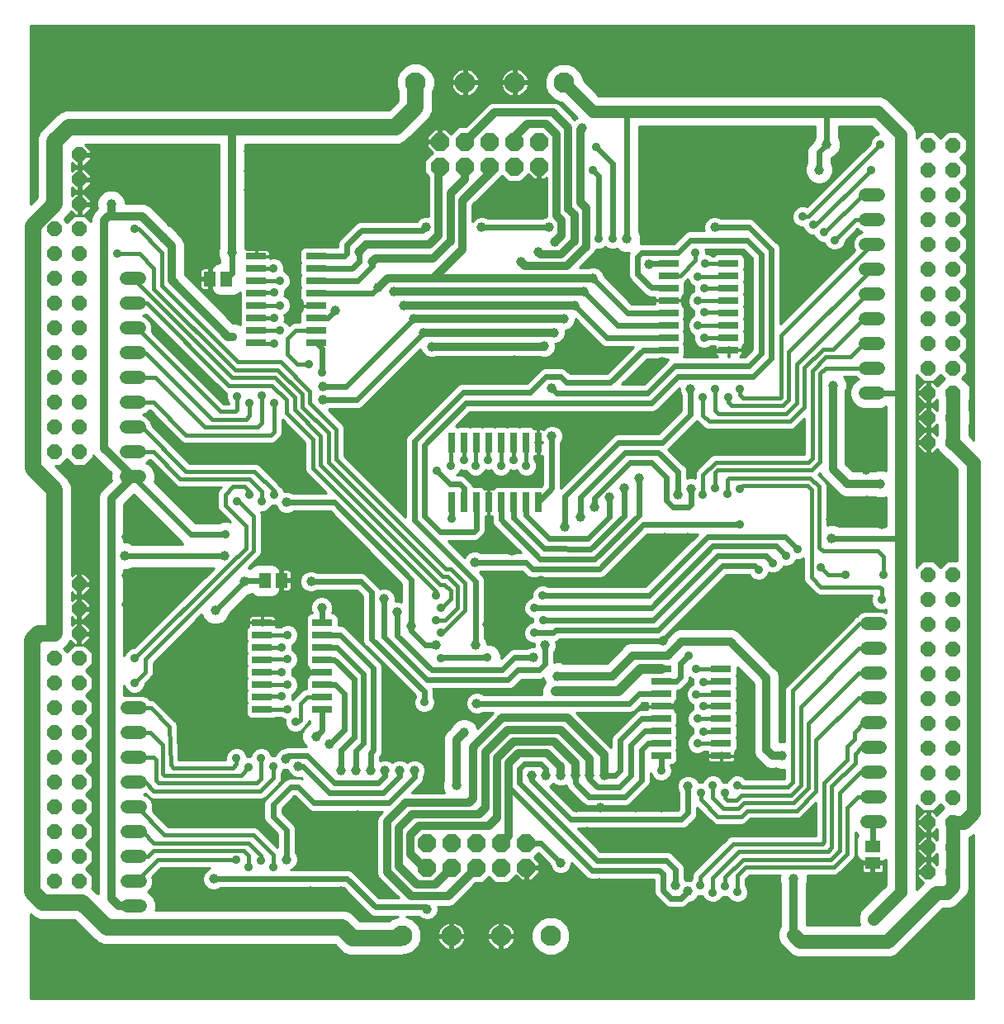
<source format=gbl>
G75*
%MOIN*%
%OFA0B0*%
%FSLAX24Y24*%
%IPPOS*%
%LPD*%
%AMOC8*
5,1,8,0,0,1.08239X$1,22.5*
%
%ADD10C,0.0520*%
%ADD11R,0.0800X0.0260*%
%ADD12R,0.0260X0.0800*%
%ADD13OC8,0.0600*%
%ADD14R,0.0591X0.0512*%
%ADD15R,0.0512X0.0591*%
%ADD16OC8,0.0740*%
%ADD17C,0.0827*%
%ADD18C,0.0160*%
%ADD19C,0.0357*%
%ADD20C,0.0396*%
%ADD21C,0.0240*%
%ADD22C,0.1660*%
%ADD23C,0.0436*%
%ADD24C,0.0650*%
%ADD25C,0.0100*%
%ADD26C,0.0320*%
%ADD27C,0.0400*%
%ADD28C,0.0500*%
%ADD29C,0.0560*%
%ADD30C,0.0660*%
D10*
X009040Y054027D02*
X009560Y054027D01*
X009560Y055027D02*
X009040Y055027D01*
X009040Y056027D02*
X009560Y056027D01*
X009560Y057027D02*
X009040Y057027D01*
X009040Y058027D02*
X009560Y058027D01*
X009560Y059027D02*
X009040Y059027D01*
X009040Y060027D02*
X009560Y060027D01*
X009560Y061027D02*
X009040Y061027D01*
X009040Y062027D02*
X009560Y062027D01*
X009524Y071350D02*
X009004Y071350D01*
X009004Y072350D02*
X009524Y072350D01*
X009524Y073350D02*
X009004Y073350D01*
X009004Y074350D02*
X009524Y074350D01*
X009524Y075350D02*
X009004Y075350D01*
X009004Y076350D02*
X009524Y076350D01*
X009524Y077350D02*
X009004Y077350D01*
X009004Y078350D02*
X009524Y078350D01*
X009524Y079350D02*
X009004Y079350D01*
X038831Y079744D02*
X039351Y079744D01*
X039351Y080744D02*
X038831Y080744D01*
X038831Y081744D02*
X039351Y081744D01*
X039351Y082744D02*
X038831Y082744D01*
X038831Y078744D02*
X039351Y078744D01*
X039351Y077744D02*
X038831Y077744D01*
X038831Y076744D02*
X039351Y076744D01*
X039351Y075744D02*
X038831Y075744D01*
X038831Y074744D02*
X039351Y074744D01*
X039410Y065421D02*
X038890Y065421D01*
X038890Y064421D02*
X039410Y064421D01*
X039410Y063421D02*
X038890Y063421D01*
X038890Y062421D02*
X039410Y062421D01*
X039410Y061421D02*
X038890Y061421D01*
X038890Y060421D02*
X039410Y060421D01*
X039410Y059421D02*
X038890Y059421D01*
X038890Y058421D02*
X039410Y058421D01*
X039410Y057421D02*
X038890Y057421D01*
D11*
X033002Y060096D03*
X033002Y060596D03*
X033002Y061096D03*
X033002Y061596D03*
X033002Y062096D03*
X033002Y062596D03*
X033002Y063096D03*
X033002Y063596D03*
X030582Y063596D03*
X030582Y063096D03*
X030582Y062596D03*
X030582Y062096D03*
X030582Y061596D03*
X030582Y061096D03*
X030582Y060596D03*
X030582Y060096D03*
X030885Y076474D03*
X030885Y076974D03*
X030885Y077474D03*
X030885Y077974D03*
X030885Y078474D03*
X030885Y078974D03*
X030885Y079474D03*
X030885Y079974D03*
X033305Y079974D03*
X033305Y079474D03*
X033305Y078974D03*
X033305Y078474D03*
X033305Y077974D03*
X033305Y077474D03*
X033305Y076974D03*
X033305Y076474D03*
X016892Y065482D03*
X016892Y064982D03*
X016892Y064482D03*
X016892Y063982D03*
X016892Y063482D03*
X016892Y062982D03*
X016892Y062482D03*
X016892Y061982D03*
X014472Y061982D03*
X014472Y062482D03*
X014472Y062982D03*
X014472Y063482D03*
X014472Y063982D03*
X014472Y064482D03*
X014472Y064982D03*
X014472Y065482D03*
X014228Y076758D03*
X014228Y077258D03*
X014228Y077758D03*
X014228Y078258D03*
X014228Y078758D03*
X014228Y079258D03*
X014228Y079758D03*
X014228Y080258D03*
X016648Y080258D03*
X016648Y079758D03*
X016648Y079258D03*
X016648Y078758D03*
X016648Y078258D03*
X016648Y077758D03*
X016648Y077258D03*
X016648Y076758D03*
D12*
X022113Y072749D03*
X022613Y072749D03*
X023113Y072749D03*
X023613Y072749D03*
X024113Y072749D03*
X024613Y072749D03*
X025113Y072749D03*
X025613Y072749D03*
X025613Y070329D03*
X025113Y070329D03*
X024613Y070329D03*
X024113Y070329D03*
X023613Y070329D03*
X023113Y070329D03*
X022613Y070329D03*
X022113Y070329D03*
D13*
X007099Y072354D03*
X007099Y073354D03*
X007099Y074354D03*
X007099Y075354D03*
X006099Y075354D03*
X006099Y074354D03*
X006099Y073354D03*
X006099Y072354D03*
X006099Y076354D03*
X006099Y077354D03*
X006099Y078354D03*
X006099Y079354D03*
X006099Y080354D03*
X006099Y081354D03*
X006099Y082354D03*
X006099Y083354D03*
X006099Y084354D03*
X007099Y084354D03*
X007099Y083354D03*
X007099Y082354D03*
X007099Y081354D03*
X007099Y080354D03*
X007099Y079354D03*
X007099Y078354D03*
X007099Y077354D03*
X007099Y076354D03*
X007079Y067031D03*
X007079Y066031D03*
X007079Y065031D03*
X006079Y065031D03*
X006079Y066031D03*
X006079Y067031D03*
X006079Y064031D03*
X006079Y063031D03*
X006079Y062031D03*
X006079Y061031D03*
X006079Y060031D03*
X006079Y059031D03*
X006079Y058031D03*
X006079Y057031D03*
X006079Y056031D03*
X006079Y055031D03*
X007079Y055031D03*
X007079Y056031D03*
X007079Y057031D03*
X007079Y058031D03*
X007079Y059031D03*
X007079Y060031D03*
X007079Y061031D03*
X007079Y062031D03*
X007079Y063031D03*
X007079Y064031D03*
X041363Y064413D03*
X041363Y063413D03*
X041363Y062413D03*
X041363Y061413D03*
X041363Y060413D03*
X041363Y059413D03*
X042363Y059413D03*
X042363Y060413D03*
X042363Y061413D03*
X042363Y062413D03*
X042363Y063413D03*
X042363Y064413D03*
X042363Y065413D03*
X042363Y066413D03*
X042363Y067413D03*
X041363Y067413D03*
X041363Y066413D03*
X041363Y065413D03*
X041363Y058413D03*
X041363Y057413D03*
X041363Y056413D03*
X041363Y055413D03*
X042363Y055413D03*
X042363Y056413D03*
X042363Y057413D03*
X042363Y058413D03*
X042371Y072748D03*
X042371Y073748D03*
X042371Y074748D03*
X042371Y075748D03*
X042371Y076748D03*
X042371Y077748D03*
X042371Y078748D03*
X042371Y079748D03*
X042371Y080748D03*
X042371Y081748D03*
X042371Y082748D03*
X042371Y083748D03*
X042371Y084748D03*
X041371Y084748D03*
X041371Y083748D03*
X041371Y082748D03*
X041371Y081748D03*
X041371Y080748D03*
X041371Y079748D03*
X041371Y078748D03*
X041371Y077748D03*
X041371Y076748D03*
X041371Y075748D03*
X041371Y074748D03*
X041371Y073748D03*
X041371Y072748D03*
D14*
X039123Y056445D03*
X039123Y055775D03*
D15*
X015245Y067173D03*
X014575Y067173D03*
X013040Y079338D03*
X012371Y079338D03*
D16*
X021650Y083878D03*
X021650Y084878D03*
X022650Y084878D03*
X022650Y083878D03*
X023650Y083878D03*
X023650Y084878D03*
X024650Y084878D03*
X024650Y083878D03*
X025650Y083878D03*
X025650Y084878D03*
X025138Y056571D03*
X024138Y056571D03*
X023138Y056571D03*
X022138Y056571D03*
X022138Y055571D03*
X023138Y055571D03*
X024138Y055571D03*
X025138Y055571D03*
X021138Y055571D03*
X021138Y056571D03*
D17*
X022111Y052823D03*
X020115Y052834D03*
X024119Y052823D03*
X026119Y052823D03*
X026662Y087260D03*
X024666Y087271D03*
X022658Y087271D03*
X020658Y087271D03*
D18*
X014938Y079767D02*
X014230Y079767D01*
X014228Y079758D01*
X014226Y079260D02*
X015186Y079260D01*
X014949Y078787D02*
X014198Y078787D01*
X014228Y078758D01*
X014210Y078275D02*
X015186Y078275D01*
X014949Y077763D02*
X014222Y077763D01*
X014228Y077758D01*
X014228Y078258D02*
X014210Y078275D01*
X014228Y079258D02*
X014226Y079260D01*
X014228Y077258D02*
X014222Y077252D01*
X015186Y077252D01*
X015501Y076937D02*
X015501Y076307D01*
X015894Y075913D01*
X016367Y075913D01*
X016406Y074811D02*
X015225Y075992D01*
X013493Y075992D01*
X010422Y079063D01*
X010422Y080409D01*
X009477Y081354D01*
X009308Y081354D01*
X009516Y080362D02*
X008611Y080362D01*
X009516Y080362D02*
X010107Y079771D01*
X010107Y078945D01*
X013375Y075677D01*
X015107Y075677D01*
X016091Y074693D01*
X016091Y074181D01*
X017154Y073118D01*
X017154Y071937D01*
X021760Y067330D01*
X021957Y067330D01*
X022351Y066937D01*
X022351Y066071D01*
X021841Y065561D01*
X021487Y065561D01*
X021692Y066061D02*
X021711Y066061D01*
X022075Y066425D01*
X022075Y066779D01*
X021839Y067015D01*
X021642Y067015D01*
X016839Y071819D01*
X016839Y073000D01*
X015776Y074063D01*
X015776Y074574D01*
X014989Y075362D01*
X013257Y075362D01*
X009268Y079350D01*
X009264Y079350D01*
X009264Y078350D02*
X009835Y078350D01*
X013138Y075047D01*
X014871Y075047D01*
X015461Y074456D01*
X015461Y073945D01*
X016524Y072882D01*
X016524Y071700D01*
X021485Y066740D01*
X021485Y066582D01*
X021879Y067645D02*
X017469Y072055D01*
X017469Y073275D01*
X016406Y074338D01*
X016406Y074811D01*
X015501Y076937D02*
X015821Y077258D01*
X016648Y077258D01*
X014949Y076740D02*
X014210Y076740D01*
X014228Y076758D01*
X014461Y074618D02*
X014461Y073535D01*
X014280Y073354D01*
X012142Y073354D01*
X010146Y075350D01*
X009264Y075350D01*
X009264Y074350D02*
X010079Y074350D01*
X011390Y073039D01*
X014831Y073039D01*
X014949Y073157D01*
X014949Y074338D01*
X013965Y074338D02*
X013965Y073826D01*
X013808Y073669D01*
X012469Y073669D01*
X009792Y076346D01*
X009268Y076346D01*
X009264Y076350D01*
X009276Y076350D01*
X009264Y077350D02*
X009418Y077350D01*
X012784Y073984D01*
X013375Y073984D01*
X013453Y074063D01*
X013453Y074614D01*
X014162Y071582D02*
X011406Y071582D01*
X009634Y073354D01*
X009268Y073354D01*
X009264Y073350D01*
X009264Y072350D02*
X010087Y072350D01*
X011170Y071267D01*
X013965Y071267D01*
X014461Y070771D01*
X014461Y070362D01*
X014949Y070637D02*
X014949Y070795D01*
X014162Y071582D01*
X013768Y070952D02*
X013965Y070756D01*
X013965Y070637D01*
X013768Y070952D02*
X013296Y070952D01*
X012981Y070637D01*
X012981Y070204D01*
X013808Y069378D01*
X013808Y068472D01*
X013138Y067803D01*
X009320Y064023D01*
X009753Y063984D02*
X009753Y063472D01*
X009320Y063039D01*
X009300Y062027D02*
X009977Y062027D01*
X010737Y061267D01*
X010776Y059732D01*
X010894Y059614D01*
X013296Y059614D01*
X013436Y059754D01*
X013436Y060006D01*
X013936Y059624D02*
X013611Y059299D01*
X010540Y059299D01*
X010461Y059378D01*
X010461Y060519D01*
X009949Y061031D01*
X009304Y061031D01*
X009300Y061027D01*
X009363Y061027D01*
X009386Y062027D02*
X009300Y062027D01*
X009300Y060027D02*
X010087Y060027D01*
X010186Y059929D01*
X010186Y059102D01*
X010304Y058984D01*
X014241Y058984D01*
X014436Y059179D01*
X014436Y060006D01*
X014936Y059679D02*
X014936Y059206D01*
X014398Y058669D01*
X010107Y058669D01*
X009749Y059027D01*
X009300Y059027D01*
X009300Y058027D02*
X009410Y058027D01*
X010540Y056897D01*
X014123Y056897D01*
X014936Y056084D01*
X014936Y055584D01*
X014438Y055874D02*
X014438Y056071D01*
X013926Y056582D01*
X010107Y056582D01*
X009662Y057027D01*
X009300Y057027D01*
X009304Y056031D02*
X009300Y056027D01*
X009304Y056031D02*
X009871Y056031D01*
X010107Y056267D01*
X013729Y056267D01*
X013936Y056061D01*
X013936Y055588D01*
X013436Y055884D02*
X010255Y055884D01*
X009390Y055027D01*
X009300Y055027D01*
X009300Y060027D02*
X009418Y060027D01*
X009753Y063984D02*
X014123Y068354D01*
X014123Y069771D01*
X013532Y070362D01*
X013453Y070362D01*
X014472Y064982D02*
X014458Y064968D01*
X015501Y064968D01*
X015264Y064456D02*
X014446Y064456D01*
X014472Y064482D01*
X014470Y063984D02*
X015501Y063984D01*
X015264Y063472D02*
X014634Y063472D01*
X014625Y063482D01*
X014472Y063482D01*
X014472Y063982D02*
X014470Y063984D01*
X014472Y062982D02*
X014450Y062960D01*
X015501Y062960D01*
X015264Y062488D02*
X014466Y062488D01*
X014472Y062482D01*
X014472Y061982D02*
X014466Y061976D01*
X015501Y061976D01*
X016012Y062212D02*
X016282Y062482D01*
X016892Y062482D01*
X016012Y062212D02*
X016012Y061543D01*
X015934Y061464D01*
X015816Y061464D01*
X017627Y053157D02*
X017705Y053157D01*
X021695Y065061D02*
X021774Y065061D01*
X022666Y065952D01*
X022666Y067055D01*
X022075Y067645D01*
X021879Y067645D01*
X022107Y071799D02*
X022107Y072755D01*
X022113Y072749D01*
X022613Y072749D02*
X022619Y072755D01*
X022619Y072035D01*
X023091Y071799D02*
X023091Y072771D01*
X023113Y072749D01*
X023603Y072759D02*
X023603Y072035D01*
X024115Y071799D02*
X024115Y072751D01*
X024113Y072749D01*
X024613Y072749D02*
X024627Y072763D01*
X024627Y072035D01*
X025138Y071799D02*
X025138Y072775D01*
X025113Y072749D01*
X025611Y072751D02*
X025611Y072035D01*
X025613Y072749D02*
X025611Y072751D01*
X023613Y072749D02*
X023603Y072759D01*
X030885Y079474D02*
X031345Y079474D01*
X031957Y080086D01*
X031957Y080401D01*
X032347Y079952D02*
X033091Y079952D01*
X033305Y079974D01*
X033305Y079474D02*
X033102Y079441D01*
X032071Y079441D01*
X032308Y078968D02*
X033075Y078968D01*
X033305Y078974D01*
X033305Y078474D02*
X033323Y078456D01*
X032071Y078456D01*
X032308Y077984D02*
X033315Y077984D01*
X033305Y077974D01*
X033305Y077474D02*
X033307Y077472D01*
X032071Y077472D01*
X032308Y076960D02*
X033319Y076960D01*
X033305Y076974D01*
X033305Y076474D02*
X033280Y076448D01*
X032071Y076448D01*
X032764Y074885D02*
X032764Y074043D01*
X032902Y073905D01*
X035619Y073905D01*
X036052Y074338D01*
X036052Y075913D01*
X038883Y078744D01*
X039091Y078744D01*
X039091Y079744D02*
X035737Y076389D01*
X035737Y074456D01*
X035501Y074220D01*
X033414Y074220D01*
X033280Y074354D01*
X033280Y074582D01*
X033768Y074653D02*
X033886Y074535D01*
X035383Y074535D01*
X035422Y074574D01*
X035422Y077074D01*
X039091Y080744D01*
X039091Y081744D02*
X038418Y081744D01*
X037587Y080913D01*
X037194Y081228D02*
X038709Y082744D01*
X039091Y082744D01*
X039044Y083748D02*
X036839Y081543D01*
X036721Y081543D01*
X036524Y081858D02*
X039438Y084771D01*
X041347Y084771D02*
X041371Y084748D01*
X039091Y077744D02*
X038749Y077744D01*
X037508Y076504D01*
X037115Y076504D01*
X036367Y075756D01*
X036367Y074181D01*
X035776Y073590D01*
X032508Y073590D01*
X032272Y073826D01*
X032272Y074574D01*
X033768Y074653D02*
X033768Y074889D01*
X032784Y071937D02*
X036524Y071937D01*
X036682Y072094D01*
X036682Y075637D01*
X037233Y076189D01*
X038217Y076189D01*
X038768Y076740D01*
X039087Y076740D01*
X039091Y076744D01*
X039091Y075744D02*
X037221Y075744D01*
X036997Y075519D01*
X036997Y071976D01*
X036642Y071622D01*
X032863Y071622D01*
X032770Y071529D01*
X032770Y070887D01*
X033272Y070677D02*
X033272Y071244D01*
X033335Y071307D01*
X036603Y071307D01*
X036957Y070952D01*
X036957Y068511D01*
X037115Y068354D01*
X039320Y068354D01*
X039556Y068118D01*
X039556Y067409D01*
X039398Y066897D02*
X039477Y066819D01*
X039477Y066385D01*
X039398Y066897D02*
X037036Y066897D01*
X036642Y067291D01*
X036642Y070834D01*
X036485Y070992D01*
X033886Y070992D01*
X033768Y070874D01*
X032784Y071937D02*
X032272Y071425D01*
X032272Y070637D01*
X032005Y063594D02*
X033004Y063594D01*
X033002Y063596D01*
X033002Y063096D02*
X033016Y063082D01*
X032280Y063082D01*
X032005Y062571D02*
X033028Y062571D01*
X033002Y062596D01*
X033004Y062098D02*
X032280Y062098D01*
X032044Y061586D02*
X033012Y061586D01*
X033002Y061596D01*
X033002Y061096D02*
X033024Y061074D01*
X032280Y061074D01*
X032044Y060602D02*
X033008Y060602D01*
X033002Y060596D01*
X033002Y060096D02*
X033008Y060090D01*
X032280Y060090D01*
X032666Y058905D02*
X032666Y058393D01*
X033099Y057960D01*
X033690Y057960D01*
X033926Y058197D01*
X035934Y058197D01*
X036524Y058787D01*
X036524Y061385D01*
X038560Y063421D01*
X039150Y063421D01*
X039146Y064417D02*
X038571Y064417D01*
X036209Y062055D01*
X036209Y058905D01*
X035816Y058511D01*
X033808Y058511D01*
X033611Y058315D01*
X033257Y058315D01*
X033158Y058413D01*
X033158Y058590D01*
X033650Y058905D02*
X033886Y058826D01*
X035697Y058826D01*
X035894Y059023D01*
X035894Y062724D01*
X038591Y065421D01*
X039150Y065421D01*
X039150Y064421D02*
X039146Y064417D01*
X039150Y062421D02*
X038544Y062421D01*
X036839Y060716D01*
X036839Y058669D01*
X036052Y057882D01*
X034044Y057882D01*
X033808Y057645D01*
X032863Y057645D01*
X032178Y058330D01*
X032178Y058594D01*
X033493Y056543D02*
X037075Y056543D01*
X037154Y056622D01*
X037154Y058984D01*
X038099Y059929D01*
X038099Y060480D01*
X038375Y060756D01*
X038375Y061031D01*
X038764Y061421D01*
X039150Y061421D01*
X039150Y060421D02*
X038670Y060421D01*
X038414Y060165D01*
X038414Y059811D01*
X037469Y058866D01*
X037469Y056385D01*
X037312Y056228D01*
X033729Y056228D01*
X032660Y055159D01*
X032660Y054580D01*
X033162Y054830D02*
X033162Y055189D01*
X033886Y055913D01*
X037430Y055913D01*
X037784Y056267D01*
X037784Y058590D01*
X038611Y059417D01*
X039146Y059417D01*
X039150Y059421D01*
X039150Y058421D02*
X038520Y058421D01*
X038099Y058000D01*
X038099Y056149D01*
X037548Y055598D01*
X034005Y055598D01*
X033660Y055254D01*
X033660Y054584D01*
X032154Y054850D02*
X032154Y055204D01*
X033493Y056543D01*
X033002Y062096D02*
X033004Y062098D01*
X037312Y067409D02*
X037036Y067685D01*
X037312Y067409D02*
X038020Y067409D01*
X037194Y081228D02*
X037154Y081228D01*
X036524Y081858D02*
X036288Y081858D01*
D19*
X036288Y081858D03*
X036721Y081543D03*
X037154Y081228D03*
X037587Y080913D03*
X039044Y083748D03*
X039438Y084771D03*
X041347Y084771D03*
X033768Y074889D03*
X033280Y074582D03*
X032764Y074885D03*
X032272Y074574D03*
X032308Y076960D03*
X032071Y077472D03*
X032308Y077984D03*
X032071Y078456D03*
X032308Y078968D03*
X032071Y079441D03*
X032347Y079952D03*
X031957Y080401D03*
X028611Y080952D03*
X028060Y080952D03*
X027839Y083720D03*
X027942Y084653D03*
X025611Y072035D03*
X025138Y071799D03*
X024627Y072035D03*
X024115Y071799D03*
X023603Y072035D03*
X023091Y071799D03*
X022619Y072035D03*
X022107Y071799D03*
X021516Y071602D03*
X022115Y069653D03*
X021485Y066582D03*
X021692Y066061D03*
X021487Y065561D03*
X021695Y065061D03*
X021682Y064023D03*
X021012Y062252D03*
X023571Y064063D03*
X025457Y065055D03*
X025816Y065559D03*
X025451Y066061D03*
X025796Y066567D03*
X023737Y069326D03*
X016879Y075559D03*
X016367Y075913D03*
X014949Y076740D03*
X015186Y077252D03*
X014949Y077763D03*
X015186Y078275D03*
X014949Y078787D03*
X015186Y079260D03*
X014938Y079767D03*
X013296Y077015D03*
X013453Y074614D03*
X013965Y074338D03*
X014461Y074618D03*
X014949Y074338D03*
X014949Y070637D03*
X014461Y070362D03*
X013965Y070637D03*
X013453Y070362D03*
X012981Y069023D03*
X015272Y065472D03*
X015501Y064968D03*
X015264Y064456D03*
X015501Y063984D03*
X015264Y063472D03*
X015501Y062960D03*
X015264Y062488D03*
X015501Y061976D03*
X015816Y061464D03*
X014936Y059679D03*
X014436Y060006D03*
X013936Y059624D03*
X013436Y060006D03*
X013436Y055884D03*
X013936Y055588D03*
X014438Y055874D03*
X014936Y055584D03*
X009320Y063039D03*
X009320Y064023D03*
X008611Y080362D03*
X009308Y081354D03*
X030579Y059496D03*
X032044Y060602D03*
X032280Y061074D03*
X032044Y061586D03*
X032280Y062098D03*
X032005Y062571D03*
X032280Y063082D03*
X032005Y063594D03*
X031682Y064141D03*
X032280Y060090D03*
X032666Y058905D03*
X032178Y058594D03*
X033158Y058590D03*
X033650Y058905D03*
X033162Y054830D03*
X033660Y054584D03*
X032660Y054580D03*
X032154Y054850D03*
X034516Y067606D03*
X035107Y067882D03*
X035619Y068157D03*
X036091Y068433D03*
X037036Y067685D03*
X038020Y067409D03*
X039556Y067409D03*
X039477Y066385D03*
X033768Y069417D03*
X033272Y070677D03*
X033768Y070874D03*
X032770Y070887D03*
X032272Y070637D03*
D20*
X031776Y070878D03*
X031268Y070637D03*
X031658Y068901D03*
X030725Y068889D03*
X030721Y067968D03*
X031501Y065397D03*
X030674Y064728D03*
X032288Y066185D03*
X033142Y065409D03*
X033182Y067063D03*
X034757Y067063D03*
X034757Y065882D03*
X034757Y064700D03*
X035938Y064700D03*
X036922Y065882D03*
X037316Y065094D03*
X037906Y065685D03*
X036331Y066669D03*
X036134Y067653D03*
X037469Y068866D03*
X037434Y069622D03*
X037473Y070685D03*
X038890Y070409D03*
X039438Y071071D03*
X038847Y071622D03*
X038847Y072330D03*
X039481Y069425D03*
X041119Y069350D03*
X041111Y068492D03*
X042276Y068366D03*
X042280Y069378D03*
X042276Y070728D03*
X041095Y070334D03*
X037508Y075047D03*
X034201Y073078D03*
X033020Y072488D03*
X031760Y074889D03*
X032071Y076448D03*
X030619Y075992D03*
X030461Y073669D03*
X029681Y071314D03*
X029078Y070908D03*
X028491Y070518D03*
X027897Y070124D03*
X027322Y069742D03*
X026707Y069324D03*
X025737Y067173D03*
X024556Y068354D03*
X023571Y067370D03*
X023052Y067913D03*
X023571Y065401D03*
X023099Y064574D03*
X022312Y062527D03*
X023138Y062212D03*
X022627Y061031D03*
X022312Y058905D03*
X021512Y059547D03*
X020619Y059496D03*
X020028Y059496D03*
X019438Y059496D03*
X018847Y059496D03*
X018257Y059496D03*
X017666Y059496D03*
X017194Y060559D03*
X016642Y060874D03*
X015934Y059653D03*
X015434Y059976D03*
X015701Y057952D03*
X015461Y055913D03*
X016512Y055767D03*
X017103Y056752D03*
X017497Y055767D03*
X018481Y055767D03*
X018953Y057106D03*
X018323Y057697D03*
X017654Y054626D03*
X017182Y053996D03*
X016434Y054626D03*
X014741Y054193D03*
X013560Y054193D03*
X012508Y055126D03*
X012788Y057992D03*
X012575Y060689D03*
X014150Y061279D03*
X012587Y065952D03*
X013768Y067134D03*
X014150Y066200D03*
X014544Y067972D03*
X015331Y068563D03*
X015922Y067775D03*
X016445Y067134D03*
X016879Y066071D03*
X017351Y066582D03*
X015725Y066200D03*
X014938Y069744D03*
X015461Y070323D03*
X015501Y072685D03*
X016918Y074456D03*
X016918Y075008D03*
X017430Y078078D03*
X019162Y078984D03*
X018926Y080047D03*
X018375Y080441D03*
X018650Y082330D03*
X017666Y082330D03*
X016682Y082330D03*
X015697Y082330D03*
X014713Y082330D03*
X013926Y082921D03*
X013926Y083708D03*
X013926Y084496D03*
X014910Y084496D03*
X015894Y084496D03*
X015894Y084496D03*
X016879Y084496D03*
X016879Y084496D03*
X017863Y084496D03*
X017863Y084496D03*
X018847Y084496D03*
X019871Y084496D03*
X020697Y084023D03*
X020697Y082921D03*
X021091Y081425D03*
X019634Y082330D03*
X019796Y078830D03*
X020194Y078275D03*
X020575Y077724D03*
X021005Y077173D03*
X021308Y076614D03*
X021087Y075535D03*
X021036Y074445D03*
X022784Y073669D03*
X024658Y076063D03*
X025654Y075878D03*
X025867Y076618D03*
X026272Y077177D03*
X026662Y077724D03*
X027075Y078275D03*
X027473Y078819D03*
X027831Y079382D03*
X029201Y080952D03*
X029910Y080913D03*
X030107Y079929D03*
X031012Y080913D03*
X030658Y083511D03*
X029871Y083708D03*
X029871Y084496D03*
X029871Y085283D03*
X030855Y085283D03*
X031839Y085283D03*
X032823Y085283D03*
X033808Y085283D03*
X034792Y085283D03*
X035186Y084102D03*
X035776Y084693D03*
X035776Y085283D03*
X036957Y083748D03*
X037272Y084771D03*
X034595Y083511D03*
X033611Y083511D03*
X032627Y083511D03*
X031642Y083511D03*
X032745Y081425D03*
X027390Y085441D03*
X026052Y081425D03*
X026288Y080834D03*
X025619Y080441D03*
X024910Y080047D03*
X023335Y081425D03*
X026170Y074929D03*
X026170Y073000D03*
X025902Y064559D03*
X025422Y064063D03*
X026406Y063315D03*
X026327Y062685D03*
X026524Y059299D03*
X027115Y059299D03*
X027705Y059299D03*
X028296Y059299D03*
X028138Y058000D03*
X027575Y057027D03*
X028245Y056397D03*
X028087Y054980D03*
X028087Y053996D03*
X027339Y053681D03*
X026434Y054074D03*
X027103Y055334D03*
X026524Y055779D03*
X027154Y058000D03*
X025934Y059299D03*
X025343Y059299D03*
X028205Y051948D03*
X029583Y054193D03*
X029898Y054783D03*
X030646Y056397D03*
X031162Y054854D03*
X031662Y054618D03*
X032457Y056279D03*
X031670Y056948D03*
X030579Y058000D03*
X031131Y059260D03*
X031662Y058862D03*
X032154Y059417D03*
X033138Y059417D03*
X035213Y059429D03*
X035461Y060086D03*
X035213Y057145D03*
X035134Y055019D03*
X035095Y054271D03*
X034229Y054704D03*
X035934Y055126D03*
X036788Y055019D03*
X037575Y054271D03*
X038284Y055098D03*
X039162Y053511D03*
X029741Y056948D03*
X029556Y058000D03*
X021481Y064555D03*
X020475Y065348D03*
X019940Y065884D03*
X019404Y066423D03*
X021012Y061543D03*
X021131Y053905D03*
X018481Y053799D03*
X012942Y068157D03*
X010973Y067370D03*
X010776Y066385D03*
X009989Y065598D03*
X009201Y064811D03*
X009005Y066189D03*
X009005Y067370D03*
X008938Y068157D03*
X009005Y068945D03*
X009989Y067370D03*
X010579Y068945D03*
X010973Y070519D03*
X010383Y071110D03*
X011327Y072370D03*
X012745Y072488D03*
X012745Y072488D03*
X012591Y074921D03*
X013335Y078197D03*
X013257Y080401D03*
X012154Y083118D03*
X012154Y084496D03*
X010776Y084496D03*
X010973Y082330D03*
X010501Y080992D03*
X009438Y083315D03*
X009398Y084496D03*
X008375Y082370D03*
X008020Y083315D03*
X008020Y084496D03*
X007627Y071110D03*
X007276Y070000D03*
X007276Y068819D03*
X015501Y080362D03*
D21*
X016648Y080258D02*
X017798Y080258D01*
X017902Y080362D01*
X017902Y080716D01*
X018493Y081307D01*
X020973Y081307D01*
X021091Y081425D01*
X018926Y080047D02*
X018926Y079850D01*
X018333Y079258D01*
X016648Y079258D01*
X016648Y079758D02*
X018085Y079758D01*
X018375Y080047D01*
X018375Y080441D01*
X019162Y078984D02*
X018936Y078758D01*
X016648Y078758D01*
X016648Y077758D02*
X017109Y077758D01*
X017430Y078078D01*
X016648Y076758D02*
X016879Y076527D01*
X016879Y075559D01*
X016918Y075008D02*
X017859Y075008D01*
X020575Y077724D01*
X021005Y077173D02*
X018288Y074456D01*
X016918Y074456D01*
X017390Y070323D02*
X015461Y070323D01*
X014575Y067173D02*
X013808Y067173D01*
X013768Y067134D01*
X012587Y065952D01*
X012942Y068157D02*
X008938Y068157D01*
X011591Y069023D02*
X009264Y071350D01*
X011591Y069023D02*
X012981Y069023D01*
X014472Y065482D02*
X014482Y065472D01*
X015272Y065472D01*
X015705Y065472D01*
X016052Y065126D01*
X016052Y063748D01*
X016318Y063482D01*
X016892Y063482D01*
X016892Y063982D02*
X017392Y063982D01*
X018178Y063197D01*
X018178Y060834D01*
X017666Y060323D01*
X017666Y059496D01*
X017390Y058984D02*
X019162Y058984D01*
X019438Y059260D01*
X019438Y059496D01*
X020028Y059496D02*
X020028Y059260D01*
X019359Y058590D01*
X017194Y058590D01*
X016131Y059653D01*
X015934Y059653D01*
X016288Y060086D02*
X017390Y058984D01*
X018257Y059496D02*
X018257Y060283D01*
X018571Y060598D01*
X018571Y063393D01*
X017483Y064482D01*
X016892Y064482D01*
X016892Y064982D02*
X017613Y064982D01*
X018965Y063630D01*
X018965Y060323D01*
X018847Y060204D01*
X018847Y059496D01*
X019595Y058197D02*
X020619Y059220D01*
X020619Y059496D01*
X019595Y058197D02*
X016564Y058197D01*
X015934Y058826D01*
X015619Y058826D01*
X014910Y058118D01*
X014910Y057645D01*
X015461Y057094D01*
X015461Y055913D01*
X015434Y059976D02*
X015434Y059980D01*
X015540Y060086D01*
X016288Y060086D01*
X016642Y060874D02*
X016892Y061123D01*
X016892Y061982D01*
X016892Y062982D02*
X017408Y062982D01*
X017784Y062606D01*
X017784Y061149D01*
X017194Y060559D01*
X021012Y062685D02*
X018886Y064811D01*
X018886Y066700D01*
X018453Y067134D01*
X016445Y067134D01*
X016603Y067134D01*
X016879Y066071D02*
X016892Y066057D01*
X016892Y065482D01*
X019404Y064884D02*
X019404Y066423D01*
X019940Y065884D02*
X019940Y064929D01*
X021317Y063551D01*
X024162Y063551D01*
X024674Y064063D01*
X025422Y064063D01*
X025902Y063795D02*
X025902Y064559D01*
X026217Y065055D02*
X025457Y065055D01*
X025816Y065559D02*
X030264Y065559D01*
X032863Y068157D01*
X034831Y068157D01*
X035107Y067882D01*
X035619Y068157D02*
X035225Y068551D01*
X032666Y068551D01*
X030186Y066071D01*
X030146Y066071D01*
X030136Y066061D01*
X025451Y066061D01*
X025796Y066567D02*
X030091Y066567D01*
X032469Y068945D01*
X035579Y068945D01*
X036091Y068433D01*
X037469Y068866D02*
X040264Y068866D01*
X040264Y074732D02*
X040253Y074744D01*
X039091Y074744D01*
X035028Y076149D02*
X034280Y075401D01*
X031249Y075401D01*
X030190Y074342D01*
X022705Y074338D01*
X021012Y072645D01*
X021012Y069771D01*
X021642Y069141D01*
X023020Y069141D01*
X023113Y069234D01*
X023113Y070329D01*
X022613Y070329D02*
X022613Y070899D01*
X022461Y071051D01*
X022068Y071051D01*
X021516Y071602D01*
X022113Y070329D02*
X022113Y069655D01*
X022115Y069653D01*
X023052Y067913D02*
X025115Y067913D01*
X025383Y067645D01*
X028099Y067645D01*
X029871Y069417D01*
X033768Y069417D01*
X034359Y067763D02*
X033060Y067763D01*
X030461Y065165D01*
X026327Y065165D01*
X026217Y065055D01*
X025902Y063795D02*
X025658Y063551D01*
X024792Y063551D01*
X024398Y063157D01*
X021131Y063157D01*
X019404Y064884D01*
X020475Y065126D02*
X020475Y065348D01*
X020475Y067198D01*
X017390Y070323D01*
X020619Y069614D02*
X023099Y067134D01*
X023099Y064574D01*
X023571Y064063D02*
X021721Y064063D01*
X021682Y064023D01*
X021481Y064555D02*
X021046Y064555D01*
X020475Y065126D01*
X021012Y062685D02*
X021012Y062252D01*
X023138Y062212D02*
X029300Y062212D01*
X029684Y062596D01*
X030582Y062596D01*
X030582Y062096D02*
X031168Y062096D01*
X030582Y061596D02*
X029806Y061596D01*
X028926Y060716D01*
X028926Y059496D01*
X028729Y059299D01*
X028296Y059299D01*
X028020Y058826D02*
X027705Y059141D01*
X027705Y059299D01*
X028020Y058826D02*
X028886Y058826D01*
X029359Y059299D01*
X029359Y060519D01*
X029936Y061096D01*
X030582Y061096D01*
X030582Y060596D02*
X030066Y060596D01*
X029792Y060323D01*
X029792Y059102D01*
X029123Y058433D01*
X027666Y058433D01*
X027115Y058984D01*
X027115Y059299D01*
X026918Y057527D02*
X025343Y059102D01*
X025343Y059299D01*
X024871Y059574D02*
X025068Y059771D01*
X025737Y059771D01*
X025934Y059574D01*
X025934Y059299D01*
X024871Y059574D02*
X024871Y058984D01*
X027981Y055874D01*
X030776Y055874D01*
X031162Y055488D01*
X031162Y054854D01*
X030658Y054653D02*
X030973Y054338D01*
X031383Y054338D01*
X031662Y054618D01*
X030658Y054653D02*
X030658Y055323D01*
X030501Y055480D01*
X027784Y055480D01*
X024438Y058826D01*
X025138Y056571D02*
X025733Y056571D01*
X026524Y055779D01*
X026918Y057527D02*
X031406Y057527D01*
X031662Y057783D01*
X031662Y058862D01*
X030582Y059498D02*
X030579Y059496D01*
X030582Y059498D02*
X030582Y060096D01*
X030582Y063096D02*
X031188Y063096D01*
X031367Y063275D01*
X031367Y063826D01*
X031682Y064141D01*
X034516Y067606D02*
X034359Y067763D01*
X031776Y070220D02*
X031682Y070126D01*
X031052Y070126D01*
X030776Y070401D01*
X030776Y071346D01*
X030186Y071937D01*
X029320Y071937D01*
X027897Y070514D01*
X027897Y070124D01*
X028491Y069732D02*
X027625Y068866D01*
X026052Y068866D01*
X025113Y069805D01*
X025113Y070329D01*
X025613Y070329D02*
X026170Y070886D01*
X026170Y073000D01*
X026367Y074732D02*
X030028Y074732D01*
X031131Y075834D01*
X034123Y075834D01*
X034634Y076346D01*
X034634Y080323D01*
X034044Y080913D01*
X031760Y080913D01*
X031249Y080401D01*
X029792Y080401D01*
X029634Y080244D01*
X029634Y079535D01*
X030186Y078984D01*
X030639Y078984D01*
X030885Y078974D01*
X030885Y077974D02*
X029239Y077974D01*
X027831Y079382D01*
X027473Y078819D02*
X028818Y077474D01*
X030885Y077474D01*
X030885Y076974D02*
X028377Y076974D01*
X027075Y078275D01*
X028060Y080952D02*
X028060Y083504D01*
X027839Y083720D01*
X028611Y083984D02*
X027942Y084653D01*
X028611Y083984D02*
X028611Y080952D01*
X029201Y080952D02*
X029201Y086071D01*
X029162Y086110D01*
X026052Y081425D02*
X023335Y081425D01*
X025934Y075401D02*
X025304Y074771D01*
X022587Y074771D01*
X020619Y072803D01*
X020619Y069614D01*
X024113Y069624D02*
X025697Y068039D01*
X027905Y068039D01*
X029677Y069811D01*
X029677Y071310D01*
X029681Y071314D01*
X029078Y070908D02*
X029078Y069771D01*
X027740Y068433D01*
X025855Y068472D01*
X024613Y069714D01*
X024613Y070329D01*
X024113Y070329D02*
X024113Y069624D01*
X026707Y069324D02*
X026707Y070559D01*
X028872Y072724D01*
X030619Y072724D01*
X031760Y073866D01*
X031760Y074889D01*
X030885Y076474D02*
X029865Y076471D01*
X028532Y075165D01*
X026760Y075165D01*
X026524Y075401D01*
X025934Y075401D01*
X026170Y074929D02*
X026367Y074732D01*
X029133Y072330D02*
X027322Y070519D01*
X027322Y069742D01*
X028491Y069732D02*
X028491Y070518D01*
X029133Y072330D02*
X030461Y072330D01*
X031268Y071563D01*
X031268Y070637D01*
X031776Y070878D02*
X031776Y070220D01*
X035028Y076149D02*
X035028Y080519D01*
X034123Y081425D01*
X032745Y081425D01*
X030885Y079974D02*
X030152Y079974D01*
X030107Y079929D01*
X036957Y083748D02*
X036957Y084456D01*
X037272Y084771D01*
X037272Y086071D01*
X037233Y086110D01*
X039150Y057421D02*
X039123Y057393D01*
X039123Y056445D01*
X021131Y053905D02*
X021052Y053984D01*
X019044Y053984D01*
X017902Y055126D01*
X012508Y055126D01*
X013040Y079338D02*
X013257Y079555D01*
X013257Y080401D01*
D22*
X006052Y088630D03*
X006052Y051228D03*
X042272Y051228D03*
X042233Y088630D03*
D23*
X039465Y054901D03*
D24*
X016839Y052015D03*
D25*
X005124Y053686D02*
X005124Y050300D01*
X043200Y050300D01*
X043200Y056906D01*
X043156Y056862D01*
X043013Y056803D01*
X043013Y056711D01*
X043033Y056691D01*
X043033Y056136D01*
X043013Y056116D01*
X043013Y055711D01*
X043033Y055691D01*
X043033Y055136D01*
X043013Y055116D01*
X043013Y054693D01*
X042914Y054454D01*
X042731Y054271D01*
X042731Y054271D01*
X042483Y054023D01*
X042244Y053924D01*
X041951Y053924D01*
X040264Y052238D01*
X040081Y052055D01*
X039843Y051956D01*
X036057Y051956D01*
X035818Y052055D01*
X035383Y052491D01*
X035284Y052729D01*
X035284Y052988D01*
X035383Y053227D01*
X035404Y053248D01*
X035404Y054921D01*
X035366Y055013D01*
X035366Y055239D01*
X035378Y055268D01*
X034141Y055268D01*
X033990Y055117D01*
X033990Y054860D01*
X034023Y054827D01*
X034088Y054670D01*
X034088Y054499D01*
X034023Y054342D01*
X033903Y054221D01*
X033745Y054156D01*
X033575Y054156D01*
X033417Y054221D01*
X033297Y054342D01*
X033268Y054411D01*
X033247Y054402D01*
X033077Y054402D01*
X033054Y054411D01*
X033023Y054338D01*
X032903Y054217D01*
X032745Y054152D01*
X032575Y054152D01*
X032417Y054217D01*
X032297Y054338D01*
X032259Y054430D01*
X032239Y054422D01*
X032069Y054422D01*
X032066Y054423D01*
X032042Y054364D01*
X031916Y054238D01*
X031751Y054170D01*
X031737Y054170D01*
X031696Y054129D01*
X031592Y054025D01*
X031456Y053968D01*
X030899Y053968D01*
X030763Y054025D01*
X030449Y054340D01*
X030344Y054444D01*
X030288Y054580D01*
X030288Y055110D01*
X027710Y055110D01*
X027574Y055166D01*
X026972Y055768D01*
X026972Y055690D01*
X026904Y055525D01*
X026778Y055399D01*
X026613Y055331D01*
X026435Y055331D01*
X026270Y055399D01*
X026144Y055525D01*
X026076Y055690D01*
X026076Y055704D01*
X025612Y056168D01*
X025445Y056000D01*
X025658Y055786D01*
X025658Y055621D01*
X025188Y055621D01*
X025188Y055521D01*
X025658Y055521D01*
X025658Y055355D01*
X025354Y055051D01*
X025188Y055051D01*
X025188Y055521D01*
X025088Y055521D01*
X025088Y055051D01*
X024923Y055051D01*
X024709Y055264D01*
X024395Y054951D01*
X023882Y054951D01*
X023638Y055194D01*
X023395Y054951D01*
X023098Y054951D01*
X022217Y054069D01*
X022066Y054007D01*
X021573Y054007D01*
X021579Y053994D01*
X021579Y053816D01*
X021510Y053651D01*
X021384Y053525D01*
X021220Y053457D01*
X021041Y053457D01*
X020877Y053525D01*
X020788Y053614D01*
X020280Y053614D01*
X020559Y053498D01*
X020779Y053278D01*
X020898Y052990D01*
X020898Y052678D01*
X020779Y052391D01*
X020559Y052170D01*
X020271Y052051D01*
X020210Y052051D01*
X020195Y052050D01*
X020172Y052041D01*
X020056Y052041D01*
X019941Y052033D01*
X019918Y052041D01*
X017983Y052041D01*
X017725Y052147D01*
X017528Y052344D01*
X017528Y052344D01*
X017415Y052457D01*
X008356Y052457D01*
X008078Y052457D01*
X007821Y052564D01*
X006904Y053481D01*
X005479Y053481D01*
X005222Y053587D01*
X005124Y053686D01*
X005124Y053593D02*
X005217Y053593D01*
X005124Y053494D02*
X005447Y053494D01*
X005124Y053396D02*
X006989Y053396D01*
X007087Y053297D02*
X005124Y053297D01*
X005124Y053199D02*
X007186Y053199D01*
X007284Y053100D02*
X005124Y053100D01*
X005124Y053002D02*
X007383Y053002D01*
X007481Y052903D02*
X005124Y052903D01*
X005124Y052805D02*
X007580Y052805D01*
X007678Y052706D02*
X005124Y052706D01*
X005124Y052608D02*
X007777Y052608D01*
X007952Y052509D02*
X005124Y052509D01*
X005124Y052411D02*
X017462Y052411D01*
X017560Y052312D02*
X005124Y052312D01*
X005124Y052214D02*
X017659Y052214D01*
X017802Y052115D02*
X005124Y052115D01*
X005124Y052017D02*
X035910Y052017D01*
X035758Y052115D02*
X026458Y052115D01*
X026562Y052158D02*
X026783Y052379D01*
X026902Y052667D01*
X026902Y052978D01*
X026783Y053266D01*
X026562Y053487D01*
X026275Y053606D01*
X025963Y053606D01*
X025675Y053487D01*
X025455Y053266D01*
X025335Y052978D01*
X025335Y052667D01*
X025455Y052379D01*
X025675Y052158D01*
X025963Y052039D01*
X026275Y052039D01*
X026562Y052158D01*
X026618Y052214D02*
X035659Y052214D01*
X035561Y052312D02*
X026716Y052312D01*
X026796Y052411D02*
X035462Y052411D01*
X035375Y052509D02*
X026837Y052509D01*
X026878Y052608D02*
X035334Y052608D01*
X035293Y052706D02*
X026902Y052706D01*
X026902Y052805D02*
X035284Y052805D01*
X035284Y052903D02*
X026902Y052903D01*
X026892Y053002D02*
X035289Y053002D01*
X035330Y053100D02*
X026852Y053100D01*
X026811Y053199D02*
X035371Y053199D01*
X035404Y053297D02*
X026752Y053297D01*
X026653Y053396D02*
X035404Y053396D01*
X035404Y053494D02*
X026544Y053494D01*
X026306Y053593D02*
X035404Y053593D01*
X035404Y053691D02*
X021527Y053691D01*
X021568Y053790D02*
X035404Y053790D01*
X035404Y053888D02*
X021579Y053888D01*
X021579Y053987D02*
X030855Y053987D01*
X030703Y054085D02*
X022233Y054085D01*
X022331Y054184D02*
X030604Y054184D01*
X030506Y054282D02*
X022430Y054282D01*
X022528Y054381D02*
X030407Y054381D01*
X030330Y054479D02*
X022627Y054479D01*
X022725Y054578D02*
X030289Y054578D01*
X030288Y054676D02*
X022824Y054676D01*
X022922Y054775D02*
X030288Y054775D01*
X030288Y054873D02*
X023021Y054873D01*
X023416Y054972D02*
X023860Y054972D01*
X023762Y055070D02*
X023515Y055070D01*
X023613Y055169D02*
X023663Y055169D01*
X024416Y054972D02*
X030288Y054972D01*
X030288Y055070D02*
X025374Y055070D01*
X025472Y055169D02*
X027572Y055169D01*
X027474Y055267D02*
X025571Y055267D01*
X025658Y055366D02*
X026351Y055366D01*
X026205Y055464D02*
X025658Y055464D01*
X025658Y055661D02*
X026088Y055661D01*
X026129Y055563D02*
X025188Y055563D01*
X025188Y055464D02*
X025088Y055464D01*
X025088Y055366D02*
X025188Y055366D01*
X025188Y055267D02*
X025088Y055267D01*
X025088Y055169D02*
X025188Y055169D01*
X025188Y055070D02*
X025088Y055070D01*
X024903Y055070D02*
X024515Y055070D01*
X024613Y055169D02*
X024805Y055169D01*
X025658Y055760D02*
X026020Y055760D01*
X025922Y055858D02*
X025586Y055858D01*
X025488Y055957D02*
X025823Y055957D01*
X025725Y056055D02*
X025500Y056055D01*
X025598Y056154D02*
X025626Y056154D01*
X026697Y055366D02*
X027375Y055366D01*
X027277Y055464D02*
X026843Y055464D01*
X026920Y055563D02*
X027178Y055563D01*
X027080Y055661D02*
X026960Y055661D01*
X026972Y055760D02*
X026981Y055760D01*
X027830Y056548D02*
X033031Y056548D01*
X033129Y056646D02*
X027732Y056646D01*
X027633Y056745D02*
X033228Y056745D01*
X033213Y056730D02*
X031874Y055391D01*
X031824Y055270D01*
X031824Y055126D01*
X031791Y055093D01*
X031776Y055056D01*
X031751Y055066D01*
X031573Y055066D01*
X031561Y055061D01*
X031542Y055108D01*
X031532Y055118D01*
X031532Y055561D01*
X031476Y055697D01*
X031090Y056083D01*
X030986Y056187D01*
X030850Y056244D01*
X028134Y056244D01*
X027221Y057157D01*
X031480Y057157D01*
X031616Y057214D01*
X031720Y057318D01*
X031976Y057574D01*
X032032Y057710D01*
X032032Y058009D01*
X032583Y057458D01*
X032676Y057366D01*
X032797Y057315D01*
X033873Y057315D01*
X033995Y057366D01*
X034181Y057552D01*
X036117Y057552D01*
X036239Y057602D01*
X036824Y058187D01*
X036824Y056873D01*
X033427Y056873D01*
X033306Y056823D01*
X033213Y056730D01*
X033355Y056843D02*
X027535Y056843D01*
X027436Y056942D02*
X036824Y056942D01*
X036824Y057040D02*
X027338Y057040D01*
X027239Y057139D02*
X036824Y057139D01*
X036824Y057237D02*
X031639Y057237D01*
X031738Y057336D02*
X032748Y057336D01*
X032607Y057434D02*
X031836Y057434D01*
X031935Y057533D02*
X032509Y057533D01*
X032410Y057631D02*
X032000Y057631D01*
X032032Y057730D02*
X032312Y057730D01*
X032213Y057828D02*
X032032Y057828D01*
X032032Y057927D02*
X032115Y057927D01*
X031292Y057936D02*
X031292Y058598D01*
X031282Y058608D01*
X031214Y058773D01*
X031214Y058951D01*
X031282Y059116D01*
X031408Y059242D01*
X031573Y059310D01*
X031751Y059310D01*
X031916Y059242D01*
X032042Y059116D01*
X032082Y059018D01*
X032093Y059023D01*
X032251Y059023D01*
X032303Y059148D01*
X032423Y059268D01*
X032581Y059334D01*
X032751Y059334D01*
X032909Y059268D01*
X033029Y059148D01*
X033083Y059019D01*
X033233Y059019D01*
X033287Y059148D01*
X033408Y059268D01*
X033565Y059334D01*
X033735Y059334D01*
X033893Y059268D01*
X034005Y059156D01*
X035561Y059156D01*
X035564Y059160D01*
X035564Y059518D01*
X035348Y059518D01*
X035256Y059556D01*
X034983Y059556D01*
X034788Y059637D01*
X034639Y059786D01*
X034391Y060034D01*
X034310Y060229D01*
X034310Y063008D01*
X033652Y063666D01*
X033652Y063416D01*
X033623Y063346D01*
X033652Y063276D01*
X033652Y062916D01*
X033623Y062846D01*
X033652Y062776D01*
X033652Y062416D01*
X033623Y062346D01*
X033652Y062276D01*
X033652Y061916D01*
X033623Y061846D01*
X033652Y061776D01*
X033652Y061416D01*
X033623Y061346D01*
X033652Y061276D01*
X033652Y060916D01*
X033623Y060846D01*
X033652Y060776D01*
X033652Y060416D01*
X033614Y060325D01*
X033548Y060259D01*
X033552Y060246D01*
X033552Y060111D01*
X033017Y060111D01*
X033017Y060081D01*
X033017Y059816D01*
X033422Y059816D01*
X033460Y059826D01*
X033494Y059846D01*
X033522Y059874D01*
X033542Y059908D01*
X033552Y059946D01*
X033552Y060081D01*
X033017Y060081D01*
X032987Y060081D01*
X032987Y059816D01*
X032582Y059816D01*
X032544Y059826D01*
X032510Y059846D01*
X032482Y059874D01*
X032462Y059908D01*
X032452Y059946D01*
X032452Y060081D01*
X032987Y060081D01*
X032987Y060111D01*
X032452Y060111D01*
X032452Y060246D01*
X032455Y060259D01*
X032442Y060272D01*
X032320Y060272D01*
X032287Y060239D01*
X032129Y060174D01*
X031959Y060174D01*
X031801Y060239D01*
X031681Y060359D01*
X031615Y060517D01*
X031615Y060687D01*
X031681Y060845D01*
X031801Y060965D01*
X031853Y060987D01*
X031852Y060989D01*
X031852Y061160D01*
X031867Y061196D01*
X031801Y061223D01*
X031681Y061344D01*
X031615Y061501D01*
X031615Y061672D01*
X031681Y061829D01*
X031801Y061949D01*
X031867Y061977D01*
X031852Y062013D01*
X031852Y062170D01*
X031762Y062207D01*
X031641Y062328D01*
X031576Y062485D01*
X031576Y062656D01*
X031641Y062813D01*
X031762Y062934D01*
X031861Y062975D01*
X031852Y062997D01*
X031852Y063168D01*
X031861Y063190D01*
X031762Y063231D01*
X031737Y063256D01*
X031737Y063202D01*
X031680Y063066D01*
X031576Y062962D01*
X031397Y062782D01*
X031261Y062726D01*
X031232Y062726D01*
X031232Y062416D01*
X031194Y062325D01*
X031128Y062259D01*
X031132Y062246D01*
X031132Y062111D01*
X030597Y062111D01*
X030597Y062081D01*
X031132Y062081D01*
X031132Y061946D01*
X031128Y061933D01*
X031194Y061868D01*
X031232Y061776D01*
X031232Y061416D01*
X031203Y061346D01*
X031232Y061276D01*
X031232Y060916D01*
X031203Y060846D01*
X031232Y060776D01*
X031232Y060416D01*
X031203Y060346D01*
X031232Y060276D01*
X031232Y059916D01*
X031194Y059825D01*
X031124Y059754D01*
X031032Y059716D01*
X030952Y059716D01*
X030952Y059716D01*
X031008Y059581D01*
X031008Y059411D01*
X030943Y059253D01*
X030822Y059133D01*
X030665Y059067D01*
X030494Y059067D01*
X030337Y059133D01*
X030216Y059253D01*
X030162Y059384D01*
X030162Y059028D01*
X030106Y058892D01*
X029436Y058223D01*
X029332Y058119D01*
X029196Y058063D01*
X027592Y058063D01*
X027456Y058119D01*
X026905Y058670D01*
X026801Y058774D01*
X026747Y058906D01*
X026613Y058851D01*
X026435Y058851D01*
X026270Y058919D01*
X026229Y058960D01*
X026188Y058919D01*
X026090Y058879D01*
X027071Y057897D01*
X031253Y057897D01*
X031292Y057936D01*
X031282Y057927D02*
X027042Y057927D01*
X026943Y058025D02*
X031292Y058025D01*
X031292Y058124D02*
X029337Y058124D01*
X029435Y058222D02*
X031292Y058222D01*
X031292Y058321D02*
X029534Y058321D01*
X029632Y058419D02*
X031292Y058419D01*
X031292Y058518D02*
X029731Y058518D01*
X029829Y058616D02*
X031279Y058616D01*
X031238Y058715D02*
X029928Y058715D01*
X030026Y058813D02*
X031214Y058813D01*
X031214Y058912D02*
X030114Y058912D01*
X030154Y059010D02*
X031238Y059010D01*
X031279Y059109D02*
X030765Y059109D01*
X030897Y059207D02*
X031374Y059207D01*
X031563Y059306D02*
X030964Y059306D01*
X031005Y059404D02*
X035564Y059404D01*
X035564Y059306D02*
X033803Y059306D01*
X033954Y059207D02*
X035564Y059207D01*
X035564Y059503D02*
X031008Y059503D01*
X030999Y059601D02*
X034874Y059601D01*
X034725Y059700D02*
X030959Y059700D01*
X031168Y059798D02*
X034627Y059798D01*
X034528Y059897D02*
X033535Y059897D01*
X033552Y059995D02*
X034430Y059995D01*
X034366Y060094D02*
X033017Y060094D01*
X033017Y060111D02*
X032987Y060111D01*
X032987Y060216D01*
X033017Y060216D01*
X033017Y060111D01*
X032987Y060094D02*
X031232Y060094D01*
X031232Y060192D02*
X031914Y060192D01*
X031749Y060291D02*
X031226Y060291D01*
X031221Y060389D02*
X031668Y060389D01*
X031628Y060488D02*
X031232Y060488D01*
X031232Y060586D02*
X031615Y060586D01*
X031615Y060685D02*
X031232Y060685D01*
X031229Y060783D02*
X031655Y060783D01*
X031718Y060882D02*
X031218Y060882D01*
X031232Y060980D02*
X031838Y060980D01*
X031852Y061079D02*
X031232Y061079D01*
X031232Y061177D02*
X031859Y061177D01*
X031749Y061276D02*
X031232Y061276D01*
X031215Y061374D02*
X031668Y061374D01*
X031627Y061473D02*
X031232Y061473D01*
X031232Y061571D02*
X031615Y061571D01*
X031615Y061670D02*
X031232Y061670D01*
X031232Y061768D02*
X031656Y061768D01*
X031719Y061867D02*
X031194Y061867D01*
X031132Y061965D02*
X031839Y061965D01*
X031852Y062064D02*
X031132Y062064D01*
X031132Y062162D02*
X031852Y062162D01*
X031708Y062261D02*
X031130Y062261D01*
X031208Y062359D02*
X031628Y062359D01*
X031588Y062458D02*
X031232Y062458D01*
X031232Y062556D02*
X031576Y062556D01*
X031576Y062655D02*
X031232Y062655D01*
X031327Y062753D02*
X031617Y062753D01*
X031680Y062852D02*
X031467Y062852D01*
X031565Y062950D02*
X031802Y062950D01*
X031852Y063049D02*
X031664Y063049D01*
X031714Y063147D02*
X031852Y063147D01*
X031747Y063246D02*
X031737Y063246D01*
X030635Y064671D02*
X030957Y064993D01*
X031106Y065142D01*
X031301Y065223D01*
X033480Y065223D01*
X033675Y065142D01*
X035140Y063676D01*
X035289Y063527D01*
X035370Y063333D01*
X035370Y060654D01*
X035564Y060654D01*
X035564Y062790D01*
X035615Y062911D01*
X038311Y065608D01*
X038404Y065701D01*
X038480Y065732D01*
X038601Y065853D01*
X038789Y065931D01*
X039512Y065931D01*
X039644Y065876D01*
X039644Y065991D01*
X039562Y065957D01*
X039392Y065957D01*
X039234Y066022D01*
X039114Y066143D01*
X039049Y066300D01*
X039049Y066471D01*
X039089Y066567D01*
X036970Y066567D01*
X036849Y066618D01*
X036756Y066710D01*
X036363Y067104D01*
X036312Y067225D01*
X036312Y068061D01*
X036176Y068004D01*
X036019Y068004D01*
X035982Y067914D01*
X035861Y067794D01*
X035704Y067729D01*
X035534Y067729D01*
X035511Y067738D01*
X035470Y067639D01*
X035350Y067518D01*
X035192Y067453D01*
X035022Y067453D01*
X034932Y067490D01*
X034880Y067363D01*
X034759Y067243D01*
X034602Y067178D01*
X034431Y067178D01*
X034274Y067243D01*
X034153Y067363D01*
X034141Y067393D01*
X033213Y067393D01*
X030775Y064955D01*
X030775Y064955D01*
X030671Y064851D01*
X030535Y064795D01*
X026481Y064795D01*
X026427Y064741D01*
X026329Y064700D01*
X026350Y064648D01*
X026350Y064470D01*
X026282Y064305D01*
X026272Y064295D01*
X026272Y063874D01*
X026293Y063883D01*
X026519Y063883D01*
X026611Y063845D01*
X028391Y063845D01*
X028988Y064442D01*
X029137Y064591D01*
X029332Y064671D01*
X030635Y064671D01*
X030687Y064723D02*
X026384Y064723D01*
X026350Y064625D02*
X029220Y064625D01*
X029073Y064526D02*
X026350Y064526D01*
X026333Y064428D02*
X028974Y064428D01*
X028876Y064329D02*
X026292Y064329D01*
X026272Y064231D02*
X028777Y064231D01*
X028679Y064132D02*
X026272Y064132D01*
X026272Y064034D02*
X028580Y064034D01*
X028482Y063935D02*
X026272Y063935D01*
X025838Y063225D02*
X025838Y063202D01*
X025897Y063060D01*
X025844Y063008D01*
X025757Y062798D01*
X025757Y062582D01*
X023402Y062582D01*
X023392Y062592D01*
X023228Y062660D01*
X023049Y062660D01*
X022885Y062592D01*
X022759Y062466D01*
X022690Y062301D01*
X022690Y062123D01*
X022759Y061958D01*
X022885Y061832D01*
X023049Y061764D01*
X023228Y061764D01*
X023392Y061832D01*
X023402Y061842D01*
X023803Y061842D01*
X023168Y061208D01*
X023108Y061353D01*
X022948Y061513D01*
X022740Y061599D01*
X022514Y061599D01*
X022305Y061513D01*
X022145Y061353D01*
X022107Y061261D01*
X022011Y061166D01*
X021862Y061016D01*
X021782Y060822D01*
X021782Y059110D01*
X021744Y059018D01*
X021744Y058792D01*
X021820Y058607D01*
X020528Y058607D01*
X020828Y058906D01*
X020932Y059011D01*
X020989Y059147D01*
X020989Y059232D01*
X020999Y059242D01*
X021067Y059407D01*
X021067Y059585D01*
X020999Y059750D01*
X020873Y059876D01*
X020708Y059944D01*
X020530Y059944D01*
X020365Y059876D01*
X020323Y059834D01*
X020282Y059876D01*
X020117Y059944D01*
X019939Y059944D01*
X019774Y059876D01*
X019733Y059834D01*
X019691Y059876D01*
X019527Y059944D01*
X019348Y059944D01*
X019217Y059889D01*
X019217Y060051D01*
X019279Y060113D01*
X019335Y060249D01*
X019335Y063703D01*
X019279Y063839D01*
X017822Y065296D01*
X017686Y065352D01*
X017542Y065352D01*
X017542Y065662D01*
X017504Y065754D01*
X017433Y065824D01*
X017341Y065862D01*
X017277Y065862D01*
X017327Y065981D01*
X017327Y066160D01*
X017258Y066324D01*
X017132Y066450D01*
X016968Y066519D01*
X016789Y066519D01*
X016625Y066450D01*
X016499Y066324D01*
X016430Y066160D01*
X016430Y065981D01*
X016480Y065862D01*
X016442Y065862D01*
X016350Y065824D01*
X016280Y065754D01*
X016242Y065662D01*
X016242Y065302D01*
X016271Y065232D01*
X016242Y065162D01*
X016242Y064802D01*
X016271Y064732D01*
X016242Y064662D01*
X016242Y064302D01*
X016271Y064232D01*
X016242Y064162D01*
X016242Y063802D01*
X016280Y063710D01*
X016345Y063645D01*
X016342Y063632D01*
X016342Y063497D01*
X016877Y063497D01*
X016877Y063467D01*
X016342Y063467D01*
X016342Y063332D01*
X016345Y063319D01*
X016280Y063254D01*
X016242Y063162D01*
X016242Y062812D01*
X016216Y062812D01*
X016095Y062762D01*
X016002Y062669D01*
X015733Y062399D01*
X015713Y062352D01*
X015678Y062366D01*
X015693Y062403D01*
X015693Y062573D01*
X015692Y062576D01*
X015743Y062597D01*
X015864Y062718D01*
X015929Y062875D01*
X015929Y063046D01*
X015864Y063203D01*
X015743Y063324D01*
X015678Y063351D01*
X015693Y063387D01*
X015693Y063557D01*
X015678Y063594D01*
X015743Y063621D01*
X015864Y063741D01*
X015929Y063899D01*
X015929Y064069D01*
X015864Y064227D01*
X015743Y064347D01*
X015692Y064368D01*
X015693Y064371D01*
X015693Y064542D01*
X015678Y064578D01*
X015743Y064605D01*
X015864Y064725D01*
X015929Y064883D01*
X015929Y065053D01*
X015864Y065211D01*
X015743Y065331D01*
X015586Y065397D01*
X015415Y065397D01*
X015258Y065331D01*
X015225Y065298D01*
X015039Y065298D01*
X015018Y065319D01*
X015022Y065332D01*
X015022Y065467D01*
X014487Y065467D01*
X014487Y065497D01*
X015022Y065497D01*
X015022Y065632D01*
X015011Y065670D01*
X014992Y065704D01*
X014964Y065732D01*
X014930Y065752D01*
X014891Y065762D01*
X014487Y065762D01*
X014487Y065497D01*
X014457Y065497D01*
X014457Y065762D01*
X014052Y065762D01*
X014014Y065752D01*
X013980Y065732D01*
X013952Y065704D01*
X013932Y065670D01*
X013922Y065632D01*
X013922Y065497D01*
X014457Y065497D01*
X014457Y065467D01*
X014487Y065467D01*
X014487Y065362D01*
X014457Y065362D01*
X014457Y065467D01*
X013922Y065467D01*
X013922Y065332D01*
X013925Y065319D01*
X013860Y065254D01*
X013822Y065162D01*
X013822Y064802D01*
X013851Y064732D01*
X013822Y064662D01*
X013822Y064302D01*
X013851Y064232D01*
X013822Y064162D01*
X013822Y063802D01*
X013851Y063732D01*
X013822Y063662D01*
X013822Y063302D01*
X013851Y063232D01*
X013822Y063162D01*
X013822Y062802D01*
X013851Y062732D01*
X013822Y062662D01*
X013822Y062302D01*
X013851Y062232D01*
X013822Y062162D01*
X010309Y062162D01*
X010257Y062214D02*
X010164Y062307D01*
X010043Y062357D01*
X009951Y062357D01*
X009849Y062460D01*
X009661Y062537D01*
X008938Y062537D01*
X008905Y062523D01*
X008905Y062921D01*
X008956Y062796D01*
X009077Y062676D01*
X009234Y062611D01*
X009405Y062611D01*
X009562Y062676D01*
X009683Y062796D01*
X009748Y062954D01*
X009748Y063001D01*
X010032Y063285D01*
X010083Y063406D01*
X010083Y063847D01*
X012035Y065800D01*
X012106Y065631D01*
X012265Y065471D01*
X012474Y065384D01*
X012700Y065384D01*
X012909Y065471D01*
X013069Y065631D01*
X013147Y065819D01*
X013902Y066574D01*
X014042Y066632D01*
X014110Y066564D01*
X014246Y066508D01*
X014905Y066508D01*
X015041Y066564D01*
X015145Y066668D01*
X015170Y066728D01*
X015195Y066728D01*
X015195Y066788D01*
X015201Y066804D01*
X015201Y067123D01*
X015295Y067123D01*
X015295Y067223D01*
X015651Y067223D01*
X015651Y067488D01*
X015640Y067526D01*
X015621Y067560D01*
X015593Y067588D01*
X015559Y067608D01*
X015520Y067618D01*
X015295Y067618D01*
X015295Y067223D01*
X015201Y067223D01*
X015201Y067542D01*
X015195Y067558D01*
X015195Y067618D01*
X015170Y067618D01*
X015145Y067678D01*
X015041Y067782D01*
X014905Y067838D01*
X014246Y067838D01*
X014110Y067782D01*
X014006Y067678D01*
X014000Y067663D01*
X013975Y067663D01*
X013921Y067685D01*
X014402Y068167D01*
X014453Y068288D01*
X014453Y069837D01*
X014413Y069933D01*
X014546Y069933D01*
X014704Y069999D01*
X014824Y070119D01*
X014862Y070210D01*
X014864Y070209D01*
X015023Y070209D01*
X015081Y070069D01*
X015207Y069943D01*
X015372Y069874D01*
X015550Y069874D01*
X015715Y069943D01*
X015725Y069953D01*
X017236Y069953D01*
X020105Y067046D01*
X020105Y066300D01*
X020029Y066332D01*
X019851Y066332D01*
X019852Y066334D01*
X019852Y066512D01*
X019784Y066677D01*
X019658Y066803D01*
X019493Y066871D01*
X019315Y066871D01*
X019231Y066836D01*
X019200Y066910D01*
X018767Y067343D01*
X018663Y067447D01*
X018527Y067504D01*
X016709Y067504D01*
X016699Y067513D01*
X016535Y067582D01*
X016356Y067582D01*
X016192Y067513D01*
X016066Y067387D01*
X015997Y067223D01*
X015997Y067044D01*
X016066Y066880D01*
X016192Y066754D01*
X016356Y066685D01*
X016535Y066685D01*
X016699Y066754D01*
X016709Y066764D01*
X018300Y066764D01*
X018516Y066547D01*
X018516Y064737D01*
X018573Y064601D01*
X018677Y064497D01*
X020642Y062531D01*
X020642Y062478D01*
X020584Y062337D01*
X020584Y062166D01*
X020649Y062009D01*
X020770Y061888D01*
X020927Y061823D01*
X021098Y061823D01*
X021255Y061888D01*
X021376Y062009D01*
X021441Y062166D01*
X021441Y062337D01*
X021382Y062478D01*
X021382Y062758D01*
X021370Y062787D01*
X024472Y062787D01*
X024608Y062843D01*
X024712Y062948D01*
X024945Y063181D01*
X025732Y063181D01*
X025838Y063225D01*
X025861Y063147D02*
X024912Y063147D01*
X024813Y063049D02*
X025885Y063049D01*
X025820Y062950D02*
X024715Y062950D01*
X024616Y062852D02*
X025780Y062852D01*
X025757Y062753D02*
X021382Y062753D01*
X021382Y062655D02*
X023036Y062655D01*
X023241Y062655D02*
X025757Y062655D01*
X025158Y064433D02*
X024600Y064433D01*
X024464Y064376D01*
X024120Y064032D01*
X024120Y064172D01*
X024036Y064373D01*
X023882Y064528D01*
X023681Y064611D01*
X023547Y064611D01*
X023547Y064664D01*
X023479Y064828D01*
X023469Y064838D01*
X023469Y067207D01*
X023413Y067343D01*
X023309Y067447D01*
X023309Y067447D01*
X023247Y067509D01*
X023306Y067533D01*
X023316Y067543D01*
X024962Y067543D01*
X025069Y067436D01*
X025173Y067332D01*
X025309Y067275D01*
X028173Y067275D01*
X028309Y067332D01*
X030024Y069047D01*
X032048Y069047D01*
X029938Y066937D01*
X026022Y066937D01*
X025881Y066995D01*
X025711Y066995D01*
X025553Y066930D01*
X025433Y066809D01*
X025367Y066652D01*
X025367Y066489D01*
X025366Y066489D01*
X025209Y066424D01*
X025088Y066303D01*
X025023Y066146D01*
X025023Y065975D01*
X025088Y065818D01*
X025209Y065697D01*
X025366Y065632D01*
X025387Y065632D01*
X025387Y065483D01*
X025372Y065483D01*
X025215Y065418D01*
X025094Y065297D01*
X025029Y065140D01*
X025029Y064970D01*
X025094Y064812D01*
X025215Y064692D01*
X025372Y064626D01*
X025454Y064626D01*
X025454Y064511D01*
X025333Y064511D01*
X025168Y064443D01*
X025158Y064433D01*
X025183Y064723D02*
X023522Y064723D01*
X023547Y064625D02*
X025454Y064625D01*
X025454Y064526D02*
X023883Y064526D01*
X023982Y064428D02*
X024589Y064428D01*
X024417Y064329D02*
X024055Y064329D01*
X024095Y064231D02*
X024319Y064231D01*
X024220Y064132D02*
X024120Y064132D01*
X024120Y064034D02*
X024122Y064034D01*
X023482Y064822D02*
X025090Y064822D01*
X025049Y064920D02*
X023469Y064920D01*
X023469Y065019D02*
X025029Y065019D01*
X025029Y065117D02*
X023469Y065117D01*
X023469Y065216D02*
X025060Y065216D01*
X025111Y065314D02*
X023469Y065314D01*
X023469Y065413D02*
X025209Y065413D01*
X025387Y065511D02*
X023469Y065511D01*
X023469Y065610D02*
X025387Y065610D01*
X025198Y065708D02*
X023469Y065708D01*
X023469Y065807D02*
X025099Y065807D01*
X025052Y065905D02*
X023469Y065905D01*
X023469Y066004D02*
X025023Y066004D01*
X025023Y066102D02*
X023469Y066102D01*
X023469Y066201D02*
X025046Y066201D01*
X025087Y066299D02*
X023469Y066299D01*
X023469Y066398D02*
X025183Y066398D01*
X025367Y066496D02*
X023469Y066496D01*
X023469Y066595D02*
X025367Y066595D01*
X025385Y066693D02*
X023469Y066693D01*
X023469Y066792D02*
X025425Y066792D01*
X025514Y066890D02*
X023469Y066890D01*
X023469Y066989D02*
X025696Y066989D01*
X025896Y066989D02*
X029990Y066989D01*
X030089Y067087D02*
X023469Y067087D01*
X023469Y067186D02*
X030187Y067186D01*
X030286Y067284D02*
X028194Y067284D01*
X028360Y067383D02*
X030384Y067383D01*
X030483Y067481D02*
X028458Y067481D01*
X028557Y067580D02*
X030581Y067580D01*
X030680Y067678D02*
X028655Y067678D01*
X028754Y067777D02*
X030778Y067777D01*
X030877Y067875D02*
X028852Y067875D01*
X028951Y067974D02*
X030975Y067974D01*
X031074Y068072D02*
X029049Y068072D01*
X029148Y068171D02*
X031172Y068171D01*
X031271Y068269D02*
X029246Y068269D01*
X029345Y068368D02*
X031369Y068368D01*
X031468Y068466D02*
X029443Y068466D01*
X029542Y068565D02*
X031566Y068565D01*
X031665Y068663D02*
X029640Y068663D01*
X029739Y068762D02*
X031763Y068762D01*
X031862Y068860D02*
X029837Y068860D01*
X029936Y068959D02*
X031960Y068959D01*
X033104Y067284D02*
X034232Y067284D01*
X034145Y067383D02*
X033202Y067383D01*
X033005Y067186D02*
X034411Y067186D01*
X034622Y067186D02*
X036329Y067186D01*
X036312Y067284D02*
X034801Y067284D01*
X034888Y067383D02*
X036312Y067383D01*
X036312Y067481D02*
X035260Y067481D01*
X035411Y067580D02*
X036312Y067580D01*
X036312Y067678D02*
X035486Y067678D01*
X035820Y067777D02*
X036312Y067777D01*
X036312Y067875D02*
X035943Y067875D01*
X036007Y067974D02*
X036312Y067974D01*
X036379Y067087D02*
X032907Y067087D01*
X032808Y066989D02*
X036478Y066989D01*
X036576Y066890D02*
X032710Y066890D01*
X032611Y066792D02*
X036675Y066792D01*
X036773Y066693D02*
X032513Y066693D01*
X032414Y066595D02*
X036904Y066595D01*
X037919Y065216D02*
X033496Y065216D01*
X033699Y065117D02*
X037821Y065117D01*
X037722Y065019D02*
X033798Y065019D01*
X033896Y064920D02*
X037624Y064920D01*
X037525Y064822D02*
X033995Y064822D01*
X034093Y064723D02*
X037427Y064723D01*
X037328Y064625D02*
X034192Y064625D01*
X034290Y064526D02*
X037230Y064526D01*
X037131Y064428D02*
X034389Y064428D01*
X034487Y064329D02*
X037033Y064329D01*
X036934Y064231D02*
X034586Y064231D01*
X034684Y064132D02*
X036836Y064132D01*
X036737Y064034D02*
X034783Y064034D01*
X034881Y063935D02*
X036639Y063935D01*
X036540Y063837D02*
X034980Y063837D01*
X035078Y063738D02*
X036442Y063738D01*
X036343Y063640D02*
X035177Y063640D01*
X035275Y063541D02*
X036245Y063541D01*
X036146Y063443D02*
X035324Y063443D01*
X035365Y063344D02*
X036048Y063344D01*
X035949Y063246D02*
X035370Y063246D01*
X035370Y063147D02*
X035851Y063147D01*
X035752Y063049D02*
X035370Y063049D01*
X035370Y062950D02*
X035654Y062950D01*
X035590Y062852D02*
X035370Y062852D01*
X035370Y062753D02*
X035564Y062753D01*
X035564Y062655D02*
X035370Y062655D01*
X035370Y062556D02*
X035564Y062556D01*
X035564Y062458D02*
X035370Y062458D01*
X035370Y062359D02*
X035564Y062359D01*
X035564Y062261D02*
X035370Y062261D01*
X035370Y062162D02*
X035564Y062162D01*
X035564Y062064D02*
X035370Y062064D01*
X035370Y061965D02*
X035564Y061965D01*
X035564Y061867D02*
X035370Y061867D01*
X035370Y061768D02*
X035564Y061768D01*
X035564Y061670D02*
X035370Y061670D01*
X035370Y061571D02*
X035564Y061571D01*
X035564Y061473D02*
X035370Y061473D01*
X035370Y061374D02*
X035564Y061374D01*
X035564Y061276D02*
X035370Y061276D01*
X035370Y061177D02*
X035564Y061177D01*
X035564Y061079D02*
X035370Y061079D01*
X035370Y060980D02*
X035564Y060980D01*
X035564Y060882D02*
X035370Y060882D01*
X035370Y060783D02*
X035564Y060783D01*
X035564Y060685D02*
X035370Y060685D01*
X034310Y060685D02*
X033652Y060685D01*
X033649Y060783D02*
X034310Y060783D01*
X034310Y060882D02*
X033638Y060882D01*
X033652Y060980D02*
X034310Y060980D01*
X034310Y061079D02*
X033652Y061079D01*
X033652Y061177D02*
X034310Y061177D01*
X034310Y061276D02*
X033652Y061276D01*
X033635Y061374D02*
X034310Y061374D01*
X034310Y061473D02*
X033652Y061473D01*
X033652Y061571D02*
X034310Y061571D01*
X034310Y061670D02*
X033652Y061670D01*
X033652Y061768D02*
X034310Y061768D01*
X034310Y061867D02*
X033631Y061867D01*
X033652Y061965D02*
X034310Y061965D01*
X034310Y062064D02*
X033652Y062064D01*
X033652Y062162D02*
X034310Y062162D01*
X034310Y062261D02*
X033652Y062261D01*
X033628Y062359D02*
X034310Y062359D01*
X034310Y062458D02*
X033652Y062458D01*
X033652Y062556D02*
X034310Y062556D01*
X034310Y062655D02*
X033652Y062655D01*
X033652Y062753D02*
X034310Y062753D01*
X034310Y062852D02*
X033625Y062852D01*
X033652Y062950D02*
X034310Y062950D01*
X034269Y063049D02*
X033652Y063049D01*
X033652Y063147D02*
X034170Y063147D01*
X034072Y063246D02*
X033652Y063246D01*
X033624Y063344D02*
X033973Y063344D01*
X033875Y063443D02*
X033652Y063443D01*
X033652Y063541D02*
X033776Y063541D01*
X033678Y063640D02*
X033652Y063640D01*
X031823Y066004D02*
X039279Y066004D01*
X039154Y066102D02*
X031922Y066102D01*
X032020Y066201D02*
X039090Y066201D01*
X039049Y066299D02*
X032119Y066299D01*
X032217Y066398D02*
X039049Y066398D01*
X039059Y066496D02*
X032316Y066496D01*
X031725Y065905D02*
X038727Y065905D01*
X038555Y065807D02*
X031626Y065807D01*
X031528Y065708D02*
X038423Y065708D01*
X038313Y065610D02*
X031429Y065610D01*
X031331Y065511D02*
X038215Y065511D01*
X038116Y065413D02*
X031232Y065413D01*
X031134Y065314D02*
X038018Y065314D01*
X039574Y065905D02*
X039644Y065905D01*
X040884Y067712D02*
X041135Y067963D01*
X041591Y067963D01*
X041863Y067691D01*
X042135Y067963D01*
X042528Y067963D01*
X042528Y071671D01*
X042121Y072078D01*
X042093Y072078D01*
X041715Y072456D01*
X041557Y072298D01*
X041421Y072298D01*
X041421Y072698D01*
X041321Y072698D01*
X041321Y072298D01*
X041184Y072298D01*
X040921Y072561D01*
X040921Y072698D01*
X041321Y072698D01*
X041321Y072798D01*
X041321Y073198D01*
X041184Y073198D01*
X040921Y072934D01*
X040921Y072798D01*
X041321Y072798D01*
X041421Y072798D01*
X041421Y073198D01*
X041557Y073198D01*
X041715Y073040D01*
X041721Y073045D01*
X041721Y073450D01*
X041715Y073456D01*
X041557Y073298D01*
X041421Y073298D01*
X041421Y073698D01*
X041321Y073698D01*
X041321Y073298D01*
X041184Y073298D01*
X040921Y073561D01*
X040921Y073698D01*
X041321Y073698D01*
X041321Y073798D01*
X041321Y074198D01*
X041184Y074198D01*
X040921Y073934D01*
X040921Y073798D01*
X041321Y073798D01*
X041421Y073798D01*
X041421Y074198D01*
X041557Y074198D01*
X041715Y074040D01*
X041721Y074045D01*
X041721Y074450D01*
X041715Y074456D01*
X041557Y074298D01*
X041421Y074298D01*
X041421Y074698D01*
X041321Y074698D01*
X041321Y074298D01*
X041184Y074298D01*
X040921Y074561D01*
X040921Y074698D01*
X041321Y074698D01*
X041321Y074798D01*
X041321Y075198D01*
X041184Y075198D01*
X040921Y074934D01*
X040921Y074798D01*
X041321Y074798D01*
X041421Y074798D01*
X041421Y075198D01*
X041557Y075198D01*
X041715Y075040D01*
X042008Y075333D01*
X041871Y075470D01*
X041599Y075198D01*
X041143Y075198D01*
X040884Y075456D01*
X040884Y067712D01*
X040884Y067777D02*
X040949Y067777D01*
X040884Y067875D02*
X041047Y067875D01*
X040884Y067974D02*
X042528Y067974D01*
X042528Y068072D02*
X040884Y068072D01*
X040884Y068171D02*
X042528Y068171D01*
X042528Y068269D02*
X040884Y068269D01*
X040884Y068368D02*
X042528Y068368D01*
X042528Y068466D02*
X040884Y068466D01*
X040884Y068565D02*
X042528Y068565D01*
X042528Y068663D02*
X040884Y068663D01*
X040884Y068762D02*
X042528Y068762D01*
X042528Y068860D02*
X040884Y068860D01*
X040884Y068959D02*
X042528Y068959D01*
X042528Y069057D02*
X040884Y069057D01*
X040884Y069156D02*
X042528Y069156D01*
X042528Y069254D02*
X040884Y069254D01*
X040884Y069353D02*
X042528Y069353D01*
X042528Y069451D02*
X040884Y069451D01*
X040884Y069550D02*
X042528Y069550D01*
X042528Y069648D02*
X040884Y069648D01*
X040884Y069747D02*
X042528Y069747D01*
X042528Y069845D02*
X040884Y069845D01*
X040884Y069944D02*
X042528Y069944D01*
X042528Y070042D02*
X040884Y070042D01*
X040884Y070141D02*
X042528Y070141D01*
X042528Y070239D02*
X040884Y070239D01*
X040884Y070338D02*
X042528Y070338D01*
X042528Y070436D02*
X040884Y070436D01*
X040884Y070535D02*
X042528Y070535D01*
X042528Y070633D02*
X040884Y070633D01*
X040884Y070732D02*
X042528Y070732D01*
X042528Y070830D02*
X040884Y070830D01*
X040884Y070929D02*
X042528Y070929D01*
X042528Y071027D02*
X040884Y071027D01*
X040884Y071126D02*
X042528Y071126D01*
X042528Y071224D02*
X040884Y071224D01*
X040884Y071323D02*
X042528Y071323D01*
X042528Y071421D02*
X040884Y071421D01*
X040884Y071520D02*
X042528Y071520D01*
X042528Y071618D02*
X040884Y071618D01*
X040884Y071717D02*
X042482Y071717D01*
X042384Y071815D02*
X040884Y071815D01*
X040884Y071914D02*
X042285Y071914D01*
X042187Y072012D02*
X040884Y072012D01*
X040884Y072111D02*
X042060Y072111D01*
X041962Y072209D02*
X040884Y072209D01*
X040884Y072308D02*
X041174Y072308D01*
X041076Y072406D02*
X040884Y072406D01*
X040884Y072505D02*
X040977Y072505D01*
X040921Y072603D02*
X040884Y072603D01*
X040884Y072702D02*
X041321Y072702D01*
X041321Y072800D02*
X041421Y072800D01*
X041421Y072899D02*
X041321Y072899D01*
X041321Y072997D02*
X041421Y072997D01*
X041421Y073096D02*
X041321Y073096D01*
X041321Y073194D02*
X041421Y073194D01*
X041560Y073194D02*
X041721Y073194D01*
X041721Y073096D02*
X041659Y073096D01*
X041721Y073293D02*
X040884Y073293D01*
X040884Y073391D02*
X041091Y073391D01*
X040992Y073490D02*
X040884Y073490D01*
X040884Y073588D02*
X040921Y073588D01*
X040921Y073687D02*
X040884Y073687D01*
X040884Y073785D02*
X041321Y073785D01*
X041321Y073687D02*
X041421Y073687D01*
X041421Y073588D02*
X041321Y073588D01*
X041321Y073490D02*
X041421Y073490D01*
X041421Y073391D02*
X041321Y073391D01*
X041181Y073194D02*
X040884Y073194D01*
X040884Y073096D02*
X041082Y073096D01*
X040984Y072997D02*
X040884Y072997D01*
X040884Y072899D02*
X040921Y072899D01*
X040921Y072800D02*
X040884Y072800D01*
X041321Y072603D02*
X041421Y072603D01*
X041421Y072505D02*
X041321Y072505D01*
X041321Y072406D02*
X041421Y072406D01*
X041421Y072308D02*
X041321Y072308D01*
X041567Y072308D02*
X041863Y072308D01*
X041765Y072406D02*
X041666Y072406D01*
X041651Y073391D02*
X041721Y073391D01*
X041421Y073884D02*
X041321Y073884D01*
X041321Y073982D02*
X041421Y073982D01*
X041421Y074081D02*
X041321Y074081D01*
X041321Y074179D02*
X041421Y074179D01*
X041575Y074179D02*
X041721Y074179D01*
X041721Y074081D02*
X041674Y074081D01*
X041721Y074278D02*
X040884Y074278D01*
X040884Y074376D02*
X041106Y074376D01*
X041007Y074475D02*
X040884Y074475D01*
X040884Y074573D02*
X040921Y074573D01*
X040921Y074672D02*
X040884Y074672D01*
X040884Y074770D02*
X041321Y074770D01*
X041321Y074672D02*
X041421Y074672D01*
X041421Y074573D02*
X041321Y074573D01*
X041321Y074475D02*
X041421Y074475D01*
X041421Y074376D02*
X041321Y074376D01*
X041166Y074179D02*
X040884Y074179D01*
X040884Y074081D02*
X041067Y074081D01*
X040969Y073982D02*
X040884Y073982D01*
X040884Y073884D02*
X040921Y073884D01*
X041636Y074376D02*
X041721Y074376D01*
X041421Y074869D02*
X041321Y074869D01*
X041321Y074967D02*
X041421Y074967D01*
X041421Y075066D02*
X041321Y075066D01*
X041321Y075164D02*
X041421Y075164D01*
X041590Y075164D02*
X041840Y075164D01*
X041741Y075066D02*
X041689Y075066D01*
X041664Y075263D02*
X041938Y075263D01*
X041979Y075361D02*
X041762Y075361D01*
X041861Y075460D02*
X041881Y075460D01*
X042733Y075333D02*
X042921Y075520D01*
X042921Y075976D01*
X042649Y076248D01*
X043200Y076248D01*
X043200Y076346D02*
X042747Y076346D01*
X042649Y076248D02*
X042921Y076520D01*
X042921Y076976D01*
X042649Y077248D01*
X042921Y077520D01*
X042921Y077976D01*
X042649Y078248D01*
X042921Y078520D01*
X042921Y078976D01*
X042649Y079248D01*
X042921Y079520D01*
X042921Y079976D01*
X042649Y080248D01*
X042921Y080520D01*
X042921Y080976D01*
X042649Y081248D01*
X042921Y081520D01*
X042921Y081976D01*
X042649Y082248D01*
X042921Y082520D01*
X042921Y082976D01*
X042649Y083248D01*
X042921Y083520D01*
X042921Y083976D01*
X042649Y084248D01*
X042921Y084520D01*
X042921Y084976D01*
X042599Y085298D01*
X042143Y085298D01*
X041871Y085026D01*
X041599Y085298D01*
X041143Y085298D01*
X040884Y085039D01*
X040884Y085288D01*
X040790Y085516D01*
X039845Y086461D01*
X039671Y086636D01*
X039443Y086730D01*
X028068Y086730D01*
X027445Y087353D01*
X027445Y087415D01*
X027326Y087703D01*
X027106Y087924D01*
X026818Y088043D01*
X026506Y088043D01*
X026218Y087924D01*
X025998Y087703D01*
X025879Y087415D01*
X025879Y087104D01*
X025998Y086816D01*
X026218Y086595D01*
X026506Y086476D01*
X026569Y086476D01*
X027199Y085846D01*
X027137Y085821D01*
X027088Y085772D01*
X027071Y085788D01*
X026442Y086418D01*
X026291Y086481D01*
X023762Y086481D01*
X023611Y086418D01*
X023496Y086303D01*
X022690Y085498D01*
X022393Y085498D01*
X022080Y085184D01*
X021866Y085398D01*
X021700Y085398D01*
X021700Y084928D01*
X021600Y084928D01*
X021600Y085398D01*
X021435Y085398D01*
X021130Y085093D01*
X021130Y084928D01*
X021600Y084928D01*
X021600Y084828D01*
X021130Y084828D01*
X021130Y084662D01*
X021344Y084448D01*
X021030Y084134D01*
X021030Y083621D01*
X021193Y083458D01*
X021193Y081868D01*
X021180Y081873D01*
X021002Y081873D01*
X020837Y081805D01*
X020711Y081679D01*
X020710Y081677D01*
X018419Y081677D01*
X018283Y081620D01*
X018179Y081516D01*
X017589Y080926D01*
X017532Y080790D01*
X017532Y080628D01*
X017121Y080628D01*
X017097Y080638D01*
X016198Y080638D01*
X016106Y080599D01*
X016036Y080529D01*
X015998Y080437D01*
X015998Y080078D01*
X016027Y080008D01*
X015998Y079937D01*
X015998Y079578D01*
X016027Y079508D01*
X015998Y079437D01*
X015998Y079078D01*
X016027Y079008D01*
X015998Y078937D01*
X015998Y078578D01*
X016036Y078486D01*
X016101Y078420D01*
X016098Y078407D01*
X016098Y078273D01*
X016633Y078273D01*
X016633Y078243D01*
X016098Y078243D01*
X016098Y078108D01*
X016101Y078095D01*
X016036Y078029D01*
X015998Y077937D01*
X015998Y077588D01*
X015756Y077588D01*
X015635Y077537D01*
X015561Y077464D01*
X015549Y077494D01*
X015428Y077615D01*
X015363Y077642D01*
X015378Y077678D01*
X015378Y077849D01*
X015363Y077885D01*
X015428Y077912D01*
X015549Y078033D01*
X015614Y078190D01*
X015614Y078360D01*
X015549Y078518D01*
X015428Y078638D01*
X015363Y078666D01*
X015378Y078702D01*
X015378Y078872D01*
X015377Y078875D01*
X015428Y078896D01*
X015549Y079017D01*
X015614Y079174D01*
X015614Y079345D01*
X015549Y079502D01*
X015428Y079623D01*
X015354Y079653D01*
X015366Y079682D01*
X015366Y079853D01*
X015301Y080010D01*
X015180Y080131D01*
X015023Y080196D01*
X014852Y080196D01*
X014778Y080165D01*
X014778Y080243D01*
X014243Y080243D01*
X014243Y080273D01*
X014213Y080273D01*
X014213Y080538D01*
X013815Y080538D01*
X013787Y080606D01*
X013787Y084780D01*
X019870Y084780D01*
X020008Y084780D01*
X020009Y084780D01*
X020010Y084780D01*
X020138Y084833D01*
X020266Y084886D01*
X020267Y084887D01*
X020365Y084984D01*
X021143Y085758D01*
X021241Y085854D01*
X021241Y085856D01*
X021243Y085858D01*
X021296Y085984D01*
X021349Y086111D01*
X021349Y086113D01*
X021350Y086115D01*
X021350Y086252D01*
X021355Y086907D01*
X021441Y087115D01*
X021441Y087427D01*
X021322Y087715D01*
X021102Y087935D01*
X020814Y088055D01*
X020502Y088055D01*
X020214Y087935D01*
X019994Y087715D01*
X019875Y087427D01*
X019875Y087115D01*
X019955Y086921D01*
X019952Y086549D01*
X019582Y086180D01*
X006542Y086180D01*
X006285Y086073D01*
X005703Y085491D01*
X005506Y085294D01*
X005399Y085037D01*
X005399Y082644D01*
X005124Y082369D01*
X005124Y089558D01*
X043200Y089558D01*
X043200Y072837D01*
X043041Y072997D01*
X043041Y073025D01*
X043021Y073045D01*
X043021Y073450D01*
X043041Y073470D01*
X043041Y074025D01*
X043021Y074045D01*
X043021Y074450D01*
X043041Y074470D01*
X043041Y075025D01*
X042733Y075333D01*
X042762Y075361D02*
X043200Y075361D01*
X043200Y075263D02*
X042803Y075263D01*
X042902Y075164D02*
X043200Y075164D01*
X043200Y075066D02*
X043000Y075066D01*
X043041Y074967D02*
X043200Y074967D01*
X043200Y074869D02*
X043041Y074869D01*
X043041Y074770D02*
X043200Y074770D01*
X043200Y074672D02*
X043041Y074672D01*
X043041Y074573D02*
X043200Y074573D01*
X043200Y074475D02*
X043041Y074475D01*
X043021Y074376D02*
X043200Y074376D01*
X043200Y074278D02*
X043021Y074278D01*
X043021Y074179D02*
X043200Y074179D01*
X043200Y074081D02*
X043021Y074081D01*
X043041Y073982D02*
X043200Y073982D01*
X043200Y073884D02*
X043041Y073884D01*
X043041Y073785D02*
X043200Y073785D01*
X043200Y073687D02*
X043041Y073687D01*
X043041Y073588D02*
X043200Y073588D01*
X043200Y073490D02*
X043041Y073490D01*
X043021Y073391D02*
X043200Y073391D01*
X043200Y073293D02*
X043021Y073293D01*
X043021Y073194D02*
X043200Y073194D01*
X043200Y073096D02*
X043021Y073096D01*
X043041Y072997D02*
X043200Y072997D01*
X043200Y072899D02*
X043139Y072899D01*
X043200Y075460D02*
X042861Y075460D01*
X042921Y075558D02*
X043200Y075558D01*
X043200Y075657D02*
X042921Y075657D01*
X042921Y075755D02*
X043200Y075755D01*
X043200Y075854D02*
X042921Y075854D01*
X042921Y075952D02*
X043200Y075952D01*
X043200Y076051D02*
X042845Y076051D01*
X042747Y076149D02*
X043200Y076149D01*
X043200Y076445D02*
X042846Y076445D01*
X042921Y076543D02*
X043200Y076543D01*
X043200Y076642D02*
X042921Y076642D01*
X042921Y076740D02*
X043200Y076740D01*
X043200Y076839D02*
X042921Y076839D01*
X042921Y076937D02*
X043200Y076937D01*
X043200Y077036D02*
X042860Y077036D01*
X042762Y077134D02*
X043200Y077134D01*
X043200Y077233D02*
X042663Y077233D01*
X042732Y077331D02*
X043200Y077331D01*
X043200Y077430D02*
X042831Y077430D01*
X042921Y077528D02*
X043200Y077528D01*
X043200Y077627D02*
X042921Y077627D01*
X042921Y077725D02*
X043200Y077725D01*
X043200Y077824D02*
X042921Y077824D01*
X042921Y077922D02*
X043200Y077922D01*
X043200Y078021D02*
X042875Y078021D01*
X042777Y078119D02*
X043200Y078119D01*
X043200Y078218D02*
X042678Y078218D01*
X042717Y078316D02*
X043200Y078316D01*
X043200Y078415D02*
X042816Y078415D01*
X042914Y078513D02*
X043200Y078513D01*
X043200Y078612D02*
X042921Y078612D01*
X042921Y078710D02*
X043200Y078710D01*
X043200Y078809D02*
X042921Y078809D01*
X042921Y078907D02*
X043200Y078907D01*
X043200Y079006D02*
X042890Y079006D01*
X042792Y079104D02*
X043200Y079104D01*
X043200Y079203D02*
X042693Y079203D01*
X042702Y079301D02*
X043200Y079301D01*
X043200Y079400D02*
X042801Y079400D01*
X042899Y079498D02*
X043200Y079498D01*
X043200Y079597D02*
X042921Y079597D01*
X042921Y079695D02*
X043200Y079695D01*
X043200Y079794D02*
X042921Y079794D01*
X042921Y079892D02*
X043200Y079892D01*
X043200Y079991D02*
X042905Y079991D01*
X042807Y080089D02*
X043200Y080089D01*
X043200Y080188D02*
X042708Y080188D01*
X042687Y080286D02*
X043200Y080286D01*
X043200Y080385D02*
X042786Y080385D01*
X042884Y080483D02*
X043200Y080483D01*
X043200Y080582D02*
X042921Y080582D01*
X042921Y080680D02*
X043200Y080680D01*
X043200Y080779D02*
X042921Y080779D01*
X042921Y080877D02*
X043200Y080877D01*
X043200Y080976D02*
X042920Y080976D01*
X042822Y081074D02*
X043200Y081074D01*
X043200Y081173D02*
X042723Y081173D01*
X042672Y081271D02*
X043200Y081271D01*
X043200Y081370D02*
X042771Y081370D01*
X042869Y081468D02*
X043200Y081468D01*
X043200Y081567D02*
X042921Y081567D01*
X042921Y081665D02*
X043200Y081665D01*
X043200Y081764D02*
X042921Y081764D01*
X042921Y081862D02*
X043200Y081862D01*
X043200Y081961D02*
X042921Y081961D01*
X042837Y082059D02*
X043200Y082059D01*
X043200Y082158D02*
X042738Y082158D01*
X042657Y082256D02*
X043200Y082256D01*
X043200Y082355D02*
X042756Y082355D01*
X042854Y082453D02*
X043200Y082453D01*
X043200Y082552D02*
X042921Y082552D01*
X042921Y082650D02*
X043200Y082650D01*
X043200Y082749D02*
X042921Y082749D01*
X042921Y082847D02*
X043200Y082847D01*
X043200Y082946D02*
X042921Y082946D01*
X042852Y083044D02*
X043200Y083044D01*
X043200Y083143D02*
X042753Y083143D01*
X042655Y083241D02*
X043200Y083241D01*
X043200Y083340D02*
X042741Y083340D01*
X042839Y083438D02*
X043200Y083438D01*
X043200Y083537D02*
X042921Y083537D01*
X042921Y083635D02*
X043200Y083635D01*
X043200Y083734D02*
X042921Y083734D01*
X042921Y083832D02*
X043200Y083832D01*
X043200Y083931D02*
X042921Y083931D01*
X042867Y084029D02*
X043200Y084029D01*
X043200Y084128D02*
X042768Y084128D01*
X042670Y084226D02*
X043200Y084226D01*
X043200Y084325D02*
X042726Y084325D01*
X042824Y084423D02*
X043200Y084423D01*
X043200Y084522D02*
X042921Y084522D01*
X042921Y084620D02*
X043200Y084620D01*
X043200Y084719D02*
X042921Y084719D01*
X042921Y084817D02*
X043200Y084817D01*
X043200Y084916D02*
X042921Y084916D01*
X042882Y085014D02*
X043200Y085014D01*
X043200Y085113D02*
X042783Y085113D01*
X042685Y085211D02*
X043200Y085211D01*
X043200Y085310D02*
X040875Y085310D01*
X040884Y085211D02*
X041057Y085211D01*
X040958Y085113D02*
X040884Y085113D01*
X040835Y085408D02*
X043200Y085408D01*
X043200Y085507D02*
X040794Y085507D01*
X040701Y085605D02*
X043200Y085605D01*
X043200Y085704D02*
X040602Y085704D01*
X040504Y085802D02*
X043200Y085802D01*
X043200Y085901D02*
X040405Y085901D01*
X040307Y085999D02*
X043200Y085999D01*
X043200Y086098D02*
X040208Y086098D01*
X040110Y086196D02*
X043200Y086196D01*
X043200Y086295D02*
X040011Y086295D01*
X039913Y086393D02*
X043200Y086393D01*
X043200Y086492D02*
X039814Y086492D01*
X039716Y086590D02*
X043200Y086590D01*
X043200Y086689D02*
X039542Y086689D01*
X039063Y085490D02*
X039353Y085200D01*
X039352Y085200D01*
X039195Y085135D01*
X039074Y085014D01*
X039009Y084857D01*
X039009Y084810D01*
X036453Y082253D01*
X036373Y082286D01*
X036203Y082286D01*
X036045Y082221D01*
X035925Y082101D01*
X035860Y081943D01*
X035860Y081773D01*
X035925Y081615D01*
X036045Y081495D01*
X036203Y081430D01*
X036304Y081430D01*
X036358Y081300D01*
X036478Y081180D01*
X036636Y081115D01*
X036737Y081115D01*
X036791Y080985D01*
X036911Y080865D01*
X037069Y080800D01*
X037171Y080800D01*
X037224Y080670D01*
X037345Y080550D01*
X037502Y080485D01*
X037672Y080485D01*
X037830Y080550D01*
X037950Y080670D01*
X038016Y080828D01*
X038016Y080875D01*
X038497Y081356D01*
X038542Y081311D01*
X038706Y081244D01*
X038542Y081176D01*
X038399Y081033D01*
X038321Y080845D01*
X038321Y080642D01*
X038380Y080500D01*
X035398Y077517D01*
X035398Y080593D01*
X035342Y080729D01*
X035238Y080833D01*
X034436Y081634D01*
X034436Y081634D01*
X034332Y081739D01*
X034196Y081795D01*
X033008Y081795D01*
X032999Y081805D01*
X032834Y081873D01*
X032656Y081873D01*
X032491Y081805D01*
X032365Y081679D01*
X032297Y081514D01*
X032297Y081336D01*
X032318Y081283D01*
X031687Y081283D01*
X031551Y081227D01*
X031447Y081123D01*
X031095Y080771D01*
X029741Y080771D01*
X029770Y080839D01*
X029770Y081065D01*
X029691Y081254D01*
X029691Y085490D01*
X036782Y085490D01*
X036782Y085073D01*
X036713Y084905D01*
X036542Y084734D01*
X036467Y084554D01*
X036467Y084049D01*
X036389Y083861D01*
X036389Y083635D01*
X036476Y083426D01*
X036636Y083266D01*
X036844Y083180D01*
X037070Y083180D01*
X037279Y083266D01*
X037439Y083426D01*
X037525Y083635D01*
X037525Y083861D01*
X037447Y084049D01*
X037447Y084229D01*
X037594Y084290D01*
X037754Y084450D01*
X037840Y084658D01*
X037840Y084884D01*
X037762Y085073D01*
X037762Y085490D01*
X039063Y085490D01*
X039144Y085408D02*
X037762Y085408D01*
X037762Y085310D02*
X039243Y085310D01*
X039341Y085211D02*
X037762Y085211D01*
X037762Y085113D02*
X039173Y085113D01*
X039075Y085014D02*
X037787Y085014D01*
X037827Y084916D02*
X039034Y084916D01*
X039009Y084817D02*
X037840Y084817D01*
X037840Y084719D02*
X038918Y084719D01*
X038820Y084620D02*
X037825Y084620D01*
X037784Y084522D02*
X038721Y084522D01*
X038623Y084423D02*
X037728Y084423D01*
X037629Y084325D02*
X038524Y084325D01*
X038426Y084226D02*
X037447Y084226D01*
X037447Y084128D02*
X038327Y084128D01*
X038229Y084029D02*
X037456Y084029D01*
X037496Y083931D02*
X038130Y083931D01*
X038032Y083832D02*
X037525Y083832D01*
X037525Y083734D02*
X037933Y083734D01*
X037835Y083635D02*
X037525Y083635D01*
X037485Y083537D02*
X037736Y083537D01*
X037638Y083438D02*
X037444Y083438D01*
X037353Y083340D02*
X037539Y083340D01*
X037441Y083241D02*
X037219Y083241D01*
X037342Y083143D02*
X029691Y083143D01*
X029691Y083241D02*
X036695Y083241D01*
X036562Y083340D02*
X029691Y083340D01*
X029691Y083438D02*
X036471Y083438D01*
X036430Y083537D02*
X029691Y083537D01*
X029691Y083635D02*
X036389Y083635D01*
X036389Y083734D02*
X029691Y083734D01*
X029691Y083832D02*
X036389Y083832D01*
X036418Y083931D02*
X029691Y083931D01*
X029691Y084029D02*
X036459Y084029D01*
X036467Y084128D02*
X029691Y084128D01*
X029691Y084226D02*
X036467Y084226D01*
X036467Y084325D02*
X029691Y084325D01*
X029691Y084423D02*
X036467Y084423D01*
X036467Y084522D02*
X029691Y084522D01*
X029691Y084620D02*
X036495Y084620D01*
X036536Y084719D02*
X029691Y084719D01*
X029691Y084817D02*
X036625Y084817D01*
X036717Y084916D02*
X029691Y084916D01*
X029691Y085014D02*
X036758Y085014D01*
X036782Y085113D02*
X029691Y085113D01*
X029691Y085211D02*
X036782Y085211D01*
X036782Y085310D02*
X029691Y085310D01*
X029691Y085408D02*
X036782Y085408D01*
X037244Y083044D02*
X029691Y083044D01*
X029691Y082946D02*
X037145Y082946D01*
X037047Y082847D02*
X029691Y082847D01*
X029691Y082749D02*
X036948Y082749D01*
X036850Y082650D02*
X029691Y082650D01*
X029691Y082552D02*
X036751Y082552D01*
X036653Y082453D02*
X029691Y082453D01*
X029691Y082355D02*
X036554Y082355D01*
X036456Y082256D02*
X036446Y082256D01*
X036130Y082256D02*
X029691Y082256D01*
X029691Y082158D02*
X035982Y082158D01*
X035908Y082059D02*
X029691Y082059D01*
X029691Y081961D02*
X035867Y081961D01*
X035860Y081862D02*
X032860Y081862D01*
X032630Y081862D02*
X029691Y081862D01*
X029691Y081764D02*
X032450Y081764D01*
X032359Y081665D02*
X029691Y081665D01*
X029691Y081567D02*
X032318Y081567D01*
X032297Y081468D02*
X029691Y081468D01*
X029691Y081370D02*
X032297Y081370D01*
X032362Y080543D02*
X033891Y080543D01*
X034264Y080169D01*
X034264Y076499D01*
X033969Y076204D01*
X033763Y076204D01*
X033797Y076224D01*
X033825Y076252D01*
X033845Y076286D01*
X033855Y076324D01*
X033855Y076459D01*
X033320Y076459D01*
X033320Y076204D01*
X033290Y076204D01*
X033290Y076459D01*
X032755Y076459D01*
X032755Y076324D01*
X032765Y076286D01*
X032785Y076252D01*
X032813Y076224D01*
X032847Y076204D01*
X031498Y076204D01*
X031535Y076294D01*
X031535Y076654D01*
X031506Y076724D01*
X031535Y076794D01*
X031535Y077154D01*
X031506Y077224D01*
X031535Y077294D01*
X031535Y077654D01*
X031506Y077724D01*
X031535Y077794D01*
X031535Y078154D01*
X031497Y078246D01*
X031432Y078311D01*
X031435Y078324D01*
X031435Y078459D01*
X030900Y078459D01*
X030900Y078489D01*
X031435Y078489D01*
X031435Y078624D01*
X031432Y078637D01*
X031497Y078702D01*
X031535Y078794D01*
X031535Y079154D01*
X031520Y079189D01*
X031532Y079194D01*
X031625Y079287D01*
X031625Y079287D01*
X031658Y079320D01*
X031708Y079198D01*
X031829Y079077D01*
X031880Y079056D01*
X031879Y079053D01*
X031879Y078883D01*
X031894Y078847D01*
X031829Y078820D01*
X031708Y078699D01*
X031643Y078542D01*
X031643Y078371D01*
X031708Y078214D01*
X031829Y078093D01*
X031880Y078072D01*
X031879Y078069D01*
X031879Y077899D01*
X031894Y077862D01*
X031829Y077835D01*
X031708Y077715D01*
X031643Y077557D01*
X031643Y077387D01*
X031708Y077229D01*
X031829Y077109D01*
X031894Y077082D01*
X031879Y077046D01*
X031879Y076875D01*
X031945Y076718D01*
X032065Y076597D01*
X032222Y076532D01*
X032393Y076532D01*
X032550Y076597D01*
X032584Y076630D01*
X032757Y076630D01*
X032755Y076624D01*
X032755Y076489D01*
X033290Y076489D01*
X033290Y076459D01*
X033320Y076459D01*
X033320Y076489D01*
X033290Y076489D01*
X033290Y076594D01*
X033320Y076594D01*
X033320Y076489D01*
X033855Y076489D01*
X033855Y076624D01*
X033852Y076637D01*
X033917Y076702D01*
X033955Y076794D01*
X033955Y077154D01*
X033926Y077224D01*
X033955Y077294D01*
X033955Y077654D01*
X033926Y077724D01*
X033955Y077794D01*
X033955Y078154D01*
X033926Y078224D01*
X033955Y078294D01*
X033955Y078654D01*
X033926Y078724D01*
X033955Y078794D01*
X033955Y079154D01*
X033926Y079224D01*
X033955Y079294D01*
X033955Y079654D01*
X033926Y079724D01*
X033955Y079794D01*
X034264Y079794D01*
X034264Y079892D02*
X033955Y079892D01*
X033955Y079794D02*
X033955Y080154D01*
X033917Y080246D01*
X033847Y080316D01*
X033755Y080354D01*
X032855Y080354D01*
X032763Y080316D01*
X032730Y080282D01*
X032623Y080282D01*
X032590Y080316D01*
X032432Y080381D01*
X032386Y080381D01*
X032386Y080486D01*
X032362Y080543D01*
X032386Y080483D02*
X033950Y080483D01*
X034049Y080385D02*
X032386Y080385D01*
X032619Y080286D02*
X032734Y080286D01*
X033876Y080286D02*
X034147Y080286D01*
X034246Y080188D02*
X033941Y080188D01*
X033955Y080089D02*
X034264Y080089D01*
X034264Y079991D02*
X033955Y079991D01*
X033938Y079695D02*
X034264Y079695D01*
X034264Y079597D02*
X033955Y079597D01*
X033955Y079498D02*
X034264Y079498D01*
X034264Y079400D02*
X033955Y079400D01*
X033955Y079301D02*
X034264Y079301D01*
X034264Y079203D02*
X033935Y079203D01*
X033955Y079104D02*
X034264Y079104D01*
X034264Y079006D02*
X033955Y079006D01*
X033955Y078907D02*
X034264Y078907D01*
X034264Y078809D02*
X033955Y078809D01*
X033932Y078710D02*
X034264Y078710D01*
X034264Y078612D02*
X033955Y078612D01*
X033955Y078513D02*
X034264Y078513D01*
X034264Y078415D02*
X033955Y078415D01*
X033955Y078316D02*
X034264Y078316D01*
X034264Y078218D02*
X033929Y078218D01*
X033955Y078119D02*
X034264Y078119D01*
X034264Y078021D02*
X033955Y078021D01*
X033955Y077922D02*
X034264Y077922D01*
X034264Y077824D02*
X033955Y077824D01*
X033927Y077725D02*
X034264Y077725D01*
X034264Y077627D02*
X033955Y077627D01*
X033955Y077528D02*
X034264Y077528D01*
X034264Y077430D02*
X033955Y077430D01*
X033955Y077331D02*
X034264Y077331D01*
X034264Y077233D02*
X033930Y077233D01*
X033955Y077134D02*
X034264Y077134D01*
X034264Y077036D02*
X033955Y077036D01*
X033955Y076937D02*
X034264Y076937D01*
X034264Y076839D02*
X033955Y076839D01*
X033933Y076740D02*
X034264Y076740D01*
X034264Y076642D02*
X033856Y076642D01*
X033855Y076543D02*
X034264Y076543D01*
X034210Y076445D02*
X033855Y076445D01*
X033855Y076346D02*
X034111Y076346D01*
X034013Y076248D02*
X033821Y076248D01*
X033320Y076248D02*
X033290Y076248D01*
X033290Y076346D02*
X033320Y076346D01*
X033320Y076445D02*
X033290Y076445D01*
X033290Y076543D02*
X033320Y076543D01*
X032755Y076543D02*
X032421Y076543D01*
X032195Y076543D02*
X031535Y076543D01*
X031535Y076445D02*
X032755Y076445D01*
X032755Y076346D02*
X031535Y076346D01*
X031516Y076248D02*
X032789Y076248D01*
X032020Y076642D02*
X031535Y076642D01*
X031513Y076740D02*
X031935Y076740D01*
X031894Y076839D02*
X031535Y076839D01*
X031535Y076937D02*
X031879Y076937D01*
X031879Y077036D02*
X031535Y077036D01*
X031535Y077134D02*
X031803Y077134D01*
X031707Y077233D02*
X031510Y077233D01*
X031535Y077331D02*
X031666Y077331D01*
X031643Y077430D02*
X031535Y077430D01*
X031535Y077528D02*
X031643Y077528D01*
X031672Y077627D02*
X031535Y077627D01*
X031507Y077725D02*
X031719Y077725D01*
X031817Y077824D02*
X031535Y077824D01*
X031535Y077922D02*
X031879Y077922D01*
X031879Y078021D02*
X031535Y078021D01*
X031535Y078119D02*
X031803Y078119D01*
X031707Y078218D02*
X031509Y078218D01*
X031433Y078316D02*
X031666Y078316D01*
X031643Y078415D02*
X031435Y078415D01*
X031435Y078513D02*
X031643Y078513D01*
X031672Y078612D02*
X031435Y078612D01*
X031500Y078710D02*
X031720Y078710D01*
X031818Y078809D02*
X031535Y078809D01*
X031535Y078907D02*
X031879Y078907D01*
X031879Y079006D02*
X031535Y079006D01*
X031535Y079104D02*
X031802Y079104D01*
X031706Y079203D02*
X031541Y079203D01*
X031639Y079301D02*
X031665Y079301D01*
X030870Y078489D02*
X030870Y078459D01*
X030335Y078459D01*
X030335Y078344D01*
X029392Y078344D01*
X028279Y079457D01*
X028279Y079471D01*
X028211Y079635D01*
X028085Y079761D01*
X027920Y079830D01*
X027742Y079830D01*
X027650Y079792D01*
X027282Y079792D01*
X027780Y080290D01*
X027780Y080290D01*
X027895Y080405D01*
X027949Y080535D01*
X027974Y080524D01*
X028145Y080524D01*
X028302Y080589D01*
X028335Y080622D01*
X028368Y080589D01*
X028526Y080524D01*
X028696Y080524D01*
X028788Y080562D01*
X028880Y080471D01*
X029088Y080384D01*
X029292Y080384D01*
X029264Y080317D01*
X029264Y079462D01*
X029321Y079326D01*
X029872Y078774D01*
X029976Y078670D01*
X030112Y078614D01*
X030335Y078614D01*
X030335Y078489D01*
X030870Y078489D01*
X030335Y078513D02*
X029223Y078513D01*
X029321Y078415D02*
X030335Y078415D01*
X030335Y078612D02*
X029124Y078612D01*
X029026Y078710D02*
X029936Y078710D01*
X029837Y078809D02*
X028927Y078809D01*
X028829Y078907D02*
X029739Y078907D01*
X029640Y079006D02*
X028730Y079006D01*
X028632Y079104D02*
X029542Y079104D01*
X029443Y079203D02*
X028533Y079203D01*
X028435Y079301D02*
X029345Y079301D01*
X029290Y079400D02*
X028336Y079400D01*
X028268Y079498D02*
X029264Y079498D01*
X029264Y079597D02*
X028227Y079597D01*
X028151Y079695D02*
X029264Y079695D01*
X029264Y079794D02*
X028007Y079794D01*
X027656Y079794D02*
X027284Y079794D01*
X027383Y079892D02*
X029264Y079892D01*
X029264Y079991D02*
X027481Y079991D01*
X027580Y080089D02*
X029264Y080089D01*
X029264Y080188D02*
X027678Y080188D01*
X027777Y080286D02*
X029264Y080286D01*
X029087Y080385D02*
X027875Y080385D01*
X027928Y080483D02*
X028867Y080483D01*
X028386Y080582D02*
X028285Y080582D01*
X029744Y080779D02*
X031103Y080779D01*
X031201Y080877D02*
X029770Y080877D01*
X029770Y080976D02*
X031300Y080976D01*
X031398Y081074D02*
X029766Y081074D01*
X029725Y081173D02*
X031497Y081173D01*
X031659Y081271D02*
X029691Y081271D01*
X027496Y077331D02*
X026885Y077331D01*
X026916Y077344D02*
X027042Y077470D01*
X027110Y077635D01*
X027110Y077717D01*
X028167Y076660D01*
X028303Y076604D01*
X029473Y076604D01*
X028381Y075535D01*
X026914Y075535D01*
X026838Y075611D01*
X026734Y075715D01*
X026598Y075771D01*
X025860Y075771D01*
X025724Y075715D01*
X025151Y075141D01*
X022514Y075141D01*
X022378Y075085D01*
X022274Y074981D01*
X022274Y074981D01*
X020409Y073116D01*
X020305Y073012D01*
X020249Y072876D01*
X020249Y069742D01*
X017799Y072191D01*
X017799Y073341D01*
X017749Y073462D01*
X017145Y074066D01*
X017172Y074076D01*
X017182Y074086D01*
X018362Y074086D01*
X018498Y074143D01*
X020865Y076511D01*
X020928Y076360D01*
X021054Y076234D01*
X021219Y076166D01*
X021397Y076166D01*
X021489Y076204D01*
X025695Y076204D01*
X025778Y076170D01*
X025956Y076170D01*
X026121Y076238D01*
X026247Y076364D01*
X026315Y076529D01*
X026315Y076707D01*
X026306Y076729D01*
X026361Y076729D01*
X026526Y076797D01*
X026652Y076923D01*
X026720Y077088D01*
X026720Y077266D01*
X026716Y077276D01*
X026751Y077276D01*
X026916Y077344D01*
X027002Y077430D02*
X027398Y077430D01*
X027299Y077528D02*
X027066Y077528D01*
X027107Y077627D02*
X027201Y077627D01*
X027595Y077233D02*
X026720Y077233D01*
X026720Y077134D02*
X027693Y077134D01*
X027792Y077036D02*
X026699Y077036D01*
X026658Y076937D02*
X027890Y076937D01*
X027989Y076839D02*
X026568Y076839D01*
X026389Y076740D02*
X028087Y076740D01*
X028212Y076642D02*
X026315Y076642D01*
X026315Y076543D02*
X029411Y076543D01*
X029310Y076445D02*
X026280Y076445D01*
X026229Y076346D02*
X029210Y076346D01*
X029109Y076248D02*
X026131Y076248D01*
X025822Y075755D02*
X020110Y075755D01*
X020012Y075657D02*
X025666Y075657D01*
X025568Y075558D02*
X019913Y075558D01*
X019815Y075460D02*
X025469Y075460D01*
X025371Y075361D02*
X019716Y075361D01*
X019618Y075263D02*
X025272Y075263D01*
X025174Y075164D02*
X019519Y075164D01*
X019421Y075066D02*
X022358Y075066D01*
X022260Y074967D02*
X019322Y074967D01*
X019224Y074869D02*
X022161Y074869D01*
X022063Y074770D02*
X019125Y074770D01*
X019027Y074672D02*
X021964Y074672D01*
X021866Y074573D02*
X018928Y074573D01*
X018830Y074475D02*
X021767Y074475D01*
X021669Y074376D02*
X018731Y074376D01*
X018633Y074278D02*
X021570Y074278D01*
X021472Y074179D02*
X018534Y074179D01*
X017799Y073293D02*
X020585Y073293D01*
X020487Y073194D02*
X017799Y073194D01*
X017799Y073096D02*
X020388Y073096D01*
X020409Y073116D02*
X020409Y073116D01*
X020299Y072997D02*
X017799Y072997D01*
X017799Y072899D02*
X020258Y072899D01*
X020249Y072800D02*
X017799Y072800D01*
X017799Y072702D02*
X020249Y072702D01*
X020249Y072603D02*
X017799Y072603D01*
X017799Y072505D02*
X020249Y072505D01*
X020249Y072406D02*
X017799Y072406D01*
X017799Y072308D02*
X020249Y072308D01*
X020249Y072209D02*
X017799Y072209D01*
X017880Y072111D02*
X020249Y072111D01*
X020249Y072012D02*
X017978Y072012D01*
X018077Y071914D02*
X020249Y071914D01*
X020249Y071815D02*
X018175Y071815D01*
X018274Y071717D02*
X020249Y071717D01*
X020249Y071618D02*
X018372Y071618D01*
X018471Y071520D02*
X020249Y071520D01*
X020249Y071421D02*
X018569Y071421D01*
X018668Y071323D02*
X020249Y071323D01*
X020249Y071224D02*
X018766Y071224D01*
X018865Y071126D02*
X020249Y071126D01*
X020249Y071027D02*
X018963Y071027D01*
X019062Y070929D02*
X020249Y070929D01*
X020249Y070830D02*
X019160Y070830D01*
X019259Y070732D02*
X020249Y070732D01*
X020249Y070633D02*
X019357Y070633D01*
X019456Y070535D02*
X020249Y070535D01*
X020249Y070436D02*
X019554Y070436D01*
X019653Y070338D02*
X020249Y070338D01*
X020249Y070239D02*
X019751Y070239D01*
X019850Y070141D02*
X020249Y070141D01*
X020249Y070042D02*
X019948Y070042D01*
X020047Y069944D02*
X020249Y069944D01*
X020249Y069845D02*
X020145Y069845D01*
X020244Y069747D02*
X020249Y069747D01*
X019287Y067875D02*
X014111Y067875D01*
X014105Y067777D02*
X014012Y067777D01*
X014006Y067678D02*
X013938Y067678D01*
X014209Y067974D02*
X019190Y067974D01*
X019092Y068072D02*
X014308Y068072D01*
X014404Y068171D02*
X018995Y068171D01*
X018898Y068269D02*
X014445Y068269D01*
X014453Y068368D02*
X018800Y068368D01*
X018703Y068466D02*
X014453Y068466D01*
X014453Y068565D02*
X018606Y068565D01*
X018509Y068663D02*
X014453Y068663D01*
X014453Y068762D02*
X018411Y068762D01*
X018314Y068860D02*
X014453Y068860D01*
X014453Y068959D02*
X018217Y068959D01*
X018120Y069057D02*
X014453Y069057D01*
X014453Y069156D02*
X018022Y069156D01*
X017925Y069254D02*
X014453Y069254D01*
X014453Y069353D02*
X017828Y069353D01*
X017731Y069451D02*
X014453Y069451D01*
X014453Y069550D02*
X017633Y069550D01*
X017536Y069648D02*
X014453Y069648D01*
X014453Y069747D02*
X017439Y069747D01*
X017342Y069845D02*
X014449Y069845D01*
X014571Y069944D02*
X015206Y069944D01*
X015108Y070042D02*
X014748Y070042D01*
X014833Y070141D02*
X015051Y070141D01*
X015716Y069944D02*
X017244Y069944D01*
X017066Y070693D02*
X015725Y070693D01*
X015715Y070702D01*
X015550Y070771D01*
X015372Y070771D01*
X015360Y070766D01*
X015313Y070880D01*
X015242Y070951D01*
X015229Y070982D01*
X014349Y071862D01*
X014228Y071912D01*
X011543Y071912D01*
X010034Y073421D01*
X010034Y073452D01*
X009957Y073639D01*
X009813Y073782D01*
X009650Y073850D01*
X009813Y073918D01*
X009916Y074020D01*
X009943Y074020D01*
X011203Y072759D01*
X011325Y072709D01*
X014897Y072709D01*
X015018Y072759D01*
X015111Y072852D01*
X015111Y072852D01*
X015229Y072970D01*
X015279Y073092D01*
X015279Y073660D01*
X016194Y072745D01*
X016194Y071635D01*
X016244Y071514D01*
X016337Y071421D01*
X016337Y071421D01*
X017066Y070693D01*
X017026Y070732D02*
X015644Y070732D01*
X015333Y070830D02*
X016928Y070830D01*
X016829Y070929D02*
X015264Y070929D01*
X015184Y071027D02*
X016731Y071027D01*
X016632Y071126D02*
X015085Y071126D01*
X014987Y071224D02*
X016534Y071224D01*
X016435Y071323D02*
X014888Y071323D01*
X014790Y071421D02*
X016337Y071421D01*
X016242Y071520D02*
X014691Y071520D01*
X014593Y071618D02*
X016201Y071618D01*
X016194Y071717D02*
X014494Y071717D01*
X014396Y071815D02*
X016194Y071815D01*
X016194Y071914D02*
X011541Y071914D01*
X011443Y072012D02*
X016194Y072012D01*
X016194Y072111D02*
X011344Y072111D01*
X011246Y072209D02*
X016194Y072209D01*
X016194Y072308D02*
X011147Y072308D01*
X011049Y072406D02*
X016194Y072406D01*
X016194Y072505D02*
X010950Y072505D01*
X010852Y072603D02*
X016194Y072603D01*
X016194Y072702D02*
X010753Y072702D01*
X010655Y072800D02*
X011162Y072800D01*
X011064Y072899D02*
X010556Y072899D01*
X010458Y072997D02*
X010965Y072997D01*
X010867Y073096D02*
X010359Y073096D01*
X010261Y073194D02*
X010768Y073194D01*
X010670Y073293D02*
X010162Y073293D01*
X010064Y073391D02*
X010571Y073391D01*
X010473Y073490D02*
X010019Y073490D01*
X009978Y073588D02*
X010374Y073588D01*
X010276Y073687D02*
X009909Y073687D01*
X009806Y073785D02*
X010177Y073785D01*
X010079Y073884D02*
X009731Y073884D01*
X009878Y073982D02*
X009980Y073982D01*
X009951Y072020D02*
X010983Y070988D01*
X011104Y070937D01*
X011236Y070937D01*
X012814Y070937D01*
X012794Y070917D01*
X012701Y070824D01*
X012651Y070703D01*
X012651Y070139D01*
X012701Y070017D01*
X013187Y069531D01*
X013090Y069572D01*
X012872Y069572D01*
X012731Y069513D01*
X011794Y069513D01*
X010133Y071174D01*
X010154Y071225D01*
X010154Y071475D01*
X010058Y071707D01*
X009881Y071884D01*
X009807Y071915D01*
X009813Y071918D01*
X009916Y072020D01*
X009951Y072020D01*
X009958Y072012D02*
X009908Y072012D01*
X009810Y071914D02*
X010057Y071914D01*
X010155Y071815D02*
X009950Y071815D01*
X010049Y071717D02*
X010254Y071717D01*
X010352Y071618D02*
X010095Y071618D01*
X010136Y071520D02*
X010451Y071520D01*
X010549Y071421D02*
X010154Y071421D01*
X010154Y071323D02*
X010648Y071323D01*
X010746Y071224D02*
X010154Y071224D01*
X010182Y071126D02*
X010845Y071126D01*
X010943Y071027D02*
X010280Y071027D01*
X010379Y070929D02*
X012806Y070929D01*
X012707Y070830D02*
X010477Y070830D01*
X010576Y070732D02*
X012663Y070732D01*
X012651Y070633D02*
X010674Y070633D01*
X010773Y070535D02*
X012651Y070535D01*
X012651Y070436D02*
X010871Y070436D01*
X010970Y070338D02*
X012651Y070338D01*
X012651Y070239D02*
X011068Y070239D01*
X011167Y070141D02*
X012651Y070141D01*
X012691Y070042D02*
X011265Y070042D01*
X011364Y069944D02*
X012775Y069944D01*
X012873Y069845D02*
X011462Y069845D01*
X011561Y069747D02*
X012972Y069747D01*
X013070Y069648D02*
X011659Y069648D01*
X011758Y069550D02*
X012819Y069550D01*
X013143Y069550D02*
X013169Y069550D01*
X012532Y067667D02*
X009283Y064452D01*
X009234Y064452D01*
X009077Y064386D01*
X008956Y064266D01*
X008905Y064141D01*
X008905Y067589D01*
X009051Y067589D01*
X009239Y067667D01*
X012532Y067667D01*
X012444Y067580D02*
X008905Y067580D01*
X008905Y067481D02*
X012344Y067481D01*
X012245Y067383D02*
X008905Y067383D01*
X008905Y067284D02*
X012145Y067284D01*
X012046Y067186D02*
X008905Y067186D01*
X008905Y067087D02*
X011946Y067087D01*
X011847Y066989D02*
X008905Y066989D01*
X008905Y066890D02*
X011747Y066890D01*
X011648Y066792D02*
X008905Y066792D01*
X008905Y066693D02*
X011548Y066693D01*
X011449Y066595D02*
X008905Y066595D01*
X008905Y066496D02*
X011349Y066496D01*
X011250Y066398D02*
X008905Y066398D01*
X008905Y066299D02*
X011150Y066299D01*
X011051Y066201D02*
X008905Y066201D01*
X008905Y066102D02*
X010951Y066102D01*
X010852Y066004D02*
X008905Y066004D01*
X008905Y065905D02*
X010752Y065905D01*
X010652Y065807D02*
X008905Y065807D01*
X008905Y065708D02*
X010553Y065708D01*
X010453Y065610D02*
X008905Y065610D01*
X008905Y065511D02*
X010354Y065511D01*
X010254Y065413D02*
X008905Y065413D01*
X008905Y065314D02*
X010155Y065314D01*
X010055Y065216D02*
X008905Y065216D01*
X008905Y065117D02*
X009956Y065117D01*
X009856Y065019D02*
X008905Y065019D01*
X008905Y064920D02*
X009757Y064920D01*
X009657Y064822D02*
X008905Y064822D01*
X008905Y064723D02*
X009558Y064723D01*
X009458Y064625D02*
X008905Y064625D01*
X008905Y064526D02*
X009359Y064526D01*
X009177Y064428D02*
X008905Y064428D01*
X008905Y064329D02*
X009020Y064329D01*
X008942Y064231D02*
X008905Y064231D01*
X007845Y064231D02*
X007629Y064231D01*
X007629Y064259D02*
X007307Y064581D01*
X006852Y064581D01*
X006579Y064309D01*
X006458Y064430D01*
X006476Y064438D01*
X006673Y064635D01*
X006703Y064707D01*
X006735Y064739D01*
X006893Y064581D01*
X007029Y064581D01*
X007029Y064981D01*
X007129Y064981D01*
X007129Y064581D01*
X007266Y064581D01*
X007529Y064845D01*
X007529Y064981D01*
X007129Y064981D01*
X007129Y065081D01*
X007029Y065081D01*
X007029Y065481D01*
X006893Y065481D01*
X006779Y065368D01*
X006779Y065695D01*
X006893Y065581D01*
X007029Y065581D01*
X007029Y065981D01*
X007129Y065981D01*
X007129Y065581D01*
X007266Y065581D01*
X007529Y065845D01*
X007529Y065981D01*
X007129Y065981D01*
X007129Y066081D01*
X007029Y066081D01*
X007029Y066481D01*
X006893Y066481D01*
X006779Y066368D01*
X006779Y066695D01*
X006893Y066581D01*
X007029Y066581D01*
X007029Y066981D01*
X007129Y066981D01*
X007129Y066581D01*
X007266Y066581D01*
X007529Y066845D01*
X007529Y066981D01*
X007129Y066981D01*
X007129Y067081D01*
X007029Y067081D01*
X007029Y067481D01*
X006893Y067481D01*
X006779Y067368D01*
X006779Y070985D01*
X006673Y071243D01*
X006476Y071440D01*
X006111Y071804D01*
X006327Y071804D01*
X006599Y072076D01*
X006871Y071804D01*
X007327Y071804D01*
X007649Y072126D01*
X007649Y072217D01*
X007650Y072215D01*
X007799Y072066D01*
X008379Y071486D01*
X008374Y071475D01*
X008374Y071225D01*
X008379Y071214D01*
X007925Y070761D01*
X007845Y070566D01*
X007845Y054520D01*
X007787Y054577D01*
X007595Y054769D01*
X007629Y054803D01*
X007629Y055259D01*
X007357Y055531D01*
X007629Y055803D01*
X007629Y056259D01*
X007357Y056531D01*
X007629Y056803D01*
X007629Y057259D01*
X007357Y057531D01*
X007629Y057803D01*
X007629Y058259D01*
X007357Y058531D01*
X007629Y058803D01*
X007629Y059259D01*
X007357Y059531D01*
X007629Y059803D01*
X007629Y060259D01*
X007357Y060531D01*
X007629Y060803D01*
X007629Y061259D01*
X007357Y061531D01*
X007629Y061803D01*
X007629Y062259D01*
X007357Y062531D01*
X007629Y062803D01*
X007629Y063259D01*
X007357Y063531D01*
X007629Y063803D01*
X007629Y064259D01*
X007559Y064329D02*
X007845Y064329D01*
X007845Y064428D02*
X007461Y064428D01*
X007362Y064526D02*
X007845Y064526D01*
X007845Y064625D02*
X007309Y064625D01*
X007408Y064723D02*
X007845Y064723D01*
X007845Y064822D02*
X007506Y064822D01*
X007529Y064920D02*
X007845Y064920D01*
X007845Y065019D02*
X007129Y065019D01*
X007129Y065081D02*
X007529Y065081D01*
X007529Y065218D01*
X007266Y065481D01*
X007129Y065481D01*
X007129Y065081D01*
X007129Y065117D02*
X007029Y065117D01*
X007029Y065216D02*
X007129Y065216D01*
X007129Y065314D02*
X007029Y065314D01*
X007029Y065413D02*
X007129Y065413D01*
X007129Y065610D02*
X007029Y065610D01*
X007029Y065708D02*
X007129Y065708D01*
X007129Y065807D02*
X007029Y065807D01*
X007029Y065905D02*
X007129Y065905D01*
X007129Y066004D02*
X007845Y066004D01*
X007845Y066102D02*
X007529Y066102D01*
X007529Y066081D02*
X007529Y066218D01*
X007266Y066481D01*
X007129Y066481D01*
X007129Y066081D01*
X007529Y066081D01*
X007529Y066201D02*
X007845Y066201D01*
X007845Y066299D02*
X007448Y066299D01*
X007349Y066398D02*
X007845Y066398D01*
X007845Y066496D02*
X006779Y066496D01*
X006779Y066398D02*
X006810Y066398D01*
X006779Y066595D02*
X006879Y066595D01*
X006781Y066693D02*
X006779Y066693D01*
X007029Y066693D02*
X007129Y066693D01*
X007129Y066595D02*
X007029Y066595D01*
X007029Y066792D02*
X007129Y066792D01*
X007129Y066890D02*
X007029Y066890D01*
X007129Y066989D02*
X007845Y066989D01*
X007845Y067087D02*
X007529Y067087D01*
X007529Y067081D02*
X007529Y067218D01*
X007266Y067481D01*
X007129Y067481D01*
X007129Y067081D01*
X007529Y067081D01*
X007529Y067186D02*
X007845Y067186D01*
X007845Y067284D02*
X007463Y067284D01*
X007364Y067383D02*
X007845Y067383D01*
X007845Y067481D02*
X006779Y067481D01*
X006779Y067383D02*
X006795Y067383D01*
X006779Y067580D02*
X007845Y067580D01*
X007845Y067678D02*
X006779Y067678D01*
X006779Y067777D02*
X007845Y067777D01*
X007845Y067875D02*
X006779Y067875D01*
X006779Y067974D02*
X007845Y067974D01*
X007845Y068072D02*
X006779Y068072D01*
X006779Y068171D02*
X007845Y068171D01*
X007845Y068269D02*
X006779Y068269D01*
X006779Y068368D02*
X007845Y068368D01*
X007845Y068466D02*
X006779Y068466D01*
X006779Y068565D02*
X007845Y068565D01*
X007845Y068663D02*
X006779Y068663D01*
X006779Y068762D02*
X007845Y068762D01*
X007845Y068860D02*
X006779Y068860D01*
X006779Y068959D02*
X007845Y068959D01*
X007845Y069057D02*
X006779Y069057D01*
X006779Y069156D02*
X007845Y069156D01*
X007845Y069254D02*
X006779Y069254D01*
X006779Y069353D02*
X007845Y069353D01*
X007845Y069451D02*
X006779Y069451D01*
X006779Y069550D02*
X007845Y069550D01*
X007845Y069648D02*
X006779Y069648D01*
X006779Y069747D02*
X007845Y069747D01*
X007845Y069845D02*
X006779Y069845D01*
X006779Y069944D02*
X007845Y069944D01*
X007845Y070042D02*
X006779Y070042D01*
X006779Y070141D02*
X007845Y070141D01*
X007845Y070239D02*
X006779Y070239D01*
X006779Y070338D02*
X007845Y070338D01*
X007845Y070436D02*
X006779Y070436D01*
X006779Y070535D02*
X007845Y070535D01*
X007873Y070633D02*
X006779Y070633D01*
X006779Y070732D02*
X007913Y070732D01*
X007995Y070830D02*
X006779Y070830D01*
X006779Y070929D02*
X008094Y070929D01*
X008192Y071027D02*
X006762Y071027D01*
X006721Y071126D02*
X008291Y071126D01*
X008375Y071224D02*
X006680Y071224D01*
X006593Y071323D02*
X008374Y071323D01*
X008374Y071421D02*
X006494Y071421D01*
X006396Y071520D02*
X008345Y071520D01*
X008247Y071618D02*
X006297Y071618D01*
X006199Y071717D02*
X008148Y071717D01*
X008050Y071815D02*
X007338Y071815D01*
X007437Y071914D02*
X007951Y071914D01*
X007853Y072012D02*
X007535Y072012D01*
X007634Y072111D02*
X007754Y072111D01*
X007656Y072209D02*
X007649Y072209D01*
X006860Y071815D02*
X006338Y071815D01*
X006437Y071914D02*
X006761Y071914D01*
X006663Y072012D02*
X006535Y072012D01*
X008905Y070241D02*
X008905Y068725D01*
X009051Y068725D01*
X009239Y068647D01*
X011274Y068647D01*
X011176Y068746D01*
X009293Y070629D01*
X008905Y070241D01*
X008905Y070239D02*
X009682Y070239D01*
X009781Y070141D02*
X008905Y070141D01*
X008905Y070042D02*
X009879Y070042D01*
X009978Y069944D02*
X008905Y069944D01*
X008905Y069845D02*
X010076Y069845D01*
X010175Y069747D02*
X008905Y069747D01*
X008905Y069648D02*
X010273Y069648D01*
X010372Y069550D02*
X008905Y069550D01*
X008905Y069451D02*
X010470Y069451D01*
X010569Y069353D02*
X008905Y069353D01*
X008905Y069254D02*
X010667Y069254D01*
X010766Y069156D02*
X008905Y069156D01*
X008905Y069057D02*
X010864Y069057D01*
X010963Y068959D02*
X008905Y068959D01*
X008905Y068860D02*
X011061Y068860D01*
X011160Y068762D02*
X008905Y068762D01*
X009200Y068663D02*
X011258Y068663D01*
X011944Y065708D02*
X012073Y065708D01*
X012126Y065610D02*
X011845Y065610D01*
X011747Y065511D02*
X012225Y065511D01*
X012405Y065413D02*
X011648Y065413D01*
X011550Y065314D02*
X013921Y065314D01*
X013922Y065413D02*
X012769Y065413D01*
X012950Y065511D02*
X013922Y065511D01*
X013922Y065610D02*
X013048Y065610D01*
X013101Y065708D02*
X013956Y065708D01*
X014457Y065708D02*
X014487Y065708D01*
X014487Y065610D02*
X014457Y065610D01*
X014457Y065511D02*
X014487Y065511D01*
X014487Y065413D02*
X014457Y065413D01*
X015022Y065413D02*
X016242Y065413D01*
X016242Y065511D02*
X015022Y065511D01*
X015022Y065610D02*
X016242Y065610D01*
X016261Y065708D02*
X014988Y065708D01*
X015023Y065314D02*
X015241Y065314D01*
X015760Y065314D02*
X016242Y065314D01*
X016264Y065216D02*
X015859Y065216D01*
X015903Y065117D02*
X016242Y065117D01*
X016242Y065019D02*
X015929Y065019D01*
X015929Y064920D02*
X016242Y064920D01*
X016242Y064822D02*
X015904Y064822D01*
X015862Y064723D02*
X016267Y064723D01*
X016242Y064625D02*
X015763Y064625D01*
X015693Y064526D02*
X016242Y064526D01*
X016242Y064428D02*
X015693Y064428D01*
X015761Y064329D02*
X016242Y064329D01*
X016270Y064231D02*
X015860Y064231D01*
X015903Y064132D02*
X016242Y064132D01*
X016242Y064034D02*
X015929Y064034D01*
X015929Y063935D02*
X016242Y063935D01*
X016242Y063837D02*
X015903Y063837D01*
X015861Y063738D02*
X016268Y063738D01*
X016344Y063640D02*
X015762Y063640D01*
X015693Y063541D02*
X016342Y063541D01*
X016342Y063443D02*
X015693Y063443D01*
X015693Y063344D02*
X016342Y063344D01*
X016277Y063246D02*
X015821Y063246D01*
X015887Y063147D02*
X016242Y063147D01*
X016242Y063049D02*
X015928Y063049D01*
X015929Y062950D02*
X016242Y062950D01*
X016242Y062852D02*
X015919Y062852D01*
X015879Y062753D02*
X016087Y062753D01*
X015988Y062655D02*
X015801Y062655D01*
X015890Y062556D02*
X015693Y062556D01*
X015693Y062458D02*
X015791Y062458D01*
X015716Y062359D02*
X015695Y062359D01*
X015225Y061646D02*
X015258Y061613D01*
X015391Y061558D01*
X015387Y061549D01*
X015387Y061379D01*
X015452Y061222D01*
X015573Y061101D01*
X015730Y061036D01*
X015901Y061036D01*
X016058Y061101D01*
X016179Y061222D01*
X016194Y061258D01*
X016199Y061263D01*
X016292Y061356D01*
X016342Y061477D01*
X016342Y061513D01*
X016402Y061489D01*
X016402Y061389D01*
X016321Y061355D01*
X016161Y061195D01*
X016074Y060987D01*
X016074Y060761D01*
X016161Y060552D01*
X016256Y060456D01*
X015466Y060456D01*
X015389Y060424D01*
X015345Y060424D01*
X015180Y060356D01*
X015054Y060230D01*
X015003Y060107D01*
X014857Y060107D01*
X014799Y060248D01*
X014678Y060369D01*
X014521Y060434D01*
X014350Y060434D01*
X014193Y060369D01*
X014072Y060248D01*
X014007Y060091D01*
X014007Y060052D01*
X013864Y060052D01*
X013864Y060091D01*
X013799Y060248D01*
X013678Y060369D01*
X013521Y060434D01*
X013350Y060434D01*
X013193Y060369D01*
X013072Y060248D01*
X013007Y060091D01*
X013007Y059944D01*
X011101Y059944D01*
X011067Y061272D01*
X011067Y061333D01*
X011065Y061337D01*
X011065Y061341D01*
X011040Y061398D01*
X011017Y061454D01*
X011013Y061457D01*
X011012Y061461D01*
X010967Y061504D01*
X010257Y062214D01*
X010210Y062261D02*
X013839Y062261D01*
X013822Y062359D02*
X009949Y062359D01*
X009851Y062458D02*
X013822Y062458D01*
X013822Y062556D02*
X008905Y062556D01*
X008905Y062655D02*
X009128Y062655D01*
X008999Y062753D02*
X008905Y062753D01*
X008905Y062852D02*
X008933Y062852D01*
X009511Y062655D02*
X013822Y062655D01*
X013842Y062753D02*
X009640Y062753D01*
X009706Y062852D02*
X013822Y062852D01*
X013822Y062950D02*
X009746Y062950D01*
X009796Y063049D02*
X013822Y063049D01*
X013822Y063147D02*
X009894Y063147D01*
X009993Y063246D02*
X013845Y063246D01*
X013822Y063344D02*
X010057Y063344D01*
X010083Y063443D02*
X013822Y063443D01*
X013822Y063541D02*
X010083Y063541D01*
X010083Y063640D02*
X013822Y063640D01*
X013848Y063738D02*
X010083Y063738D01*
X010083Y063837D02*
X013822Y063837D01*
X013822Y063935D02*
X010171Y063935D01*
X010269Y064034D02*
X013822Y064034D01*
X013822Y064132D02*
X010368Y064132D01*
X010466Y064231D02*
X013850Y064231D01*
X013822Y064329D02*
X010565Y064329D01*
X010663Y064428D02*
X013822Y064428D01*
X013822Y064526D02*
X010762Y064526D01*
X010860Y064625D02*
X013822Y064625D01*
X013847Y064723D02*
X010959Y064723D01*
X011057Y064822D02*
X013822Y064822D01*
X013822Y064920D02*
X011156Y064920D01*
X011254Y065019D02*
X013822Y065019D01*
X013822Y065117D02*
X011353Y065117D01*
X011451Y065216D02*
X013844Y065216D01*
X013142Y065807D02*
X016333Y065807D01*
X016462Y065905D02*
X013233Y065905D01*
X013332Y066004D02*
X016430Y066004D01*
X016430Y066102D02*
X013430Y066102D01*
X013529Y066201D02*
X016447Y066201D01*
X016488Y066299D02*
X013627Y066299D01*
X013726Y066398D02*
X016572Y066398D01*
X016736Y066496D02*
X013824Y066496D01*
X013952Y066595D02*
X014079Y066595D01*
X015072Y066595D02*
X018469Y066595D01*
X018516Y066496D02*
X017022Y066496D01*
X017185Y066398D02*
X018516Y066398D01*
X018516Y066299D02*
X017269Y066299D01*
X017310Y066201D02*
X018516Y066201D01*
X018516Y066102D02*
X017327Y066102D01*
X017327Y066004D02*
X018516Y066004D01*
X018516Y065905D02*
X017295Y065905D01*
X017450Y065807D02*
X018516Y065807D01*
X018516Y065708D02*
X017522Y065708D01*
X017542Y065610D02*
X018516Y065610D01*
X018516Y065511D02*
X017542Y065511D01*
X017542Y065413D02*
X018516Y065413D01*
X018516Y065314D02*
X017777Y065314D01*
X017902Y065216D02*
X018516Y065216D01*
X018516Y065117D02*
X018001Y065117D01*
X018099Y065019D02*
X018516Y065019D01*
X018516Y064920D02*
X018198Y064920D01*
X018296Y064822D02*
X018516Y064822D01*
X018522Y064723D02*
X018395Y064723D01*
X018493Y064625D02*
X018563Y064625D01*
X018592Y064526D02*
X018648Y064526D01*
X018690Y064428D02*
X018746Y064428D01*
X018789Y064329D02*
X018845Y064329D01*
X018887Y064231D02*
X018943Y064231D01*
X018986Y064132D02*
X019042Y064132D01*
X019084Y064034D02*
X019140Y064034D01*
X019183Y063935D02*
X019239Y063935D01*
X019280Y063837D02*
X019337Y063837D01*
X019321Y063738D02*
X019436Y063738D01*
X019534Y063640D02*
X019335Y063640D01*
X019335Y063541D02*
X019633Y063541D01*
X019731Y063443D02*
X019335Y063443D01*
X019335Y063344D02*
X019830Y063344D01*
X019928Y063246D02*
X019335Y063246D01*
X019335Y063147D02*
X020027Y063147D01*
X020125Y063049D02*
X019335Y063049D01*
X019335Y062950D02*
X020224Y062950D01*
X020322Y062852D02*
X019335Y062852D01*
X019335Y062753D02*
X020421Y062753D01*
X020519Y062655D02*
X019335Y062655D01*
X019335Y062556D02*
X020618Y062556D01*
X020634Y062458D02*
X019335Y062458D01*
X019335Y062359D02*
X020593Y062359D01*
X020584Y062261D02*
X019335Y062261D01*
X019335Y062162D02*
X020586Y062162D01*
X020627Y062064D02*
X019335Y062064D01*
X019335Y061965D02*
X020693Y061965D01*
X020822Y061867D02*
X019335Y061867D01*
X019335Y061768D02*
X023039Y061768D01*
X023238Y061768D02*
X023729Y061768D01*
X023630Y061670D02*
X019335Y061670D01*
X019335Y061571D02*
X022446Y061571D01*
X022265Y061473D02*
X019335Y061473D01*
X019335Y061374D02*
X022166Y061374D01*
X022113Y061276D02*
X019335Y061276D01*
X019335Y061177D02*
X022023Y061177D01*
X021925Y061079D02*
X019335Y061079D01*
X019335Y060980D02*
X021847Y060980D01*
X021807Y060882D02*
X019335Y060882D01*
X019335Y060783D02*
X021782Y060783D01*
X021782Y060685D02*
X019335Y060685D01*
X019335Y060586D02*
X021782Y060586D01*
X021782Y060488D02*
X019335Y060488D01*
X019335Y060389D02*
X021782Y060389D01*
X021782Y060291D02*
X019335Y060291D01*
X019312Y060192D02*
X021782Y060192D01*
X021782Y060094D02*
X019260Y060094D01*
X019217Y059995D02*
X021782Y059995D01*
X021782Y059897D02*
X020821Y059897D01*
X020950Y059798D02*
X021782Y059798D01*
X021782Y059700D02*
X021019Y059700D01*
X021060Y059601D02*
X021782Y059601D01*
X021782Y059503D02*
X021067Y059503D01*
X021066Y059404D02*
X021782Y059404D01*
X021782Y059306D02*
X021025Y059306D01*
X020989Y059207D02*
X021782Y059207D01*
X021781Y059109D02*
X020973Y059109D01*
X020932Y059010D02*
X021744Y059010D01*
X021744Y058912D02*
X020834Y058912D01*
X020735Y058813D02*
X021744Y058813D01*
X021776Y058715D02*
X020637Y058715D01*
X020538Y058616D02*
X021816Y058616D01*
X020416Y059897D02*
X020231Y059897D01*
X019825Y059897D02*
X019640Y059897D01*
X019235Y059897D02*
X019217Y059897D01*
X019315Y057827D02*
X019284Y057796D01*
X019169Y057681D01*
X019106Y057530D01*
X019106Y055320D01*
X019169Y055169D01*
X019984Y054354D01*
X019197Y054354D01*
X018112Y055439D01*
X017976Y055496D01*
X015625Y055496D01*
X015715Y055533D01*
X015841Y055659D01*
X015909Y055824D01*
X015909Y056002D01*
X015841Y056167D01*
X015831Y056177D01*
X015831Y057168D01*
X015775Y057304D01*
X015280Y057799D01*
X015280Y057965D01*
X015772Y058456D01*
X015780Y058456D01*
X016250Y057987D01*
X016354Y057883D01*
X016490Y057827D01*
X019315Y057827D01*
X019218Y057730D02*
X015349Y057730D01*
X015280Y057828D02*
X016486Y057828D01*
X016310Y057927D02*
X015280Y057927D01*
X015341Y058025D02*
X016212Y058025D01*
X016113Y058124D02*
X015439Y058124D01*
X015538Y058222D02*
X016015Y058222D01*
X015916Y058321D02*
X015636Y058321D01*
X015735Y058419D02*
X015818Y058419D01*
X015845Y059205D02*
X016023Y059205D01*
X016046Y059215D01*
X016104Y059156D01*
X016007Y059196D01*
X015545Y059196D01*
X015409Y059140D01*
X015305Y059036D01*
X014596Y058327D01*
X014540Y058191D01*
X014540Y057572D01*
X014596Y057436D01*
X014700Y057332D01*
X015091Y056941D01*
X015091Y056395D01*
X014402Y057084D01*
X014310Y057177D01*
X014188Y057227D01*
X010677Y057227D01*
X010043Y057861D01*
X010070Y057926D01*
X010070Y058129D01*
X009992Y058316D01*
X009849Y058460D01*
X009685Y058527D01*
X009754Y058556D01*
X009920Y058389D01*
X010041Y058339D01*
X014464Y058339D01*
X014585Y058389D01*
X014678Y058482D01*
X015215Y059019D01*
X015266Y059141D01*
X015266Y059403D01*
X015299Y059436D01*
X015338Y059531D01*
X015345Y059528D01*
X015501Y059528D01*
X015554Y059399D01*
X015680Y059273D01*
X015845Y059205D01*
X015839Y059207D02*
X015266Y059207D01*
X015266Y059306D02*
X015647Y059306D01*
X015552Y059404D02*
X015267Y059404D01*
X015326Y059503D02*
X015511Y059503D01*
X015378Y059109D02*
X015252Y059109D01*
X015279Y059010D02*
X015206Y059010D01*
X015181Y058912D02*
X015108Y058912D01*
X015082Y058813D02*
X015009Y058813D01*
X014984Y058715D02*
X014911Y058715D01*
X014885Y058616D02*
X014812Y058616D01*
X014787Y058518D02*
X014714Y058518D01*
X014688Y058419D02*
X014615Y058419D01*
X014594Y058321D02*
X009988Y058321D01*
X010031Y058222D02*
X014553Y058222D01*
X014540Y058124D02*
X010070Y058124D01*
X010070Y058025D02*
X014540Y058025D01*
X014540Y057927D02*
X010070Y057927D01*
X010076Y057828D02*
X014540Y057828D01*
X014540Y057730D02*
X010174Y057730D01*
X010273Y057631D02*
X014540Y057631D01*
X014556Y057533D02*
X010371Y057533D01*
X010470Y057434D02*
X014598Y057434D01*
X014696Y057336D02*
X010568Y057336D01*
X010667Y057237D02*
X014795Y057237D01*
X014893Y057139D02*
X014348Y057139D01*
X014446Y057040D02*
X014992Y057040D01*
X015090Y056942D02*
X014545Y056942D01*
X014643Y056843D02*
X015091Y056843D01*
X015091Y056745D02*
X014742Y056745D01*
X014840Y056646D02*
X015091Y056646D01*
X015091Y056548D02*
X014939Y056548D01*
X015037Y056449D02*
X015091Y056449D01*
X015831Y056449D02*
X019106Y056449D01*
X019106Y056351D02*
X015831Y056351D01*
X015831Y056252D02*
X019106Y056252D01*
X019106Y056154D02*
X015847Y056154D01*
X015887Y056055D02*
X019106Y056055D01*
X019106Y055957D02*
X015909Y055957D01*
X015909Y055858D02*
X019106Y055858D01*
X019106Y055760D02*
X015883Y055760D01*
X015842Y055661D02*
X019106Y055661D01*
X019106Y055563D02*
X015745Y055563D01*
X015831Y056548D02*
X019106Y056548D01*
X019106Y056646D02*
X015831Y056646D01*
X015831Y056745D02*
X019106Y056745D01*
X019106Y056843D02*
X015831Y056843D01*
X015831Y056942D02*
X019106Y056942D01*
X019106Y057040D02*
X015831Y057040D01*
X015831Y057139D02*
X019106Y057139D01*
X019106Y057237D02*
X015802Y057237D01*
X015743Y057336D02*
X019106Y057336D01*
X019106Y057434D02*
X015644Y057434D01*
X015546Y057533D02*
X019108Y057533D01*
X019148Y057631D02*
X015447Y057631D01*
X016028Y059207D02*
X016053Y059207D01*
X016225Y060488D02*
X011087Y060488D01*
X011084Y060586D02*
X016146Y060586D01*
X016106Y060685D02*
X011082Y060685D01*
X011079Y060783D02*
X016074Y060783D01*
X016074Y060882D02*
X011077Y060882D01*
X011074Y060980D02*
X016074Y060980D01*
X016112Y061079D02*
X016005Y061079D01*
X016135Y061177D02*
X016153Y061177D01*
X016212Y061276D02*
X016241Y061276D01*
X016300Y061374D02*
X016366Y061374D01*
X016341Y061473D02*
X016402Y061473D01*
X015627Y061079D02*
X011072Y061079D01*
X011069Y061177D02*
X015497Y061177D01*
X015430Y061276D02*
X011067Y061276D01*
X011050Y061374D02*
X015389Y061374D01*
X015387Y061473D02*
X011000Y061473D01*
X010900Y061571D02*
X015358Y061571D01*
X015225Y061646D02*
X015019Y061646D01*
X015013Y061640D01*
X014921Y061602D01*
X014022Y061602D01*
X013930Y061640D01*
X013860Y061710D01*
X013822Y061802D01*
X013822Y062162D01*
X013822Y062064D02*
X010407Y062064D01*
X010506Y061965D02*
X013822Y061965D01*
X013822Y061867D02*
X010604Y061867D01*
X010703Y061768D02*
X013836Y061768D01*
X013900Y061670D02*
X010801Y061670D01*
X011089Y060389D02*
X013243Y060389D01*
X013115Y060291D02*
X011092Y060291D01*
X011095Y060192D02*
X013049Y060192D01*
X013008Y060094D02*
X011097Y060094D01*
X011100Y059995D02*
X013007Y059995D01*
X013629Y060389D02*
X014243Y060389D01*
X014115Y060291D02*
X013756Y060291D01*
X013822Y060192D02*
X014049Y060192D01*
X014008Y060094D02*
X013863Y060094D01*
X014629Y060389D02*
X015260Y060389D01*
X015115Y060291D02*
X014756Y060291D01*
X014822Y060192D02*
X015038Y060192D01*
X012772Y054756D02*
X017749Y054756D01*
X018730Y053774D01*
X018834Y053670D01*
X018970Y053614D01*
X019950Y053614D01*
X019671Y053498D01*
X019613Y053441D01*
X018412Y053441D01*
X018102Y053751D01*
X017845Y053857D01*
X010171Y053857D01*
X010190Y053902D01*
X010190Y054153D01*
X010094Y054384D01*
X009917Y054561D01*
X009842Y054592D01*
X009849Y054595D01*
X009992Y054738D01*
X010070Y054926D01*
X010070Y055129D01*
X010038Y055205D01*
X010390Y055554D01*
X012371Y055554D01*
X012255Y055506D01*
X012129Y055379D01*
X012060Y055215D01*
X012060Y055037D01*
X012129Y054872D01*
X012255Y054746D01*
X012419Y054678D01*
X012598Y054678D01*
X012762Y054746D01*
X012772Y054756D01*
X012226Y054775D02*
X010007Y054775D01*
X010048Y054873D02*
X012128Y054873D01*
X012087Y054972D02*
X010070Y054972D01*
X010070Y055070D02*
X012060Y055070D01*
X012060Y055169D02*
X010053Y055169D01*
X010101Y055267D02*
X012082Y055267D01*
X012123Y055366D02*
X010201Y055366D01*
X010300Y055464D02*
X012213Y055464D01*
X010136Y054282D02*
X018222Y054282D01*
X018124Y054381D02*
X010095Y054381D01*
X009999Y054479D02*
X018025Y054479D01*
X017927Y054578D02*
X009877Y054578D01*
X009930Y054676D02*
X017828Y054676D01*
X018321Y054184D02*
X010177Y054184D01*
X010190Y054085D02*
X018419Y054085D01*
X018518Y053987D02*
X010190Y053987D01*
X010184Y053888D02*
X018616Y053888D01*
X018715Y053790D02*
X018007Y053790D01*
X018161Y053691D02*
X018813Y053691D01*
X018358Y053494D02*
X019667Y053494D01*
X019899Y053593D02*
X018260Y053593D01*
X019072Y054479D02*
X019859Y054479D01*
X019957Y054381D02*
X019170Y054381D01*
X018973Y054578D02*
X019760Y054578D01*
X019662Y054676D02*
X018875Y054676D01*
X018776Y054775D02*
X019563Y054775D01*
X019465Y054873D02*
X018678Y054873D01*
X018579Y054972D02*
X019366Y054972D01*
X019268Y055070D02*
X018481Y055070D01*
X018382Y055169D02*
X019169Y055169D01*
X019128Y055267D02*
X018284Y055267D01*
X018185Y055366D02*
X019106Y055366D01*
X019106Y055464D02*
X018052Y055464D01*
X020331Y053593D02*
X020809Y053593D01*
X020952Y053494D02*
X020563Y053494D01*
X020661Y053396D02*
X025584Y053396D01*
X025486Y053297D02*
X024424Y053297D01*
X024414Y053304D02*
X024335Y053345D01*
X024251Y053372D01*
X024169Y053385D01*
X024169Y052873D01*
X024069Y052873D01*
X024069Y053385D01*
X023987Y053372D01*
X023902Y053345D01*
X023823Y053304D01*
X023752Y053252D01*
X023689Y053190D01*
X023637Y053118D01*
X023597Y053039D01*
X023569Y052954D01*
X023556Y052873D01*
X024069Y052873D01*
X024069Y052773D01*
X023556Y052773D01*
X023569Y052691D01*
X023597Y052606D01*
X023637Y052527D01*
X023689Y052455D01*
X023752Y052393D01*
X023823Y052341D01*
X023902Y052300D01*
X023987Y052273D01*
X024069Y052260D01*
X024069Y052773D01*
X024169Y052773D01*
X024169Y052873D01*
X024681Y052873D01*
X024668Y052954D01*
X024641Y053039D01*
X024601Y053118D01*
X024548Y053190D01*
X024486Y053252D01*
X024414Y053304D01*
X024539Y053199D02*
X025427Y053199D01*
X025386Y053100D02*
X024610Y053100D01*
X024653Y053002D02*
X025345Y053002D01*
X025335Y052903D02*
X024676Y052903D01*
X024681Y052773D02*
X024169Y052773D01*
X024169Y052260D01*
X024251Y052273D01*
X024335Y052300D01*
X024414Y052341D01*
X024486Y052393D01*
X024548Y052455D01*
X024601Y052527D01*
X024641Y052606D01*
X024668Y052691D01*
X024681Y052773D01*
X024671Y052706D02*
X025335Y052706D01*
X025335Y052805D02*
X024169Y052805D01*
X024169Y052903D02*
X024069Y052903D01*
X024069Y052805D02*
X022161Y052805D01*
X022161Y052773D02*
X022161Y052873D01*
X022061Y052873D01*
X022061Y053385D01*
X021979Y053372D01*
X021895Y053345D01*
X021816Y053304D01*
X021744Y053252D01*
X021681Y053190D01*
X021629Y053118D01*
X021589Y053039D01*
X021561Y052954D01*
X021548Y052873D01*
X022061Y052873D01*
X022061Y052773D01*
X021548Y052773D01*
X021561Y052691D01*
X021589Y052606D01*
X021629Y052527D01*
X021681Y052455D01*
X021744Y052393D01*
X021816Y052341D01*
X021895Y052300D01*
X021979Y052273D01*
X022061Y052260D01*
X022061Y052773D01*
X022161Y052773D01*
X022673Y052773D01*
X022660Y052691D01*
X022633Y052606D01*
X022593Y052527D01*
X022541Y052455D01*
X022478Y052393D01*
X022406Y052341D01*
X022327Y052300D01*
X022243Y052273D01*
X022161Y052260D01*
X022161Y052773D01*
X022161Y052706D02*
X022061Y052706D01*
X022061Y052608D02*
X022161Y052608D01*
X022161Y052509D02*
X022061Y052509D01*
X022061Y052411D02*
X022161Y052411D01*
X022161Y052312D02*
X022061Y052312D01*
X021871Y052312D02*
X020701Y052312D01*
X020787Y052411D02*
X021726Y052411D01*
X021642Y052509D02*
X020828Y052509D01*
X020869Y052608D02*
X021588Y052608D01*
X021559Y052706D02*
X020898Y052706D01*
X020898Y052805D02*
X022061Y052805D01*
X022061Y052903D02*
X022161Y052903D01*
X022161Y052873D02*
X022161Y053385D01*
X022243Y053372D01*
X022327Y053345D01*
X022406Y053304D01*
X022478Y053252D01*
X022541Y053190D01*
X022593Y053118D01*
X022633Y053039D01*
X022660Y052954D01*
X022673Y052873D01*
X022161Y052873D01*
X022161Y053002D02*
X022061Y053002D01*
X022061Y053100D02*
X022161Y053100D01*
X022161Y053199D02*
X022061Y053199D01*
X022061Y053297D02*
X022161Y053297D01*
X022416Y053297D02*
X023814Y053297D01*
X023698Y053199D02*
X022531Y053199D01*
X022602Y053100D02*
X023628Y053100D01*
X023585Y053002D02*
X022645Y053002D01*
X022668Y052903D02*
X023561Y052903D01*
X023567Y052706D02*
X022663Y052706D01*
X022633Y052608D02*
X023596Y052608D01*
X023650Y052509D02*
X022580Y052509D01*
X022496Y052411D02*
X023734Y052411D01*
X023879Y052312D02*
X022350Y052312D01*
X021690Y053199D02*
X020812Y053199D01*
X020853Y053100D02*
X021620Y053100D01*
X021577Y053002D02*
X020893Y053002D01*
X020898Y052903D02*
X021553Y052903D01*
X021806Y053297D02*
X020760Y053297D01*
X021309Y053494D02*
X025693Y053494D01*
X025931Y053593D02*
X021452Y053593D01*
X020602Y052214D02*
X025620Y052214D01*
X025521Y052312D02*
X024358Y052312D01*
X024504Y052411D02*
X025441Y052411D01*
X025401Y052509D02*
X024588Y052509D01*
X024641Y052608D02*
X025360Y052608D01*
X025779Y052115D02*
X020426Y052115D01*
X024069Y052312D02*
X024169Y052312D01*
X024169Y052411D02*
X024069Y052411D01*
X024069Y052509D02*
X024169Y052509D01*
X024169Y052608D02*
X024069Y052608D01*
X024069Y052706D02*
X024169Y052706D01*
X024169Y053002D02*
X024069Y053002D01*
X024069Y053100D02*
X024169Y053100D01*
X024169Y053199D02*
X024069Y053199D01*
X024069Y053297D02*
X024169Y053297D01*
X026845Y058124D02*
X027452Y058124D01*
X027353Y058222D02*
X026746Y058222D01*
X026648Y058321D02*
X027255Y058321D01*
X027156Y058419D02*
X026549Y058419D01*
X026451Y058518D02*
X027058Y058518D01*
X026959Y058616D02*
X026352Y058616D01*
X026254Y058715D02*
X026861Y058715D01*
X026785Y058813D02*
X026155Y058813D01*
X026170Y058912D02*
X026288Y058912D01*
X028528Y060473D02*
X027159Y061842D01*
X029373Y061842D01*
X029509Y061899D01*
X029837Y062226D01*
X030032Y062226D01*
X030032Y062111D01*
X030567Y062111D01*
X030567Y062081D01*
X030032Y062081D01*
X030032Y061966D01*
X029732Y061966D01*
X029596Y061910D01*
X028716Y061030D01*
X028612Y060926D01*
X028556Y060790D01*
X028556Y060446D01*
X028528Y060473D01*
X028514Y060488D02*
X028556Y060488D01*
X028556Y060586D02*
X028415Y060586D01*
X028317Y060685D02*
X028556Y060685D01*
X028556Y060783D02*
X028218Y060783D01*
X028120Y060882D02*
X028594Y060882D01*
X028667Y060980D02*
X028021Y060980D01*
X027923Y061079D02*
X028765Y061079D01*
X028864Y061177D02*
X027824Y061177D01*
X027726Y061276D02*
X028962Y061276D01*
X029061Y061374D02*
X027627Y061374D01*
X027529Y061473D02*
X029159Y061473D01*
X029258Y061571D02*
X027430Y061571D01*
X027332Y061670D02*
X029356Y061670D01*
X029455Y061768D02*
X027233Y061768D01*
X029433Y061867D02*
X029553Y061867D01*
X029576Y061965D02*
X029730Y061965D01*
X029675Y062064D02*
X030032Y062064D01*
X030032Y062162D02*
X029773Y062162D01*
X031232Y059995D02*
X032452Y059995D01*
X032469Y059897D02*
X031224Y059897D01*
X030394Y059109D02*
X030162Y059109D01*
X030162Y059207D02*
X030262Y059207D01*
X030194Y059306D02*
X030162Y059306D01*
X031019Y056154D02*
X032637Y056154D01*
X032735Y056252D02*
X028126Y056252D01*
X028027Y056351D02*
X032834Y056351D01*
X032932Y056449D02*
X027929Y056449D01*
X031118Y056055D02*
X032538Y056055D01*
X032440Y055957D02*
X031216Y055957D01*
X031315Y055858D02*
X032341Y055858D01*
X032243Y055760D02*
X031413Y055760D01*
X031491Y055661D02*
X032144Y055661D01*
X032046Y055563D02*
X031531Y055563D01*
X031532Y055464D02*
X031947Y055464D01*
X031864Y055366D02*
X031532Y055366D01*
X031532Y055267D02*
X031824Y055267D01*
X031824Y055169D02*
X031532Y055169D01*
X031557Y055070D02*
X031782Y055070D01*
X032049Y054381D02*
X032279Y054381D01*
X032352Y054282D02*
X031960Y054282D01*
X031785Y054184D02*
X032498Y054184D01*
X032822Y054184D02*
X033508Y054184D01*
X033356Y054282D02*
X032968Y054282D01*
X033041Y054381D02*
X033281Y054381D01*
X033813Y054184D02*
X035404Y054184D01*
X035404Y054282D02*
X033964Y054282D01*
X034039Y054381D02*
X035404Y054381D01*
X035404Y054479D02*
X034080Y054479D01*
X034088Y054578D02*
X035404Y054578D01*
X035404Y054676D02*
X034086Y054676D01*
X034045Y054775D02*
X035404Y054775D01*
X035404Y054873D02*
X033990Y054873D01*
X033990Y054972D02*
X035383Y054972D01*
X035366Y055070D02*
X033990Y055070D01*
X034042Y055169D02*
X035366Y055169D01*
X035377Y055267D02*
X034140Y055267D01*
X033923Y057336D02*
X036824Y057336D01*
X036824Y057434D02*
X034063Y057434D01*
X034162Y057533D02*
X036824Y057533D01*
X036824Y057631D02*
X036268Y057631D01*
X036367Y057730D02*
X036824Y057730D01*
X036824Y057828D02*
X036465Y057828D01*
X036564Y057927D02*
X036824Y057927D01*
X036824Y058025D02*
X036662Y058025D01*
X036761Y058124D02*
X036824Y058124D01*
X038429Y056991D02*
X038429Y056084D01*
X038379Y055962D01*
X038286Y055870D01*
X037735Y055318D01*
X037614Y055268D01*
X036490Y055268D01*
X036502Y055239D01*
X036502Y055013D01*
X036464Y054921D01*
X036464Y053256D01*
X038597Y053256D01*
X038542Y053388D01*
X038542Y053635D01*
X038636Y053863D01*
X039644Y054871D01*
X039644Y055892D01*
X039628Y055875D01*
X039568Y055850D01*
X039568Y055825D01*
X039507Y055825D01*
X039492Y055819D01*
X039173Y055819D01*
X039173Y055725D01*
X039568Y055725D01*
X039568Y055500D01*
X039558Y055461D01*
X039538Y055427D01*
X039510Y055399D01*
X039476Y055380D01*
X039438Y055369D01*
X039173Y055369D01*
X039173Y055725D01*
X039073Y055725D01*
X039073Y055369D01*
X038808Y055369D01*
X038769Y055380D01*
X038735Y055399D01*
X038707Y055427D01*
X038688Y055461D01*
X038677Y055500D01*
X038677Y055725D01*
X039073Y055725D01*
X039073Y055819D01*
X038754Y055819D01*
X038738Y055825D01*
X038677Y055825D01*
X038677Y055850D01*
X038618Y055875D01*
X038514Y055979D01*
X038457Y056115D01*
X038457Y056774D01*
X038513Y056908D01*
X038429Y056991D01*
X038429Y056942D02*
X038478Y056942D01*
X038486Y056843D02*
X038429Y056843D01*
X038429Y056745D02*
X038457Y056745D01*
X038457Y056646D02*
X038429Y056646D01*
X038429Y056548D02*
X038457Y056548D01*
X038457Y056449D02*
X038429Y056449D01*
X038429Y056351D02*
X038457Y056351D01*
X038457Y056252D02*
X038429Y056252D01*
X038429Y056154D02*
X038457Y056154D01*
X038482Y056055D02*
X038417Y056055D01*
X038373Y055957D02*
X038536Y055957D01*
X038658Y055858D02*
X038275Y055858D01*
X038176Y055760D02*
X039073Y055760D01*
X039073Y055661D02*
X039173Y055661D01*
X039173Y055563D02*
X039073Y055563D01*
X039073Y055464D02*
X039173Y055464D01*
X039173Y055760D02*
X039644Y055760D01*
X039644Y055858D02*
X039587Y055858D01*
X039568Y055661D02*
X039644Y055661D01*
X039644Y055563D02*
X039568Y055563D01*
X039558Y055464D02*
X039644Y055464D01*
X039644Y055366D02*
X037782Y055366D01*
X037881Y055464D02*
X038687Y055464D01*
X038677Y055563D02*
X037979Y055563D01*
X038078Y055661D02*
X038677Y055661D01*
X039644Y055267D02*
X036490Y055267D01*
X036502Y055169D02*
X039644Y055169D01*
X039644Y055070D02*
X036502Y055070D01*
X036485Y054972D02*
X039644Y054972D01*
X039644Y054873D02*
X036464Y054873D01*
X036464Y054775D02*
X039549Y054775D01*
X039450Y054676D02*
X036464Y054676D01*
X036464Y054578D02*
X039352Y054578D01*
X039253Y054479D02*
X036464Y054479D01*
X036464Y054381D02*
X039155Y054381D01*
X039056Y054282D02*
X036464Y054282D01*
X036464Y054184D02*
X038958Y054184D01*
X038859Y054085D02*
X036464Y054085D01*
X036464Y053987D02*
X038761Y053987D01*
X038662Y053888D02*
X036464Y053888D01*
X036464Y053790D02*
X038606Y053790D01*
X038565Y053691D02*
X036464Y053691D01*
X036464Y053593D02*
X038542Y053593D01*
X038542Y053494D02*
X036464Y053494D01*
X036464Y053396D02*
X038542Y053396D01*
X038580Y053297D02*
X036464Y053297D01*
X035404Y053987D02*
X031501Y053987D01*
X031653Y054085D02*
X035404Y054085D01*
X033271Y059109D02*
X033045Y059109D01*
X032970Y059207D02*
X033346Y059207D01*
X033498Y059306D02*
X032818Y059306D01*
X032514Y059306D02*
X031761Y059306D01*
X031950Y059207D02*
X032362Y059207D01*
X032287Y059109D02*
X032045Y059109D01*
X032174Y060192D02*
X032452Y060192D01*
X032987Y060192D02*
X033017Y060192D01*
X033017Y059995D02*
X032987Y059995D01*
X032987Y059897D02*
X033017Y059897D01*
X033552Y060192D02*
X034325Y060192D01*
X034310Y060291D02*
X033580Y060291D01*
X033641Y060389D02*
X034310Y060389D01*
X034310Y060488D02*
X033652Y060488D01*
X033652Y060586D02*
X034310Y060586D01*
X031284Y065216D02*
X031035Y065216D01*
X031081Y065117D02*
X030937Y065117D01*
X030983Y065019D02*
X030838Y065019D01*
X030884Y064920D02*
X030740Y064920D01*
X030786Y064822D02*
X030599Y064822D01*
X031638Y071306D02*
X031638Y071494D01*
X031640Y071498D01*
X031638Y071567D01*
X031638Y071636D01*
X031636Y071641D01*
X031636Y071645D01*
X031608Y071709D01*
X031582Y071772D01*
X031579Y071776D01*
X031577Y071780D01*
X031527Y071828D01*
X031478Y071876D01*
X031473Y071878D01*
X030870Y072452D01*
X030932Y072514D01*
X032025Y073607D01*
X032229Y073403D01*
X032322Y073310D01*
X032443Y073260D01*
X035842Y073260D01*
X035963Y073310D01*
X036352Y073699D01*
X036352Y072267D01*
X032718Y072267D01*
X032597Y072216D01*
X032504Y072124D01*
X031993Y071612D01*
X031942Y071491D01*
X031942Y071294D01*
X031865Y071326D01*
X031687Y071326D01*
X031638Y071306D01*
X031638Y071323D02*
X031680Y071323D01*
X031638Y071421D02*
X031942Y071421D01*
X031942Y071323D02*
X031872Y071323D01*
X031954Y071520D02*
X031640Y071520D01*
X031638Y071618D02*
X031999Y071618D01*
X032098Y071717D02*
X031605Y071717D01*
X031540Y071815D02*
X032196Y071815D01*
X032295Y071914D02*
X031436Y071914D01*
X031332Y072012D02*
X032393Y072012D01*
X032492Y072111D02*
X031229Y072111D01*
X031125Y072209D02*
X032590Y072209D01*
X032364Y073293D02*
X031711Y073293D01*
X031809Y073391D02*
X032241Y073391D01*
X032142Y073490D02*
X031908Y073490D01*
X032006Y073588D02*
X032044Y073588D01*
X031612Y073194D02*
X036352Y073194D01*
X036352Y073096D02*
X031514Y073096D01*
X031415Y072997D02*
X036352Y072997D01*
X036352Y072899D02*
X031317Y072899D01*
X031218Y072800D02*
X036352Y072800D01*
X036352Y072702D02*
X031120Y072702D01*
X031021Y072603D02*
X036352Y072603D01*
X036352Y072505D02*
X030923Y072505D01*
X030918Y072406D02*
X036352Y072406D01*
X036352Y072308D02*
X031022Y072308D01*
X030465Y073094D02*
X028799Y073094D01*
X028663Y073038D01*
X026540Y070915D01*
X026540Y072736D01*
X026550Y072746D01*
X026618Y072911D01*
X026618Y073089D01*
X026550Y073254D01*
X026424Y073380D01*
X026259Y073448D01*
X026081Y073448D01*
X025916Y073380D01*
X025816Y073280D01*
X025801Y073289D01*
X025763Y073299D01*
X025628Y073299D01*
X025628Y072764D01*
X025782Y072764D01*
X025790Y072746D01*
X025800Y072736D01*
X025800Y072734D01*
X025628Y072734D01*
X025628Y072764D01*
X025598Y072764D01*
X025598Y073299D01*
X025463Y073299D01*
X025450Y073296D01*
X025384Y073361D01*
X025293Y073399D01*
X024933Y073399D01*
X024863Y073370D01*
X024793Y073399D01*
X024433Y073399D01*
X024363Y073370D01*
X024293Y073399D01*
X023933Y073399D01*
X023863Y073370D01*
X023793Y073399D01*
X023433Y073399D01*
X023363Y073370D01*
X023293Y073399D01*
X022933Y073399D01*
X022863Y073370D01*
X022793Y073399D01*
X022433Y073399D01*
X022363Y073370D01*
X022293Y073399D01*
X022289Y073399D01*
X022859Y073968D01*
X030189Y073972D01*
X030263Y073972D01*
X030263Y073972D01*
X030263Y073972D01*
X030330Y074000D01*
X030399Y074029D01*
X030399Y074029D01*
X030399Y074029D01*
X030451Y074080D01*
X031312Y074942D01*
X031312Y074800D01*
X031381Y074636D01*
X031390Y074626D01*
X031390Y074019D01*
X030465Y073094D01*
X030467Y073096D02*
X026615Y073096D01*
X026618Y072997D02*
X028622Y072997D01*
X028524Y072899D02*
X026613Y072899D01*
X026572Y072800D02*
X028425Y072800D01*
X028327Y072702D02*
X026540Y072702D01*
X026540Y072603D02*
X028228Y072603D01*
X028130Y072505D02*
X026540Y072505D01*
X026540Y072406D02*
X028031Y072406D01*
X027933Y072308D02*
X026540Y072308D01*
X026540Y072209D02*
X027834Y072209D01*
X027736Y072111D02*
X026540Y072111D01*
X026540Y072012D02*
X027637Y072012D01*
X027539Y071914D02*
X026540Y071914D01*
X026540Y071815D02*
X027440Y071815D01*
X027342Y071717D02*
X026540Y071717D01*
X026540Y071618D02*
X027243Y071618D01*
X027145Y071520D02*
X026540Y071520D01*
X026540Y071421D02*
X027046Y071421D01*
X026948Y071323D02*
X026540Y071323D01*
X026540Y071224D02*
X026849Y071224D01*
X026751Y071126D02*
X026540Y071126D01*
X026540Y071027D02*
X026652Y071027D01*
X026554Y070929D02*
X026540Y070929D01*
X025800Y071039D02*
X025740Y070979D01*
X025433Y070979D01*
X025363Y070950D01*
X025293Y070979D01*
X024933Y070979D01*
X024863Y070950D01*
X024793Y070979D01*
X024433Y070979D01*
X024363Y070950D01*
X024293Y070979D01*
X023933Y070979D01*
X023841Y070941D01*
X023776Y070876D01*
X023763Y070879D01*
X023628Y070879D01*
X023628Y070344D01*
X023598Y070344D01*
X023598Y070879D01*
X023463Y070879D01*
X023450Y070876D01*
X023384Y070941D01*
X023293Y070979D01*
X022980Y070979D01*
X022926Y071109D01*
X022822Y071213D01*
X022671Y071365D01*
X022535Y071421D01*
X022314Y071421D01*
X022350Y071436D01*
X022470Y071556D01*
X022497Y071622D01*
X022534Y071607D01*
X022704Y071607D01*
X022707Y071608D01*
X022728Y071556D01*
X022848Y071436D01*
X023006Y071370D01*
X023176Y071370D01*
X023334Y071436D01*
X023454Y071556D01*
X023481Y071622D01*
X023518Y071607D01*
X023688Y071607D01*
X023724Y071622D01*
X023752Y071556D01*
X023872Y071436D01*
X024030Y071370D01*
X024200Y071370D01*
X024357Y071436D01*
X024478Y071556D01*
X024505Y071622D01*
X024541Y071607D01*
X024712Y071607D01*
X024748Y071622D01*
X024775Y071556D01*
X024896Y071436D01*
X025053Y071370D01*
X025224Y071370D01*
X025381Y071436D01*
X025502Y071556D01*
X025567Y071714D01*
X025567Y071884D01*
X025502Y072042D01*
X025468Y072075D01*
X025468Y072199D01*
X025598Y072199D01*
X025598Y072734D01*
X025628Y072734D01*
X025628Y072199D01*
X025763Y072199D01*
X025800Y072209D01*
X025800Y071039D01*
X025788Y071027D02*
X022960Y071027D01*
X022910Y071126D02*
X025800Y071126D01*
X025800Y071224D02*
X022811Y071224D01*
X022713Y071323D02*
X025800Y071323D01*
X025800Y071421D02*
X025346Y071421D01*
X025465Y071520D02*
X025800Y071520D01*
X025800Y071618D02*
X025527Y071618D01*
X025567Y071717D02*
X025800Y071717D01*
X025800Y071815D02*
X025567Y071815D01*
X025555Y071914D02*
X025800Y071914D01*
X025800Y072012D02*
X025514Y072012D01*
X025468Y072111D02*
X025800Y072111D01*
X025628Y072209D02*
X025598Y072209D01*
X025598Y072308D02*
X025628Y072308D01*
X025628Y072406D02*
X025598Y072406D01*
X025598Y072505D02*
X025628Y072505D01*
X025628Y072603D02*
X025598Y072603D01*
X025598Y072702D02*
X025628Y072702D01*
X025598Y072734D02*
X025493Y072734D01*
X025493Y072764D01*
X025598Y072764D01*
X025598Y072734D01*
X025598Y072800D02*
X025628Y072800D01*
X025628Y072899D02*
X025598Y072899D01*
X025598Y072997D02*
X025628Y072997D01*
X025628Y073096D02*
X025598Y073096D01*
X025598Y073194D02*
X025628Y073194D01*
X025628Y073293D02*
X025598Y073293D01*
X025786Y073293D02*
X025829Y073293D01*
X025944Y073391D02*
X025311Y073391D01*
X024914Y073391D02*
X024811Y073391D01*
X024414Y073391D02*
X024311Y073391D01*
X023914Y073391D02*
X023811Y073391D01*
X023414Y073391D02*
X023311Y073391D01*
X022914Y073391D02*
X022811Y073391D01*
X022577Y073687D02*
X031058Y073687D01*
X030960Y073588D02*
X022479Y073588D01*
X022380Y073490D02*
X030861Y073490D01*
X030763Y073391D02*
X026395Y073391D01*
X026510Y073293D02*
X030664Y073293D01*
X030566Y073194D02*
X026574Y073194D01*
X026890Y075558D02*
X028405Y075558D01*
X028505Y075657D02*
X026792Y075657D01*
X026636Y075755D02*
X028606Y075755D01*
X028707Y075854D02*
X020209Y075854D01*
X020307Y075952D02*
X028807Y075952D01*
X028908Y076051D02*
X020406Y076051D01*
X020504Y076149D02*
X029008Y076149D01*
X029563Y075657D02*
X030430Y075657D01*
X030528Y075755D02*
X029664Y075755D01*
X029764Y075854D02*
X030627Y075854D01*
X030725Y075952D02*
X029865Y075952D01*
X029965Y076051D02*
X030824Y076051D01*
X030817Y076044D02*
X029875Y075102D01*
X028997Y075102D01*
X030017Y076101D01*
X030415Y076103D01*
X030435Y076094D01*
X030867Y076094D01*
X030817Y076044D01*
X030331Y075558D02*
X029463Y075558D01*
X029362Y075460D02*
X030233Y075460D01*
X030134Y075361D02*
X029261Y075361D01*
X029161Y075263D02*
X030036Y075263D01*
X029937Y075164D02*
X029060Y075164D01*
X030288Y073982D02*
X031354Y073982D01*
X031390Y074081D02*
X030451Y074081D01*
X030550Y074179D02*
X031390Y074179D01*
X031390Y074278D02*
X030648Y074278D01*
X030747Y074376D02*
X031390Y074376D01*
X031390Y074475D02*
X030845Y074475D01*
X030944Y074573D02*
X031390Y074573D01*
X031366Y074672D02*
X031042Y074672D01*
X031141Y074770D02*
X031325Y074770D01*
X031312Y074869D02*
X031239Y074869D01*
X031255Y073884D02*
X022774Y073884D01*
X022676Y073785D02*
X031157Y073785D01*
X034928Y067481D02*
X034954Y067481D01*
X037144Y071232D02*
X036932Y071445D01*
X036997Y071510D01*
X037059Y071361D01*
X037650Y070770D01*
X037799Y070621D01*
X037994Y070541D01*
X039233Y070541D01*
X039325Y070502D01*
X039551Y070502D01*
X039644Y070541D01*
X039644Y069356D01*
X037771Y069356D01*
X037582Y069434D01*
X037356Y069434D01*
X037287Y069405D01*
X037287Y071018D01*
X037237Y071139D01*
X037144Y071232D01*
X037152Y071224D02*
X037196Y071224D01*
X037243Y071126D02*
X037294Y071126D01*
X037283Y071027D02*
X037393Y071027D01*
X037491Y070929D02*
X037287Y070929D01*
X037287Y070830D02*
X037590Y070830D01*
X037688Y070732D02*
X037287Y070732D01*
X037287Y070633D02*
X037787Y070633D01*
X037287Y070535D02*
X039246Y070535D01*
X039629Y070535D02*
X039644Y070535D01*
X039644Y070436D02*
X037287Y070436D01*
X037287Y070338D02*
X039644Y070338D01*
X039644Y070239D02*
X037287Y070239D01*
X037287Y070141D02*
X039644Y070141D01*
X039644Y070042D02*
X037287Y070042D01*
X037287Y069944D02*
X039644Y069944D01*
X039644Y069845D02*
X037287Y069845D01*
X037287Y069747D02*
X039644Y069747D01*
X039644Y069648D02*
X037287Y069648D01*
X037287Y069550D02*
X039644Y069550D01*
X039644Y069451D02*
X037287Y069451D01*
X037097Y071323D02*
X037054Y071323D01*
X037034Y071421D02*
X036955Y071421D01*
X036352Y073293D02*
X035921Y073293D01*
X036044Y073391D02*
X036352Y073391D01*
X036352Y073490D02*
X036142Y073490D01*
X036241Y073588D02*
X036352Y073588D01*
X036339Y073687D02*
X036352Y073687D01*
X037990Y075369D02*
X037945Y075414D01*
X038440Y075414D01*
X038542Y075311D01*
X038549Y075309D01*
X038474Y075278D01*
X038297Y075101D01*
X038201Y074869D01*
X038201Y074618D01*
X038297Y074387D01*
X038474Y074210D01*
X038706Y074114D01*
X039476Y074114D01*
X039644Y074183D01*
X039644Y071600D01*
X039551Y071639D01*
X039325Y071639D01*
X039233Y071601D01*
X038319Y071601D01*
X038038Y071881D01*
X038038Y074842D01*
X038077Y074934D01*
X038077Y075160D01*
X037990Y075369D01*
X037993Y075361D02*
X038492Y075361D01*
X038459Y075263D02*
X038034Y075263D01*
X038075Y075164D02*
X038361Y075164D01*
X038283Y075066D02*
X038077Y075066D01*
X038077Y074967D02*
X038242Y074967D01*
X038201Y074869D02*
X038050Y074869D01*
X038038Y074770D02*
X038201Y074770D01*
X038201Y074672D02*
X038038Y074672D01*
X038038Y074573D02*
X038220Y074573D01*
X038261Y074475D02*
X038038Y074475D01*
X038038Y074376D02*
X038308Y074376D01*
X038406Y074278D02*
X038038Y074278D01*
X038038Y074179D02*
X038548Y074179D01*
X038038Y074081D02*
X039644Y074081D01*
X039635Y074179D02*
X039644Y074179D01*
X039644Y073982D02*
X038038Y073982D01*
X038038Y073884D02*
X039644Y073884D01*
X039644Y073785D02*
X038038Y073785D01*
X038038Y073687D02*
X039644Y073687D01*
X039644Y073588D02*
X038038Y073588D01*
X038038Y073490D02*
X039644Y073490D01*
X039644Y073391D02*
X038038Y073391D01*
X038038Y073293D02*
X039644Y073293D01*
X039644Y073194D02*
X038038Y073194D01*
X038038Y073096D02*
X039644Y073096D01*
X039644Y072997D02*
X038038Y072997D01*
X038038Y072899D02*
X039644Y072899D01*
X039644Y072800D02*
X038038Y072800D01*
X038038Y072702D02*
X039644Y072702D01*
X039644Y072603D02*
X038038Y072603D01*
X038038Y072505D02*
X039644Y072505D01*
X039644Y072406D02*
X038038Y072406D01*
X038038Y072308D02*
X039644Y072308D01*
X039644Y072209D02*
X038038Y072209D01*
X038038Y072111D02*
X039644Y072111D01*
X039644Y072012D02*
X038038Y072012D01*
X038038Y071914D02*
X039644Y071914D01*
X039644Y071815D02*
X038104Y071815D01*
X038202Y071717D02*
X039644Y071717D01*
X039644Y071618D02*
X039600Y071618D01*
X039276Y071618D02*
X038301Y071618D01*
X040884Y074869D02*
X040921Y074869D01*
X040954Y074967D02*
X040884Y074967D01*
X040884Y075066D02*
X041052Y075066D01*
X041151Y075164D02*
X040884Y075164D01*
X040884Y075263D02*
X041078Y075263D01*
X040979Y075361D02*
X040884Y075361D01*
X038069Y080188D02*
X035398Y080188D01*
X035398Y080286D02*
X038167Y080286D01*
X038266Y080385D02*
X035398Y080385D01*
X035398Y080483D02*
X038364Y080483D01*
X038346Y080582D02*
X037862Y080582D01*
X037955Y080680D02*
X038321Y080680D01*
X038321Y080779D02*
X037995Y080779D01*
X038018Y080877D02*
X038334Y080877D01*
X038375Y080976D02*
X038117Y080976D01*
X038215Y081074D02*
X038440Y081074D01*
X038539Y081173D02*
X038314Y081173D01*
X038412Y081271D02*
X038639Y081271D01*
X037970Y080089D02*
X035398Y080089D01*
X035398Y079991D02*
X037872Y079991D01*
X037773Y079892D02*
X035398Y079892D01*
X035398Y079794D02*
X037675Y079794D01*
X037576Y079695D02*
X035398Y079695D01*
X035398Y079597D02*
X037478Y079597D01*
X037379Y079498D02*
X035398Y079498D01*
X035398Y079400D02*
X037281Y079400D01*
X037182Y079301D02*
X035398Y079301D01*
X035398Y079203D02*
X037084Y079203D01*
X036985Y079104D02*
X035398Y079104D01*
X035398Y079006D02*
X036887Y079006D01*
X036788Y078907D02*
X035398Y078907D01*
X035398Y078809D02*
X036690Y078809D01*
X036591Y078710D02*
X035398Y078710D01*
X035398Y078612D02*
X036493Y078612D01*
X036394Y078513D02*
X035398Y078513D01*
X035398Y078415D02*
X036296Y078415D01*
X036197Y078316D02*
X035398Y078316D01*
X035398Y078218D02*
X036099Y078218D01*
X036000Y078119D02*
X035398Y078119D01*
X035398Y078021D02*
X035902Y078021D01*
X035803Y077922D02*
X035398Y077922D01*
X035398Y077824D02*
X035705Y077824D01*
X035606Y077725D02*
X035398Y077725D01*
X035398Y077627D02*
X035508Y077627D01*
X035409Y077528D02*
X035398Y077528D01*
X035398Y080582D02*
X037313Y080582D01*
X037220Y080680D02*
X035362Y080680D01*
X035292Y080779D02*
X037179Y080779D01*
X036899Y080877D02*
X035193Y080877D01*
X035095Y080976D02*
X036800Y080976D01*
X036754Y081074D02*
X034996Y081074D01*
X034898Y081173D02*
X036495Y081173D01*
X036387Y081271D02*
X034799Y081271D01*
X034701Y081370D02*
X036329Y081370D01*
X036109Y081468D02*
X034602Y081468D01*
X034504Y081567D02*
X035973Y081567D01*
X035904Y081665D02*
X034405Y081665D01*
X034271Y081764D02*
X035863Y081764D01*
X041685Y085211D02*
X042057Y085211D01*
X041958Y085113D02*
X041783Y085113D01*
X043200Y086787D02*
X028011Y086787D01*
X027913Y086886D02*
X043200Y086886D01*
X043200Y086984D02*
X027814Y086984D01*
X027716Y087083D02*
X043200Y087083D01*
X043200Y087181D02*
X027617Y087181D01*
X027519Y087280D02*
X043200Y087280D01*
X043200Y087378D02*
X027445Y087378D01*
X027420Y087477D02*
X043200Y087477D01*
X043200Y087575D02*
X027379Y087575D01*
X027338Y087674D02*
X043200Y087674D01*
X043200Y087772D02*
X027257Y087772D01*
X027159Y087871D02*
X043200Y087871D01*
X043200Y087969D02*
X026995Y087969D01*
X026329Y087969D02*
X021020Y087969D01*
X021166Y087871D02*
X026166Y087871D01*
X026067Y087772D02*
X024924Y087772D01*
X024961Y087753D02*
X024882Y087793D01*
X024798Y087821D01*
X024716Y087834D01*
X024716Y087321D01*
X025228Y087321D01*
X025215Y087403D01*
X025188Y087488D01*
X025148Y087567D01*
X025096Y087638D01*
X025033Y087701D01*
X024961Y087753D01*
X025060Y087674D02*
X025986Y087674D01*
X025945Y087575D02*
X025141Y087575D01*
X025192Y087477D02*
X025904Y087477D01*
X025879Y087378D02*
X025219Y087378D01*
X025228Y087221D02*
X024716Y087221D01*
X024716Y086709D01*
X024798Y086722D01*
X024882Y086749D01*
X024961Y086789D01*
X025033Y086842D01*
X025096Y086904D01*
X025148Y086976D01*
X025188Y087055D01*
X025215Y087139D01*
X025228Y087221D01*
X025222Y087181D02*
X025879Y087181D01*
X025887Y087083D02*
X025197Y087083D01*
X025152Y086984D02*
X025928Y086984D01*
X025969Y086886D02*
X025077Y086886D01*
X024957Y086787D02*
X026026Y086787D01*
X026125Y086689D02*
X021354Y086689D01*
X021354Y086787D02*
X022367Y086787D01*
X022363Y086789D02*
X022442Y086749D01*
X022526Y086722D01*
X022608Y086709D01*
X022608Y087221D01*
X022708Y087221D01*
X022708Y086709D01*
X022790Y086722D01*
X022874Y086749D01*
X022953Y086789D01*
X023025Y086842D01*
X023088Y086904D01*
X023140Y086976D01*
X023180Y087055D01*
X023208Y087139D01*
X023221Y087221D01*
X022708Y087221D01*
X022708Y087321D01*
X023221Y087321D01*
X023208Y087403D01*
X023180Y087488D01*
X023140Y087567D01*
X023088Y087638D01*
X023025Y087701D01*
X022953Y087753D01*
X022874Y087793D01*
X022790Y087821D01*
X022708Y087834D01*
X022708Y087321D01*
X022608Y087321D01*
X022608Y087221D01*
X022096Y087221D01*
X022109Y087139D01*
X022136Y087055D01*
X022176Y086976D01*
X022228Y086904D01*
X022291Y086842D01*
X022363Y086789D01*
X022247Y086886D02*
X021355Y086886D01*
X021387Y086984D02*
X022172Y086984D01*
X022127Y087083D02*
X021428Y087083D01*
X021441Y087181D02*
X022102Y087181D01*
X022096Y087321D02*
X022608Y087321D01*
X022608Y087834D01*
X022526Y087821D01*
X022442Y087793D01*
X022363Y087753D01*
X022291Y087701D01*
X022228Y087638D01*
X022176Y087567D01*
X022136Y087488D01*
X022109Y087403D01*
X022096Y087321D01*
X022105Y087378D02*
X021441Y087378D01*
X021441Y087280D02*
X022608Y087280D01*
X022608Y087378D02*
X022708Y087378D01*
X022708Y087280D02*
X024616Y087280D01*
X024616Y087321D02*
X024616Y087221D01*
X024716Y087221D01*
X024716Y087321D01*
X024616Y087321D01*
X024103Y087321D01*
X024116Y087403D01*
X024144Y087488D01*
X024184Y087567D01*
X024236Y087638D01*
X024299Y087701D01*
X024371Y087753D01*
X024450Y087793D01*
X024534Y087821D01*
X024616Y087834D01*
X024616Y087321D01*
X024616Y087378D02*
X024716Y087378D01*
X024716Y087280D02*
X025879Y087280D01*
X026230Y086590D02*
X021353Y086590D01*
X021352Y086492D02*
X026468Y086492D01*
X026466Y086393D02*
X026651Y086393D01*
X026565Y086295D02*
X026750Y086295D01*
X026663Y086196D02*
X026848Y086196D01*
X026762Y086098D02*
X026947Y086098D01*
X026860Y085999D02*
X027045Y085999D01*
X026959Y085901D02*
X027144Y085901D01*
X027118Y085802D02*
X027057Y085802D01*
X025700Y083828D02*
X025700Y083358D01*
X025866Y083358D01*
X025957Y083449D01*
X025957Y081871D01*
X025798Y081805D01*
X025788Y081795D01*
X023599Y081795D01*
X023589Y081805D01*
X023424Y081873D01*
X023246Y081873D01*
X023081Y081805D01*
X022958Y081681D01*
X022958Y082318D01*
X023882Y083243D01*
X023897Y083258D01*
X023907Y083258D01*
X024150Y083501D01*
X024393Y083258D01*
X024907Y083258D01*
X025221Y083572D01*
X025435Y083358D01*
X025600Y083358D01*
X025600Y083828D01*
X025700Y083828D01*
X025700Y083734D02*
X025600Y083734D01*
X025600Y083635D02*
X025700Y083635D01*
X025700Y083537D02*
X025600Y083537D01*
X025600Y083438D02*
X025700Y083438D01*
X025946Y083438D02*
X025957Y083438D01*
X025957Y083340D02*
X024989Y083340D01*
X025088Y083438D02*
X025354Y083438D01*
X025256Y083537D02*
X025186Y083537D01*
X025957Y083241D02*
X023881Y083241D01*
X023783Y083143D02*
X025957Y083143D01*
X025957Y083044D02*
X023684Y083044D01*
X023586Y082946D02*
X025957Y082946D01*
X025957Y082847D02*
X023487Y082847D01*
X023389Y082749D02*
X025957Y082749D01*
X025957Y082650D02*
X023290Y082650D01*
X023192Y082552D02*
X025957Y082552D01*
X025957Y082453D02*
X023093Y082453D01*
X022995Y082355D02*
X025957Y082355D01*
X025957Y082256D02*
X022958Y082256D01*
X022958Y082158D02*
X025957Y082158D01*
X025957Y082059D02*
X022958Y082059D01*
X022958Y081961D02*
X025957Y081961D01*
X025937Y081862D02*
X023450Y081862D01*
X023220Y081862D02*
X022958Y081862D01*
X022958Y081764D02*
X023041Y081764D01*
X023989Y083340D02*
X024311Y083340D01*
X024213Y083438D02*
X024088Y083438D01*
X022700Y085507D02*
X020890Y085507D01*
X020791Y085408D02*
X022304Y085408D01*
X022206Y085310D02*
X021953Y085310D01*
X022052Y085211D02*
X022107Y085211D01*
X021700Y085211D02*
X021600Y085211D01*
X021600Y085113D02*
X021700Y085113D01*
X021700Y085014D02*
X021600Y085014D01*
X021600Y084916D02*
X020297Y084916D01*
X020266Y084886D02*
X020266Y084886D01*
X020100Y084817D02*
X021130Y084817D01*
X021130Y084719D02*
X013787Y084719D01*
X013787Y084620D02*
X021172Y084620D01*
X021271Y084522D02*
X013787Y084522D01*
X013787Y084423D02*
X021319Y084423D01*
X021221Y084325D02*
X013787Y084325D01*
X013787Y084226D02*
X021122Y084226D01*
X021030Y084128D02*
X013787Y084128D01*
X013787Y084029D02*
X021030Y084029D01*
X021030Y083931D02*
X013787Y083931D01*
X013787Y083832D02*
X021030Y083832D01*
X021030Y083734D02*
X013787Y083734D01*
X013787Y083635D02*
X021030Y083635D01*
X021114Y083537D02*
X013787Y083537D01*
X013787Y083438D02*
X021193Y083438D01*
X021193Y083340D02*
X013787Y083340D01*
X013787Y083241D02*
X021193Y083241D01*
X021193Y083143D02*
X013787Y083143D01*
X013787Y083044D02*
X021193Y083044D01*
X021193Y082946D02*
X013787Y082946D01*
X013787Y082847D02*
X021193Y082847D01*
X021193Y082749D02*
X013787Y082749D01*
X013787Y082650D02*
X021193Y082650D01*
X021193Y082552D02*
X013787Y082552D01*
X013787Y082453D02*
X021193Y082453D01*
X021193Y082355D02*
X013787Y082355D01*
X013787Y082256D02*
X021193Y082256D01*
X021193Y082158D02*
X013787Y082158D01*
X013787Y082059D02*
X021193Y082059D01*
X021193Y081961D02*
X013787Y081961D01*
X013787Y081862D02*
X020976Y081862D01*
X020796Y081764D02*
X013787Y081764D01*
X013787Y081665D02*
X018392Y081665D01*
X018230Y081567D02*
X013787Y081567D01*
X013787Y081468D02*
X018131Y081468D01*
X018179Y081516D02*
X018179Y081516D01*
X018033Y081370D02*
X013787Y081370D01*
X013787Y081271D02*
X017934Y081271D01*
X017836Y081173D02*
X013787Y081173D01*
X013787Y081074D02*
X017737Y081074D01*
X017639Y080976D02*
X013787Y080976D01*
X013787Y080877D02*
X017568Y080877D01*
X017532Y080779D02*
X013787Y080779D01*
X013787Y080680D02*
X017532Y080680D01*
X016088Y080582D02*
X013797Y080582D01*
X014213Y080483D02*
X014243Y080483D01*
X014243Y080538D02*
X014243Y080273D01*
X014778Y080273D01*
X014778Y080407D01*
X014767Y080445D01*
X014748Y080480D01*
X014720Y080508D01*
X014686Y080527D01*
X014647Y080538D01*
X014243Y080538D01*
X014243Y080385D02*
X014213Y080385D01*
X014213Y080286D02*
X014243Y080286D01*
X014778Y080286D02*
X015998Y080286D01*
X015998Y080188D02*
X015042Y080188D01*
X015222Y080089D02*
X015998Y080089D01*
X016020Y079991D02*
X015309Y079991D01*
X015350Y079892D02*
X015998Y079892D01*
X015998Y079794D02*
X015366Y079794D01*
X015366Y079695D02*
X015998Y079695D01*
X015998Y079597D02*
X015454Y079597D01*
X015550Y079498D02*
X016023Y079498D01*
X015998Y079400D02*
X015591Y079400D01*
X015614Y079301D02*
X015998Y079301D01*
X015998Y079203D02*
X015614Y079203D01*
X015585Y079104D02*
X015998Y079104D01*
X016026Y079006D02*
X015538Y079006D01*
X015439Y078907D02*
X015998Y078907D01*
X015998Y078809D02*
X015378Y078809D01*
X015378Y078710D02*
X015998Y078710D01*
X015998Y078612D02*
X015455Y078612D01*
X015551Y078513D02*
X016024Y078513D01*
X016100Y078415D02*
X015592Y078415D01*
X015614Y078316D02*
X016098Y078316D01*
X016098Y078218D02*
X015614Y078218D01*
X015585Y078119D02*
X016098Y078119D01*
X016032Y078021D02*
X015537Y078021D01*
X015439Y077922D02*
X015998Y077922D01*
X015998Y077824D02*
X015378Y077824D01*
X015378Y077725D02*
X015998Y077725D01*
X015998Y077627D02*
X015399Y077627D01*
X015515Y077528D02*
X015626Y077528D01*
X014833Y080188D02*
X014778Y080188D01*
X014778Y080385D02*
X015998Y080385D01*
X016017Y080483D02*
X014744Y080483D01*
X013578Y078801D02*
X013578Y078578D01*
X013607Y078508D01*
X013578Y078437D01*
X013578Y078078D01*
X013607Y078008D01*
X013578Y077937D01*
X013578Y077578D01*
X013607Y077508D01*
X013597Y077484D01*
X013405Y077564D01*
X013300Y077564D01*
X011346Y079518D01*
X011346Y080782D01*
X011265Y080977D01*
X011116Y081126D01*
X011116Y081126D01*
X011020Y081222D01*
X010982Y081314D01*
X010822Y081473D01*
X010730Y081512D01*
X010084Y082158D01*
X012727Y082158D01*
X012727Y082256D02*
X009986Y082256D01*
X009935Y082307D02*
X009740Y082388D01*
X008943Y082388D01*
X008943Y082483D01*
X008856Y082692D01*
X008696Y082851D01*
X008488Y082938D01*
X008262Y082938D01*
X008053Y082851D01*
X007893Y082692D01*
X007807Y082483D01*
X007807Y082257D01*
X007836Y082187D01*
X007807Y082158D01*
X007539Y082158D01*
X007549Y082168D02*
X007549Y082304D01*
X007149Y082304D01*
X007149Y081904D01*
X007285Y081904D01*
X007549Y082168D01*
X007549Y082256D02*
X007807Y082256D01*
X007807Y082158D02*
X007650Y082001D01*
X007569Y081806D01*
X007569Y081662D01*
X007327Y081904D01*
X006871Y081904D01*
X006599Y081632D01*
X006483Y081748D01*
X006496Y081761D01*
X006692Y081957D01*
X006722Y082030D01*
X006755Y082062D01*
X006913Y081904D01*
X007049Y081904D01*
X007049Y082304D01*
X007149Y082304D01*
X007149Y082404D01*
X007049Y082404D01*
X007049Y082804D01*
X006913Y082804D01*
X006799Y082690D01*
X006799Y083018D01*
X006913Y082904D01*
X007049Y082904D01*
X007049Y083304D01*
X007149Y083304D01*
X007149Y082904D01*
X007285Y082904D01*
X007549Y083168D01*
X007549Y083304D01*
X007149Y083304D01*
X007149Y083404D01*
X007049Y083404D01*
X007049Y083804D01*
X006913Y083804D01*
X006799Y083690D01*
X006799Y084018D01*
X006913Y083904D01*
X007049Y083904D01*
X007049Y084304D01*
X007149Y084304D01*
X007149Y083904D01*
X007285Y083904D01*
X007549Y084168D01*
X007549Y084304D01*
X007149Y084304D01*
X007149Y084404D01*
X007549Y084404D01*
X007549Y084540D01*
X007309Y084780D01*
X012727Y084780D01*
X012727Y080606D01*
X012688Y080514D01*
X012688Y080288D01*
X012767Y080100D01*
X012767Y080004D01*
X012710Y080004D01*
X012574Y079947D01*
X012470Y079843D01*
X012446Y079784D01*
X012421Y079784D01*
X012421Y079723D01*
X012414Y079707D01*
X012414Y079388D01*
X012321Y079388D01*
X012321Y079288D01*
X012414Y079288D01*
X012414Y078969D01*
X012421Y078953D01*
X012421Y078893D01*
X012446Y078893D01*
X012470Y078833D01*
X012574Y078729D01*
X012710Y078673D01*
X013369Y078673D01*
X013505Y078729D01*
X013578Y078801D01*
X013578Y078710D02*
X013460Y078710D01*
X013578Y078612D02*
X012252Y078612D01*
X012154Y078710D02*
X012620Y078710D01*
X012495Y078809D02*
X012055Y078809D01*
X012095Y078893D02*
X012321Y078893D01*
X012321Y079288D01*
X011965Y079288D01*
X011965Y079023D01*
X011975Y078985D01*
X011995Y078951D01*
X012023Y078923D01*
X012057Y078903D01*
X012095Y078893D01*
X012050Y078907D02*
X011957Y078907D01*
X011969Y079006D02*
X011858Y079006D01*
X011760Y079104D02*
X011965Y079104D01*
X011965Y079203D02*
X011661Y079203D01*
X011563Y079301D02*
X012321Y079301D01*
X012321Y079388D02*
X011965Y079388D01*
X011965Y079653D01*
X011975Y079691D01*
X011995Y079726D01*
X012023Y079754D01*
X012057Y079773D01*
X012095Y079784D01*
X012321Y079784D01*
X012321Y079388D01*
X012321Y079400D02*
X012414Y079400D01*
X012414Y079498D02*
X012321Y079498D01*
X012321Y079597D02*
X012414Y079597D01*
X012414Y079695D02*
X012321Y079695D01*
X012450Y079794D02*
X011346Y079794D01*
X011346Y079892D02*
X012520Y079892D01*
X012680Y079991D02*
X011346Y079991D01*
X011346Y080089D02*
X012767Y080089D01*
X012730Y080188D02*
X011346Y080188D01*
X011346Y080286D02*
X012689Y080286D01*
X012688Y080385D02*
X011346Y080385D01*
X011346Y080483D02*
X012688Y080483D01*
X012716Y080582D02*
X011346Y080582D01*
X011346Y080680D02*
X012727Y080680D01*
X012727Y080779D02*
X011346Y080779D01*
X011306Y080877D02*
X012727Y080877D01*
X012727Y080976D02*
X011265Y080976D01*
X011168Y081074D02*
X012727Y081074D01*
X012727Y081173D02*
X011069Y081173D01*
X011000Y081271D02*
X012727Y081271D01*
X012727Y081370D02*
X010926Y081370D01*
X010827Y081468D02*
X012727Y081468D01*
X012727Y081567D02*
X010675Y081567D01*
X010577Y081665D02*
X012727Y081665D01*
X012727Y081764D02*
X010478Y081764D01*
X010380Y081862D02*
X012727Y081862D01*
X012727Y081961D02*
X010281Y081961D01*
X010183Y082059D02*
X012727Y082059D01*
X012727Y082355D02*
X009820Y082355D01*
X009935Y082307D02*
X010084Y082158D01*
X010084Y082158D01*
X008943Y082453D02*
X012727Y082453D01*
X012727Y082552D02*
X008914Y082552D01*
X008873Y082650D02*
X012727Y082650D01*
X012727Y082749D02*
X008799Y082749D01*
X008700Y082847D02*
X012727Y082847D01*
X012727Y082946D02*
X007327Y082946D01*
X007426Y083044D02*
X012727Y083044D01*
X012727Y083143D02*
X007524Y083143D01*
X007549Y083241D02*
X012727Y083241D01*
X012727Y083340D02*
X007149Y083340D01*
X007149Y083404D02*
X007549Y083404D01*
X007549Y083540D01*
X007285Y083804D01*
X007149Y083804D01*
X007149Y083404D01*
X007149Y083438D02*
X007049Y083438D01*
X007049Y083537D02*
X007149Y083537D01*
X007149Y083635D02*
X007049Y083635D01*
X007049Y083734D02*
X007149Y083734D01*
X007149Y083931D02*
X007049Y083931D01*
X007049Y084029D02*
X007149Y084029D01*
X007149Y084128D02*
X007049Y084128D01*
X007049Y084226D02*
X007149Y084226D01*
X007149Y084325D02*
X012727Y084325D01*
X012727Y084423D02*
X007549Y084423D01*
X007549Y084522D02*
X012727Y084522D01*
X012727Y084620D02*
X007469Y084620D01*
X007371Y084719D02*
X012727Y084719D01*
X012727Y084226D02*
X007549Y084226D01*
X007509Y084128D02*
X012727Y084128D01*
X012727Y084029D02*
X007411Y084029D01*
X007312Y083931D02*
X012727Y083931D01*
X012727Y083832D02*
X006799Y083832D01*
X006799Y083734D02*
X006842Y083734D01*
X006799Y083931D02*
X006886Y083931D01*
X007356Y083734D02*
X012727Y083734D01*
X012727Y083635D02*
X007454Y083635D01*
X007549Y083537D02*
X012727Y083537D01*
X012727Y083438D02*
X007549Y083438D01*
X007149Y083241D02*
X007049Y083241D01*
X007049Y083143D02*
X007149Y083143D01*
X007149Y083044D02*
X007049Y083044D01*
X007049Y082946D02*
X007149Y082946D01*
X007149Y082804D02*
X007149Y082404D01*
X007549Y082404D01*
X007549Y082540D01*
X007285Y082804D01*
X007149Y082804D01*
X007149Y082749D02*
X007049Y082749D01*
X007049Y082650D02*
X007149Y082650D01*
X007149Y082552D02*
X007049Y082552D01*
X007049Y082453D02*
X007149Y082453D01*
X007149Y082355D02*
X007807Y082355D01*
X007807Y082453D02*
X007549Y082453D01*
X007538Y082552D02*
X007835Y082552D01*
X007876Y082650D02*
X007439Y082650D01*
X007341Y082749D02*
X007950Y082749D01*
X008049Y082847D02*
X006799Y082847D01*
X006799Y082749D02*
X006857Y082749D01*
X006871Y082946D02*
X006799Y082946D01*
X007049Y082256D02*
X007149Y082256D01*
X007149Y082158D02*
X007049Y082158D01*
X007049Y082059D02*
X007149Y082059D01*
X007149Y081961D02*
X007049Y081961D01*
X006856Y081961D02*
X006694Y081961D01*
X006752Y082059D02*
X006757Y082059D01*
X006830Y081862D02*
X006597Y081862D01*
X006499Y081764D02*
X006731Y081764D01*
X006633Y081665D02*
X006566Y081665D01*
X006496Y081761D02*
X006496Y081761D01*
X007342Y081961D02*
X007633Y081961D01*
X007592Y081862D02*
X007369Y081862D01*
X007467Y081764D02*
X007569Y081764D01*
X007566Y081665D02*
X007569Y081665D01*
X007441Y082059D02*
X007708Y082059D01*
X005817Y085605D02*
X005124Y085605D01*
X005124Y085507D02*
X005719Y085507D01*
X005620Y085408D02*
X005124Y085408D01*
X005124Y085310D02*
X005522Y085310D01*
X005471Y085211D02*
X005124Y085211D01*
X005124Y085113D02*
X005431Y085113D01*
X005399Y085014D02*
X005124Y085014D01*
X005124Y084916D02*
X005399Y084916D01*
X005399Y084817D02*
X005124Y084817D01*
X005124Y084719D02*
X005399Y084719D01*
X005399Y084620D02*
X005124Y084620D01*
X005124Y084522D02*
X005399Y084522D01*
X005399Y084423D02*
X005124Y084423D01*
X005124Y084325D02*
X005399Y084325D01*
X005399Y084226D02*
X005124Y084226D01*
X005124Y084128D02*
X005399Y084128D01*
X005399Y084029D02*
X005124Y084029D01*
X005124Y083931D02*
X005399Y083931D01*
X005399Y083832D02*
X005124Y083832D01*
X005124Y083734D02*
X005399Y083734D01*
X005399Y083635D02*
X005124Y083635D01*
X005124Y083537D02*
X005399Y083537D01*
X005399Y083438D02*
X005124Y083438D01*
X005124Y083340D02*
X005399Y083340D01*
X005399Y083241D02*
X005124Y083241D01*
X005124Y083143D02*
X005399Y083143D01*
X005399Y083044D02*
X005124Y083044D01*
X005124Y082946D02*
X005399Y082946D01*
X005399Y082847D02*
X005124Y082847D01*
X005124Y082749D02*
X005399Y082749D01*
X005399Y082650D02*
X005124Y082650D01*
X005124Y082552D02*
X005307Y082552D01*
X005208Y082453D02*
X005124Y082453D01*
X005124Y085704D02*
X005916Y085704D01*
X006014Y085802D02*
X005124Y085802D01*
X005124Y085901D02*
X006113Y085901D01*
X006211Y085999D02*
X005124Y085999D01*
X005124Y086098D02*
X006344Y086098D01*
X005124Y086196D02*
X019598Y086196D01*
X019697Y086295D02*
X005124Y086295D01*
X005124Y086393D02*
X019796Y086393D01*
X019895Y086492D02*
X005124Y086492D01*
X005124Y086590D02*
X019953Y086590D01*
X019954Y086689D02*
X005124Y086689D01*
X005124Y086787D02*
X019954Y086787D01*
X019955Y086886D02*
X005124Y086886D01*
X005124Y086984D02*
X019929Y086984D01*
X019888Y087083D02*
X005124Y087083D01*
X005124Y087181D02*
X019875Y087181D01*
X019875Y087280D02*
X005124Y087280D01*
X005124Y087378D02*
X019875Y087378D01*
X019895Y087477D02*
X005124Y087477D01*
X005124Y087575D02*
X019936Y087575D01*
X019977Y087674D02*
X005124Y087674D01*
X005124Y087772D02*
X020051Y087772D01*
X020150Y087871D02*
X005124Y087871D01*
X005124Y087969D02*
X020296Y087969D01*
X021265Y087772D02*
X022400Y087772D01*
X022264Y087674D02*
X021339Y087674D01*
X021380Y087575D02*
X022183Y087575D01*
X022133Y087477D02*
X021421Y087477D01*
X021351Y086393D02*
X023586Y086393D01*
X023488Y086295D02*
X021351Y086295D01*
X021350Y086196D02*
X023389Y086196D01*
X023291Y086098D02*
X021344Y086098D01*
X021302Y085999D02*
X023192Y085999D01*
X023094Y085901D02*
X021261Y085901D01*
X021188Y085802D02*
X022995Y085802D01*
X022897Y085704D02*
X021088Y085704D01*
X020989Y085605D02*
X022798Y085605D01*
X021700Y085310D02*
X021600Y085310D01*
X021347Y085310D02*
X020692Y085310D01*
X020593Y085211D02*
X021249Y085211D01*
X021150Y085113D02*
X020494Y085113D01*
X020395Y085014D02*
X021130Y085014D01*
X022608Y086787D02*
X022708Y086787D01*
X022708Y086886D02*
X022608Y086886D01*
X022608Y086984D02*
X022708Y086984D01*
X022708Y087083D02*
X022608Y087083D01*
X022608Y087181D02*
X022708Y087181D01*
X022708Y087477D02*
X022608Y087477D01*
X022608Y087575D02*
X022708Y087575D01*
X022708Y087674D02*
X022608Y087674D01*
X022608Y087772D02*
X022708Y087772D01*
X022916Y087772D02*
X024408Y087772D01*
X024272Y087674D02*
X023052Y087674D01*
X023134Y087575D02*
X024190Y087575D01*
X024140Y087477D02*
X023184Y087477D01*
X023212Y087378D02*
X024113Y087378D01*
X024103Y087221D02*
X024116Y087139D01*
X024144Y087055D01*
X024184Y086976D01*
X024236Y086904D01*
X024299Y086842D01*
X024371Y086789D01*
X024450Y086749D01*
X024534Y086722D01*
X024616Y086709D01*
X024616Y087221D01*
X024103Y087221D01*
X024110Y087181D02*
X023214Y087181D01*
X023189Y087083D02*
X024135Y087083D01*
X024180Y086984D02*
X023144Y086984D01*
X023069Y086886D02*
X024255Y086886D01*
X024375Y086787D02*
X022949Y086787D01*
X024616Y086787D02*
X024716Y086787D01*
X024716Y086886D02*
X024616Y086886D01*
X024616Y086984D02*
X024716Y086984D01*
X024716Y087083D02*
X024616Y087083D01*
X024616Y087181D02*
X024716Y087181D01*
X024716Y087477D02*
X024616Y087477D01*
X024616Y087575D02*
X024716Y087575D01*
X024716Y087674D02*
X024616Y087674D01*
X024616Y087772D02*
X024716Y087772D01*
X020893Y076445D02*
X020800Y076445D01*
X020701Y076346D02*
X020941Y076346D01*
X021040Y076248D02*
X020603Y076248D01*
X021373Y074081D02*
X017176Y074081D01*
X017229Y073982D02*
X021275Y073982D01*
X021176Y073884D02*
X017327Y073884D01*
X017426Y073785D02*
X021078Y073785D01*
X020979Y073687D02*
X017524Y073687D01*
X017623Y073588D02*
X020881Y073588D01*
X020782Y073490D02*
X017721Y073490D01*
X017778Y073391D02*
X020684Y073391D01*
X022311Y073391D02*
X022414Y073391D01*
X022496Y071618D02*
X022505Y071618D01*
X022434Y071520D02*
X022764Y071520D01*
X022883Y071421D02*
X022315Y071421D01*
X023299Y071421D02*
X023907Y071421D01*
X023788Y071520D02*
X023418Y071520D01*
X023480Y071618D02*
X023490Y071618D01*
X023716Y071618D02*
X023726Y071618D01*
X024323Y071421D02*
X024930Y071421D01*
X024812Y071520D02*
X024442Y071520D01*
X024504Y071618D02*
X024513Y071618D01*
X024740Y071618D02*
X024749Y071618D01*
X023829Y070929D02*
X023397Y070929D01*
X023598Y070830D02*
X023628Y070830D01*
X023628Y070732D02*
X023598Y070732D01*
X023598Y070633D02*
X023628Y070633D01*
X023628Y070535D02*
X023598Y070535D01*
X023598Y070436D02*
X023628Y070436D01*
X023628Y070314D02*
X023628Y069779D01*
X023743Y069779D01*
X023743Y069550D01*
X023483Y069550D01*
X023483Y069648D02*
X023743Y069648D01*
X023743Y069550D02*
X023799Y069414D01*
X024930Y068283D01*
X023316Y068283D01*
X023306Y068293D01*
X023141Y068361D01*
X022963Y068361D01*
X022798Y068293D01*
X022672Y068167D01*
X022648Y068108D01*
X021984Y068771D01*
X023094Y068771D01*
X023230Y068828D01*
X023322Y068920D01*
X023426Y069024D01*
X023483Y069160D01*
X023483Y069779D01*
X023598Y069779D01*
X023598Y070314D01*
X023628Y070314D01*
X023628Y070239D02*
X023598Y070239D01*
X023598Y070141D02*
X023628Y070141D01*
X023628Y070042D02*
X023598Y070042D01*
X023598Y069944D02*
X023628Y069944D01*
X023628Y069845D02*
X023598Y069845D01*
X023483Y069747D02*
X023743Y069747D01*
X023784Y069451D02*
X023483Y069451D01*
X023483Y069353D02*
X023860Y069353D01*
X023959Y069254D02*
X023483Y069254D01*
X023481Y069156D02*
X024057Y069156D01*
X024156Y069057D02*
X023440Y069057D01*
X023361Y068959D02*
X024254Y068959D01*
X024353Y068860D02*
X023262Y068860D01*
X022774Y068269D02*
X022487Y068269D01*
X022585Y068171D02*
X022676Y068171D01*
X022388Y068368D02*
X024845Y068368D01*
X024747Y068466D02*
X022290Y068466D01*
X022191Y068565D02*
X024648Y068565D01*
X024550Y068663D02*
X022093Y068663D01*
X021994Y068762D02*
X024451Y068762D01*
X025023Y067481D02*
X023275Y067481D01*
X023373Y067383D02*
X025122Y067383D01*
X025287Y067284D02*
X023437Y067284D01*
X022849Y062556D02*
X021382Y062556D01*
X021391Y062458D02*
X022755Y062458D01*
X022714Y062359D02*
X021432Y062359D01*
X021441Y062261D02*
X022690Y062261D01*
X022690Y062162D02*
X021439Y062162D01*
X021398Y062064D02*
X022715Y062064D01*
X022756Y061965D02*
X021332Y061965D01*
X021203Y061867D02*
X022850Y061867D01*
X022807Y061571D02*
X023532Y061571D01*
X023433Y061473D02*
X022988Y061473D01*
X023087Y061374D02*
X023335Y061374D01*
X023236Y061276D02*
X023140Y061276D01*
X020105Y066398D02*
X019852Y066398D01*
X019852Y066496D02*
X020105Y066496D01*
X020105Y066595D02*
X019818Y066595D01*
X019767Y066693D02*
X020105Y066693D01*
X020105Y066792D02*
X019669Y066792D01*
X020105Y066890D02*
X019208Y066890D01*
X019121Y066989D02*
X020105Y066989D01*
X020065Y067087D02*
X019023Y067087D01*
X018924Y067186D02*
X019968Y067186D01*
X019870Y067284D02*
X018826Y067284D01*
X018727Y067383D02*
X019773Y067383D01*
X019676Y067481D02*
X018581Y067481D01*
X018370Y066693D02*
X016554Y066693D01*
X016337Y066693D02*
X015155Y066693D01*
X015196Y066792D02*
X015295Y066792D01*
X015295Y066728D02*
X015520Y066728D01*
X015559Y066738D01*
X015593Y066758D01*
X015621Y066786D01*
X015640Y066820D01*
X015651Y066858D01*
X015651Y067123D01*
X015295Y067123D01*
X015295Y066728D01*
X015295Y066890D02*
X015201Y066890D01*
X015201Y066989D02*
X015295Y066989D01*
X015295Y067087D02*
X015201Y067087D01*
X015295Y067186D02*
X015997Y067186D01*
X015997Y067087D02*
X015651Y067087D01*
X015651Y066989D02*
X016020Y066989D01*
X016061Y066890D02*
X015651Y066890D01*
X015624Y066792D02*
X016153Y066792D01*
X016023Y067284D02*
X015651Y067284D01*
X015651Y067383D02*
X016064Y067383D01*
X016160Y067481D02*
X015651Y067481D01*
X015601Y067580D02*
X016352Y067580D01*
X016539Y067580D02*
X019579Y067580D01*
X019481Y067678D02*
X015144Y067678D01*
X015195Y067580D02*
X015295Y067580D01*
X015295Y067481D02*
X015201Y067481D01*
X015201Y067383D02*
X015295Y067383D01*
X015295Y067284D02*
X015201Y067284D01*
X015046Y067777D02*
X019384Y067777D01*
X016139Y072800D02*
X015059Y072800D01*
X015158Y072899D02*
X016040Y072899D01*
X015942Y072997D02*
X015240Y072997D01*
X015279Y073096D02*
X015843Y073096D01*
X015745Y073194D02*
X015279Y073194D01*
X015279Y073293D02*
X015646Y073293D01*
X015548Y073391D02*
X015279Y073391D01*
X015279Y073490D02*
X015449Y073490D01*
X015351Y073588D02*
X015279Y073588D01*
X013123Y074314D02*
X012921Y074314D01*
X010020Y077214D01*
X010034Y077249D01*
X010034Y077452D01*
X009957Y077639D01*
X009813Y077782D01*
X009650Y077850D01*
X009805Y077914D01*
X012951Y074767D01*
X013038Y074731D01*
X013025Y074699D01*
X013025Y074529D01*
X013090Y074371D01*
X013123Y074338D01*
X013123Y074314D01*
X013088Y074376D02*
X012858Y074376D01*
X012760Y074475D02*
X013047Y074475D01*
X013025Y074573D02*
X012661Y074573D01*
X012563Y074672D02*
X013025Y074672D01*
X012948Y074770D02*
X012464Y074770D01*
X012366Y074869D02*
X012850Y074869D01*
X012751Y074967D02*
X012267Y074967D01*
X012169Y075066D02*
X012653Y075066D01*
X012554Y075164D02*
X012070Y075164D01*
X011972Y075263D02*
X012456Y075263D01*
X012357Y075361D02*
X011873Y075361D01*
X011775Y075460D02*
X012259Y075460D01*
X012160Y075558D02*
X011676Y075558D01*
X011578Y075657D02*
X012062Y075657D01*
X011963Y075755D02*
X011479Y075755D01*
X011381Y075854D02*
X011865Y075854D01*
X011766Y075952D02*
X011282Y075952D01*
X011184Y076051D02*
X011668Y076051D01*
X011569Y076149D02*
X011085Y076149D01*
X010987Y076248D02*
X011471Y076248D01*
X011372Y076346D02*
X010888Y076346D01*
X010790Y076445D02*
X011274Y076445D01*
X011175Y076543D02*
X010691Y076543D01*
X010593Y076642D02*
X011077Y076642D01*
X010978Y076740D02*
X010494Y076740D01*
X010396Y076839D02*
X010880Y076839D01*
X010781Y076937D02*
X010297Y076937D01*
X010199Y077036D02*
X010683Y077036D01*
X010584Y077134D02*
X010100Y077134D01*
X010028Y077233D02*
X010486Y077233D01*
X010387Y077331D02*
X010034Y077331D01*
X010034Y077430D02*
X010289Y077430D01*
X010190Y077528D02*
X010003Y077528D01*
X009962Y077627D02*
X010092Y077627D01*
X009993Y077725D02*
X009870Y077725D01*
X009895Y077824D02*
X009713Y077824D01*
X011366Y079498D02*
X011965Y079498D01*
X011965Y079400D02*
X011464Y079400D01*
X011346Y079597D02*
X011965Y079597D01*
X011977Y079695D02*
X011346Y079695D01*
X012321Y079203D02*
X012414Y079203D01*
X012414Y079104D02*
X012321Y079104D01*
X012321Y079006D02*
X012414Y079006D01*
X012421Y078907D02*
X012321Y078907D01*
X012351Y078513D02*
X013604Y078513D01*
X013578Y078415D02*
X012449Y078415D01*
X012548Y078316D02*
X013578Y078316D01*
X013578Y078218D02*
X012646Y078218D01*
X012745Y078119D02*
X013578Y078119D01*
X013601Y078021D02*
X012843Y078021D01*
X012942Y077922D02*
X013578Y077922D01*
X013578Y077824D02*
X013040Y077824D01*
X013139Y077725D02*
X013578Y077725D01*
X013578Y077627D02*
X013237Y077627D01*
X013491Y077528D02*
X013598Y077528D01*
X009387Y070535D02*
X009199Y070535D01*
X009100Y070436D02*
X009485Y070436D01*
X009584Y070338D02*
X009002Y070338D01*
X007129Y067383D02*
X007029Y067383D01*
X007029Y067284D02*
X007129Y067284D01*
X007129Y067186D02*
X007029Y067186D01*
X007029Y067087D02*
X007129Y067087D01*
X007529Y066890D02*
X007845Y066890D01*
X007845Y066792D02*
X007476Y066792D01*
X007378Y066693D02*
X007845Y066693D01*
X007845Y066595D02*
X007279Y066595D01*
X007129Y066398D02*
X007029Y066398D01*
X007029Y066299D02*
X007129Y066299D01*
X007129Y066201D02*
X007029Y066201D01*
X007029Y066102D02*
X007129Y066102D01*
X007529Y065905D02*
X007845Y065905D01*
X007845Y065807D02*
X007491Y065807D01*
X007393Y065708D02*
X007845Y065708D01*
X007845Y065610D02*
X007294Y065610D01*
X007334Y065413D02*
X007845Y065413D01*
X007845Y065511D02*
X006779Y065511D01*
X006779Y065413D02*
X006825Y065413D01*
X006864Y065610D02*
X006779Y065610D01*
X007433Y065314D02*
X007845Y065314D01*
X007845Y065216D02*
X007529Y065216D01*
X007529Y065117D02*
X007845Y065117D01*
X007845Y064132D02*
X007629Y064132D01*
X007629Y064034D02*
X007845Y064034D01*
X007845Y063935D02*
X007629Y063935D01*
X007629Y063837D02*
X007845Y063837D01*
X007845Y063738D02*
X007564Y063738D01*
X007466Y063640D02*
X007845Y063640D01*
X007845Y063541D02*
X007367Y063541D01*
X007446Y063443D02*
X007845Y063443D01*
X007845Y063344D02*
X007544Y063344D01*
X007629Y063246D02*
X007845Y063246D01*
X007845Y063147D02*
X007629Y063147D01*
X007629Y063049D02*
X007845Y063049D01*
X007845Y062950D02*
X007629Y062950D01*
X007629Y062852D02*
X007845Y062852D01*
X007845Y062753D02*
X007579Y062753D01*
X007481Y062655D02*
X007845Y062655D01*
X007845Y062556D02*
X007382Y062556D01*
X007431Y062458D02*
X007845Y062458D01*
X007845Y062359D02*
X007529Y062359D01*
X007628Y062261D02*
X007845Y062261D01*
X007845Y062162D02*
X007629Y062162D01*
X007629Y062064D02*
X007845Y062064D01*
X007845Y061965D02*
X007629Y061965D01*
X007629Y061867D02*
X007845Y061867D01*
X007845Y061768D02*
X007594Y061768D01*
X007496Y061670D02*
X007845Y061670D01*
X007845Y061571D02*
X007397Y061571D01*
X007416Y061473D02*
X007845Y061473D01*
X007845Y061374D02*
X007514Y061374D01*
X007613Y061276D02*
X007845Y061276D01*
X007845Y061177D02*
X007629Y061177D01*
X007629Y061079D02*
X007845Y061079D01*
X007845Y060980D02*
X007629Y060980D01*
X007629Y060882D02*
X007845Y060882D01*
X007845Y060783D02*
X007609Y060783D01*
X007511Y060685D02*
X007845Y060685D01*
X007845Y060586D02*
X007412Y060586D01*
X007401Y060488D02*
X007845Y060488D01*
X007845Y060389D02*
X007499Y060389D01*
X007598Y060291D02*
X007845Y060291D01*
X007845Y060192D02*
X007629Y060192D01*
X007629Y060094D02*
X007845Y060094D01*
X007845Y059995D02*
X007629Y059995D01*
X007629Y059897D02*
X007845Y059897D01*
X007845Y059798D02*
X007624Y059798D01*
X007526Y059700D02*
X007845Y059700D01*
X007845Y059601D02*
X007427Y059601D01*
X007386Y059503D02*
X007845Y059503D01*
X007845Y059404D02*
X007484Y059404D01*
X007583Y059306D02*
X007845Y059306D01*
X007845Y059207D02*
X007629Y059207D01*
X007629Y059109D02*
X007845Y059109D01*
X007845Y059010D02*
X007629Y059010D01*
X007629Y058912D02*
X007845Y058912D01*
X007845Y058813D02*
X007629Y058813D01*
X007541Y058715D02*
X007845Y058715D01*
X007845Y058616D02*
X007442Y058616D01*
X007371Y058518D02*
X007845Y058518D01*
X007845Y058419D02*
X007469Y058419D01*
X007568Y058321D02*
X007845Y058321D01*
X007845Y058222D02*
X007629Y058222D01*
X007629Y058124D02*
X007845Y058124D01*
X007845Y058025D02*
X007629Y058025D01*
X007629Y057927D02*
X007845Y057927D01*
X007845Y057828D02*
X007629Y057828D01*
X007556Y057730D02*
X007845Y057730D01*
X007845Y057631D02*
X007457Y057631D01*
X007359Y057533D02*
X007845Y057533D01*
X007845Y057434D02*
X007454Y057434D01*
X007553Y057336D02*
X007845Y057336D01*
X007845Y057237D02*
X007629Y057237D01*
X007629Y057139D02*
X007845Y057139D01*
X007845Y057040D02*
X007629Y057040D01*
X007629Y056942D02*
X007845Y056942D01*
X007845Y056843D02*
X007629Y056843D01*
X007571Y056745D02*
X007845Y056745D01*
X007845Y056646D02*
X007472Y056646D01*
X007374Y056548D02*
X007845Y056548D01*
X007845Y056449D02*
X007439Y056449D01*
X007538Y056351D02*
X007845Y056351D01*
X007845Y056252D02*
X007629Y056252D01*
X007629Y056154D02*
X007845Y056154D01*
X007845Y056055D02*
X007629Y056055D01*
X007629Y055957D02*
X007845Y055957D01*
X007845Y055858D02*
X007629Y055858D01*
X007586Y055760D02*
X007845Y055760D01*
X007845Y055661D02*
X007487Y055661D01*
X007389Y055563D02*
X007845Y055563D01*
X007845Y055464D02*
X007424Y055464D01*
X007523Y055366D02*
X007845Y055366D01*
X007845Y055267D02*
X007621Y055267D01*
X007629Y055169D02*
X007845Y055169D01*
X007845Y055070D02*
X007629Y055070D01*
X007629Y054972D02*
X007845Y054972D01*
X007845Y054873D02*
X007629Y054873D01*
X007601Y054775D02*
X007845Y054775D01*
X007845Y054676D02*
X007688Y054676D01*
X007786Y054578D02*
X007845Y054578D01*
X009889Y058419D02*
X009890Y058419D01*
X009791Y058518D02*
X009708Y058518D01*
X007129Y064625D02*
X007029Y064625D01*
X007029Y064723D02*
X007129Y064723D01*
X007129Y064822D02*
X007029Y064822D01*
X007029Y064920D02*
X007129Y064920D01*
X006849Y064625D02*
X006663Y064625D01*
X006719Y064723D02*
X006751Y064723D01*
X006797Y064526D02*
X006564Y064526D01*
X006461Y064428D02*
X006698Y064428D01*
X006600Y064329D02*
X006559Y064329D01*
X005124Y051918D02*
X043200Y051918D01*
X043200Y051820D02*
X005124Y051820D01*
X005124Y051721D02*
X043200Y051721D01*
X043200Y051623D02*
X005124Y051623D01*
X005124Y051524D02*
X043200Y051524D01*
X043200Y051426D02*
X005124Y051426D01*
X005124Y051327D02*
X043200Y051327D01*
X043200Y051229D02*
X005124Y051229D01*
X005124Y051130D02*
X043200Y051130D01*
X043200Y051032D02*
X005124Y051032D01*
X005124Y050933D02*
X043200Y050933D01*
X043200Y050835D02*
X005124Y050835D01*
X005124Y050736D02*
X043200Y050736D01*
X043200Y050638D02*
X005124Y050638D01*
X005124Y050539D02*
X043200Y050539D01*
X043200Y050441D02*
X005124Y050441D01*
X005124Y050342D02*
X043200Y050342D01*
X043200Y052017D02*
X039989Y052017D01*
X040142Y052115D02*
X043200Y052115D01*
X043200Y052214D02*
X040240Y052214D01*
X040339Y052312D02*
X043200Y052312D01*
X043200Y052411D02*
X040437Y052411D01*
X040536Y052509D02*
X043200Y052509D01*
X043200Y052608D02*
X040634Y052608D01*
X040733Y052706D02*
X043200Y052706D01*
X043200Y052805D02*
X040831Y052805D01*
X040930Y052903D02*
X043200Y052903D01*
X043200Y053002D02*
X041028Y053002D01*
X041127Y053100D02*
X043200Y053100D01*
X043200Y053199D02*
X041225Y053199D01*
X041324Y053297D02*
X043200Y053297D01*
X043200Y053396D02*
X041422Y053396D01*
X041521Y053494D02*
X043200Y053494D01*
X043200Y053593D02*
X041619Y053593D01*
X041718Y053691D02*
X043200Y053691D01*
X043200Y053790D02*
X041816Y053790D01*
X041915Y053888D02*
X043200Y053888D01*
X043200Y053987D02*
X042394Y053987D01*
X042545Y054085D02*
X043200Y054085D01*
X043200Y054184D02*
X042643Y054184D01*
X042742Y054282D02*
X043200Y054282D01*
X043200Y054381D02*
X042840Y054381D01*
X042924Y054479D02*
X043200Y054479D01*
X043200Y054578D02*
X042965Y054578D01*
X043006Y054676D02*
X043200Y054676D01*
X043200Y054775D02*
X043013Y054775D01*
X043013Y054873D02*
X043200Y054873D01*
X043200Y054972D02*
X043013Y054972D01*
X043013Y055070D02*
X043200Y055070D01*
X043200Y055169D02*
X043033Y055169D01*
X043033Y055267D02*
X043200Y055267D01*
X043200Y055366D02*
X043033Y055366D01*
X043033Y055464D02*
X043200Y055464D01*
X043200Y055563D02*
X043033Y055563D01*
X043033Y055661D02*
X043200Y055661D01*
X043200Y055760D02*
X043013Y055760D01*
X043013Y055858D02*
X043200Y055858D01*
X043200Y055957D02*
X043013Y055957D01*
X043013Y056055D02*
X043200Y056055D01*
X043200Y056154D02*
X043033Y056154D01*
X043033Y056252D02*
X043200Y056252D01*
X043200Y056351D02*
X043033Y056351D01*
X043033Y056449D02*
X043200Y056449D01*
X043200Y056548D02*
X043033Y056548D01*
X043033Y056646D02*
X043200Y056646D01*
X043200Y056745D02*
X043013Y056745D01*
X043111Y056843D02*
X043200Y056843D01*
X042000Y057998D02*
X041707Y057705D01*
X041549Y057863D01*
X041413Y057863D01*
X041413Y057463D01*
X041313Y057463D01*
X041313Y057863D01*
X041176Y057863D01*
X040913Y057599D01*
X040913Y057463D01*
X041313Y057463D01*
X041313Y057363D01*
X041413Y057363D01*
X041413Y056963D01*
X041549Y056963D01*
X041707Y057121D01*
X041713Y057116D01*
X041713Y056711D01*
X041707Y056705D01*
X041549Y056863D01*
X041413Y056863D01*
X041413Y056463D01*
X041313Y056463D01*
X041313Y056863D01*
X041176Y056863D01*
X040913Y056599D01*
X040913Y056463D01*
X041313Y056463D01*
X041313Y056363D01*
X041413Y056363D01*
X041413Y055963D01*
X041549Y055963D01*
X041707Y056121D01*
X041713Y056116D01*
X041713Y055711D01*
X041707Y055705D01*
X041549Y055863D01*
X041413Y055863D01*
X041413Y055463D01*
X041313Y055463D01*
X041313Y055863D01*
X041176Y055863D01*
X040913Y055599D01*
X040913Y055463D01*
X041313Y055463D01*
X041313Y055363D01*
X040913Y055363D01*
X040913Y055227D01*
X041164Y054976D01*
X040884Y054696D01*
X040884Y058114D01*
X041135Y057863D01*
X041591Y057863D01*
X041863Y058135D01*
X042000Y057998D01*
X041973Y058025D02*
X041753Y058025D01*
X041654Y057927D02*
X041929Y057927D01*
X041831Y057828D02*
X041584Y057828D01*
X041682Y057730D02*
X041732Y057730D01*
X041413Y057730D02*
X041313Y057730D01*
X041313Y057828D02*
X041413Y057828D01*
X041413Y057631D02*
X041313Y057631D01*
X041313Y057533D02*
X041413Y057533D01*
X041313Y057434D02*
X040884Y057434D01*
X040913Y057363D02*
X040913Y057227D01*
X041176Y056963D01*
X041313Y056963D01*
X041313Y057363D01*
X040913Y057363D01*
X040913Y057336D02*
X040884Y057336D01*
X040884Y057237D02*
X040913Y057237D01*
X040884Y057139D02*
X041001Y057139D01*
X041099Y057040D02*
X040884Y057040D01*
X040884Y056942D02*
X041713Y056942D01*
X041713Y057040D02*
X041626Y057040D01*
X041569Y056843D02*
X041713Y056843D01*
X041713Y056745D02*
X041667Y056745D01*
X041413Y056745D02*
X041313Y056745D01*
X041313Y056843D02*
X041413Y056843D01*
X041413Y056646D02*
X041313Y056646D01*
X041313Y056548D02*
X041413Y056548D01*
X041313Y056449D02*
X040884Y056449D01*
X040913Y056363D02*
X040913Y056227D01*
X041176Y055963D01*
X041313Y055963D01*
X041313Y056363D01*
X040913Y056363D01*
X040913Y056351D02*
X040884Y056351D01*
X040884Y056252D02*
X040913Y056252D01*
X040884Y056154D02*
X040986Y056154D01*
X041084Y056055D02*
X040884Y056055D01*
X040884Y055957D02*
X041713Y055957D01*
X041713Y056055D02*
X041641Y056055D01*
X041713Y055858D02*
X041554Y055858D01*
X041652Y055760D02*
X041713Y055760D01*
X041413Y055760D02*
X041313Y055760D01*
X041313Y055858D02*
X041413Y055858D01*
X041413Y055661D02*
X041313Y055661D01*
X041313Y055563D02*
X041413Y055563D01*
X041413Y055464D02*
X041313Y055464D01*
X041313Y055366D02*
X040884Y055366D01*
X040884Y055464D02*
X040913Y055464D01*
X040913Y055563D02*
X040884Y055563D01*
X040884Y055661D02*
X040975Y055661D01*
X040884Y055760D02*
X041073Y055760D01*
X041172Y055858D02*
X040884Y055858D01*
X041313Y056055D02*
X041413Y056055D01*
X041413Y056154D02*
X041313Y056154D01*
X041313Y056252D02*
X041413Y056252D01*
X041413Y056351D02*
X041313Y056351D01*
X040913Y056548D02*
X040884Y056548D01*
X040884Y056646D02*
X040960Y056646D01*
X040884Y056745D02*
X041058Y056745D01*
X041157Y056843D02*
X040884Y056843D01*
X041313Y057040D02*
X041413Y057040D01*
X041413Y057139D02*
X041313Y057139D01*
X041313Y057237D02*
X041413Y057237D01*
X041413Y057336D02*
X041313Y057336D01*
X040913Y057533D02*
X040884Y057533D01*
X040884Y057631D02*
X040945Y057631D01*
X040884Y057730D02*
X041043Y057730D01*
X041142Y057828D02*
X040884Y057828D01*
X040884Y057927D02*
X041071Y057927D01*
X040973Y058025D02*
X040884Y058025D01*
X041851Y058124D02*
X041874Y058124D01*
X040913Y055267D02*
X040884Y055267D01*
X040884Y055169D02*
X040971Y055169D01*
X040884Y055070D02*
X041069Y055070D01*
X041160Y054972D02*
X040884Y054972D01*
X040884Y054873D02*
X041061Y054873D01*
X040963Y054775D02*
X040884Y054775D01*
X041777Y067777D02*
X041949Y067777D01*
X042047Y067875D02*
X041678Y067875D01*
X043200Y088068D02*
X005124Y088068D01*
X005124Y088166D02*
X043200Y088166D01*
X043200Y088265D02*
X005124Y088265D01*
X005124Y088363D02*
X043200Y088363D01*
X043200Y088462D02*
X005124Y088462D01*
X005124Y088560D02*
X043200Y088560D01*
X043200Y088659D02*
X005124Y088659D01*
X005124Y088757D02*
X043200Y088757D01*
X043200Y088856D02*
X005124Y088856D01*
X005124Y088954D02*
X043200Y088954D01*
X043200Y089053D02*
X005124Y089053D01*
X005124Y089151D02*
X043200Y089151D01*
X043200Y089250D02*
X005124Y089250D01*
X005124Y089348D02*
X043200Y089348D01*
X043200Y089447D02*
X005124Y089447D01*
X005124Y089545D02*
X043200Y089545D01*
D26*
X037508Y075047D02*
X037508Y071661D01*
X038099Y071071D01*
X039438Y071071D01*
X033375Y064693D02*
X034840Y063227D01*
X034840Y060334D01*
X035088Y060086D01*
X035461Y060086D01*
X035934Y055126D02*
X035934Y052859D01*
X033375Y064693D02*
X031406Y064693D01*
X030855Y064141D01*
X029438Y064141D01*
X028611Y063315D01*
X026406Y063315D01*
X026800Y061622D02*
X028296Y060126D01*
X028296Y059299D01*
X027705Y059299D02*
X027705Y059968D01*
X026524Y061149D01*
X024398Y061149D01*
X023493Y060244D01*
X023493Y058000D01*
X023217Y057724D01*
X020540Y057724D01*
X019989Y057173D01*
X019989Y055637D01*
X020737Y054889D01*
X021457Y054889D01*
X022138Y055571D01*
X023138Y055571D02*
X021985Y054417D01*
X020501Y054417D01*
X019516Y055401D01*
X019516Y057448D01*
X020264Y058197D01*
X022823Y058197D01*
X022981Y058354D01*
X022981Y060441D01*
X024162Y061622D01*
X026800Y061622D01*
X026249Y060677D02*
X027115Y059811D01*
X027115Y059299D01*
X026524Y059299D02*
X026524Y059653D01*
X025973Y060204D01*
X024831Y060204D01*
X024438Y059811D01*
X024438Y058826D01*
X024438Y056870D01*
X024138Y056571D01*
X023611Y057252D02*
X023965Y057606D01*
X023965Y060008D01*
X024634Y060677D01*
X026249Y060677D01*
X023611Y057252D02*
X020816Y057252D01*
X020461Y056897D01*
X020461Y056149D01*
X021040Y055571D01*
X021138Y055571D01*
X022312Y058905D02*
X022312Y060716D01*
X022627Y061031D01*
X021308Y076614D02*
X025863Y076614D01*
X025867Y076618D01*
X026268Y077173D02*
X021005Y077173D01*
X020575Y077724D02*
X026662Y077724D01*
X026272Y077177D02*
X026268Y077173D01*
X027075Y078275D02*
X020194Y078275D01*
X019796Y078830D02*
X027461Y078830D01*
X027473Y078819D01*
X027827Y079378D02*
X027831Y079382D01*
X021406Y079382D01*
X022548Y080523D01*
X022548Y082488D01*
X023650Y083590D01*
X023650Y083878D01*
X022650Y083878D02*
X022650Y083378D01*
X022075Y082803D01*
X022075Y080874D01*
X021367Y080165D01*
X019044Y080165D01*
X018926Y080047D01*
X018375Y080441D02*
X018650Y080716D01*
X021209Y080716D01*
X021603Y081110D01*
X021603Y083830D01*
X021650Y083878D01*
X022650Y084878D02*
X023843Y086071D01*
X026209Y086071D01*
X026839Y085441D01*
X026839Y082173D01*
X027075Y081937D01*
X027075Y080874D01*
X026524Y080323D01*
X025737Y080323D01*
X025619Y080441D01*
X026288Y080834D02*
X026564Y081110D01*
X026564Y081700D01*
X026367Y081897D01*
X026367Y085165D01*
X025934Y085598D01*
X025186Y085598D01*
X024650Y085063D01*
X024650Y084878D01*
X027312Y085362D02*
X027312Y082448D01*
X027548Y082212D01*
X027548Y080637D01*
X026760Y079850D01*
X025107Y079850D01*
X024910Y080047D01*
X027312Y085362D02*
X027390Y085441D01*
X021406Y079382D02*
X019560Y079382D01*
X019162Y078984D01*
X013257Y080401D02*
X013257Y085480D01*
X010501Y080992D02*
X010816Y080677D01*
X010816Y079299D01*
X013099Y077015D01*
X013296Y077015D01*
X010501Y080992D02*
X010481Y081011D01*
X010501Y080992D02*
X009634Y081858D01*
X008375Y081858D01*
X008375Y082370D01*
X008375Y081858D02*
X008257Y081858D01*
X008099Y081700D01*
X008099Y072515D01*
X009264Y071350D01*
X008375Y070460D01*
X008375Y054338D01*
X008686Y054027D01*
X009300Y054027D01*
D27*
X026327Y062685D02*
X028847Y062685D01*
X029758Y063596D01*
X030582Y063596D01*
D28*
X040264Y054614D02*
X039162Y053511D01*
X040264Y054614D02*
X040264Y068866D01*
X040264Y074732D01*
X040264Y085165D01*
X039320Y086110D01*
X037233Y086110D01*
X029162Y086110D01*
X027812Y086110D01*
X026662Y087260D01*
D29*
X042371Y074748D02*
X042371Y073748D01*
X042371Y072748D01*
X043178Y071941D01*
X043178Y057803D01*
X042788Y057413D01*
X042363Y057413D01*
X042363Y056413D01*
X042363Y055413D01*
X042363Y054823D01*
X042115Y054574D01*
X041682Y054574D01*
X039713Y052606D01*
X036186Y052606D01*
X035934Y052859D01*
D30*
X020115Y052834D02*
X020033Y052741D01*
X018122Y052741D01*
X017705Y053157D01*
X017627Y053157D02*
X008217Y053157D01*
X007194Y054181D01*
X005619Y054181D01*
X005186Y054614D01*
X005186Y064771D01*
X005445Y065031D01*
X006079Y065031D01*
X006079Y066031D01*
X006079Y067031D01*
X006079Y070846D01*
X005225Y071700D01*
X005225Y081480D01*
X006099Y082354D01*
X006099Y083354D01*
X006099Y084354D01*
X006099Y084897D01*
X006682Y085480D01*
X013257Y085480D01*
X019871Y085480D01*
X020650Y086256D01*
X020658Y087271D01*
M02*

</source>
